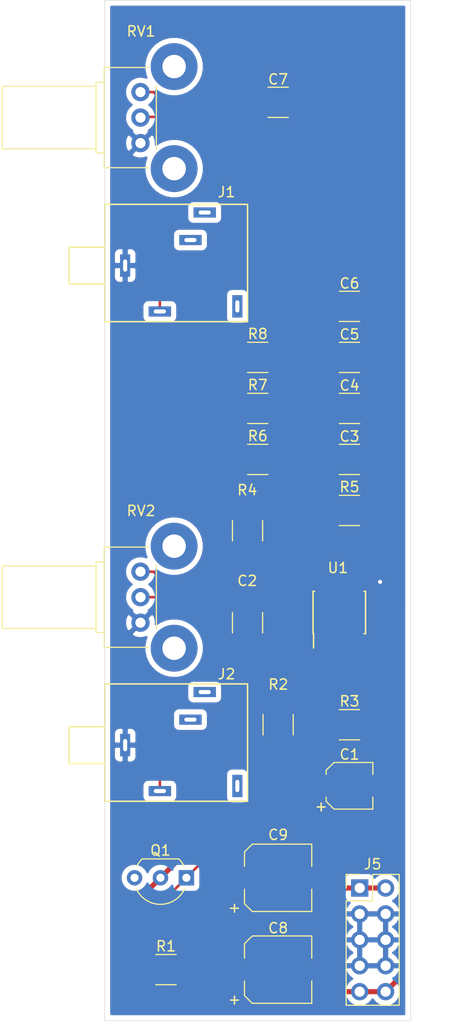
<source format=kicad_pcb>
(kicad_pcb (version 20171130) (host pcbnew "(5.1.5)-3")

  (general
    (thickness 1.6)
    (drawings 4)
    (tracks 133)
    (zones 0)
    (modules 24)
    (nets 20)
  )

  (page A4)
  (layers
    (0 F.Cu signal)
    (31 B.Cu signal)
    (32 B.Adhes user)
    (33 F.Adhes user)
    (34 B.Paste user)
    (35 F.Paste user)
    (36 B.SilkS user)
    (37 F.SilkS user)
    (38 B.Mask user)
    (39 F.Mask user)
    (40 Dwgs.User user)
    (41 Cmts.User user)
    (42 Eco1.User user)
    (43 Eco2.User user)
    (44 Edge.Cuts user)
    (45 Margin user)
    (46 B.CrtYd user)
    (47 F.CrtYd user)
    (48 B.Fab user)
    (49 F.Fab user)
  )

  (setup
    (last_trace_width 0.25)
    (trace_clearance 0.2)
    (zone_clearance 0.508)
    (zone_45_only no)
    (trace_min 0.2)
    (via_size 0.8)
    (via_drill 0.4)
    (via_min_size 0.4)
    (via_min_drill 0.3)
    (uvia_size 0.3)
    (uvia_drill 0.1)
    (uvias_allowed no)
    (uvia_min_size 0.2)
    (uvia_min_drill 0.1)
    (edge_width 0.05)
    (segment_width 0.2)
    (pcb_text_width 0.3)
    (pcb_text_size 1.5 1.5)
    (mod_edge_width 0.12)
    (mod_text_size 1 1)
    (mod_text_width 0.15)
    (pad_size 1.524 1.524)
    (pad_drill 0.762)
    (pad_to_mask_clearance 0.051)
    (solder_mask_min_width 0.25)
    (aux_axis_origin 0 0)
    (visible_elements 7FFFFFFF)
    (pcbplotparams
      (layerselection 0x010e0_ffffffff)
      (usegerberextensions false)
      (usegerberattributes false)
      (usegerberadvancedattributes false)
      (creategerberjobfile false)
      (excludeedgelayer true)
      (linewidth 0.100000)
      (plotframeref false)
      (viasonmask false)
      (mode 1)
      (useauxorigin false)
      (hpglpennumber 1)
      (hpglpenspeed 20)
      (hpglpendiameter 15.000000)
      (psnegative false)
      (psa4output false)
      (plotreference true)
      (plotvalue true)
      (plotinvisibletext false)
      (padsonsilk false)
      (subtractmaskfromsilk false)
      (outputformat 1)
      (mirror false)
      (drillshape 0)
      (scaleselection 1)
      (outputdirectory "Gerbers/"))
  )

  (net 0 "")
  (net 1 "Net-(C2-Pad2)")
  (net 2 "Net-(C7-Pad1)")
  (net 3 GND)
  (net 4 "Net-(J1-Pad2)")
  (net 5 "Net-(J1-Pad3)")
  (net 6 "Net-(J2-Pad3)")
  (net 7 "Net-(J2-Pad2)")
  (net 8 -12v)
  (net 9 +12v)
  (net 10 "Net-(C1-Pad1)")
  (net 11 "Net-(C2-Pad1)")
  (net 12 "Net-(C3-Pad2)")
  (net 13 "Net-(C3-Pad1)")
  (net 14 "Net-(C4-Pad1)")
  (net 15 "Net-(C5-Pad1)")
  (net 16 "Net-(C6-Pad1)")
  (net 17 "Net-(Q1-Pad1)")
  (net 18 "Net-(Q1-Pad3)")
  (net 19 "Net-(R2-Pad2)")

  (net_class Default "This is the default net class."
    (clearance 0.2)
    (trace_width 0.25)
    (via_dia 0.8)
    (via_drill 0.4)
    (uvia_dia 0.3)
    (uvia_drill 0.1)
    (add_net GND)
    (add_net "Net-(C1-Pad1)")
    (add_net "Net-(C2-Pad1)")
    (add_net "Net-(C2-Pad2)")
    (add_net "Net-(C3-Pad1)")
    (add_net "Net-(C3-Pad2)")
    (add_net "Net-(C4-Pad1)")
    (add_net "Net-(C5-Pad1)")
    (add_net "Net-(C6-Pad1)")
    (add_net "Net-(C7-Pad1)")
    (add_net "Net-(J1-Pad2)")
    (add_net "Net-(J1-Pad3)")
    (add_net "Net-(J2-Pad2)")
    (add_net "Net-(J2-Pad3)")
    (add_net "Net-(Q1-Pad1)")
    (add_net "Net-(Q1-Pad3)")
    (add_net "Net-(R2-Pad2)")
  )

  (net_class PWR ""
    (clearance 0.2)
    (trace_width 0.5)
    (via_dia 0.8)
    (via_drill 0.4)
    (uvia_dia 0.3)
    (uvia_drill 0.1)
    (add_net +12v)
    (add_net -12v)
  )

  (module Custom_Library:Mono_Jack_3.5mm_Switch_Switchcraft_35RAPC2AH3 (layer F.Cu) (tedit 5E2E41E0) (tstamp 5F35EB2B)
    (at 0 26)
    (descr "Switchcarft Mono 3.5mm Audio Jack with Switched")
    (path /5F41CDD4)
    (fp_text reference J1 (at 11.938 -7.204) (layer F.SilkS)
      (effects (font (size 1 1) (thickness 0.15)))
    )
    (fp_text value AudioJack1_Switch (at 7.6835 -7.493) (layer F.Fab)
      (effects (font (size 1 1) (thickness 0.15)))
    )
    (fp_line (start 0 1.8) (end -3.5 1.8) (layer F.SilkS) (width 0.15))
    (fp_line (start -3.5 -1.8) (end -3.5 1.8) (layer F.SilkS) (width 0.15))
    (fp_line (start 0 -1.8) (end -3.5 -1.8) (layer F.SilkS) (width 0.15))
    (fp_line (start 0 5.5) (end 0 -6) (layer F.SilkS) (width 0.15))
    (fp_line (start 14 5.5) (end 0 5.5) (layer F.SilkS) (width 0.15))
    (fp_line (start 14 -6) (end 14 5.5) (layer F.SilkS) (width 0.15))
    (fp_line (start 0 -6) (end 14 -6) (layer F.SilkS) (width 0.15))
    (pad ~ thru_hole rect (at 9.8 -5.2) (size 2.2 1) (drill oval 1.2 0.4) (layers *.Cu *.Mask))
    (pad ~ thru_hole rect (at 8.4 -2.5) (size 2.2 1) (drill oval 1.2 0.4) (layers *.Cu *.Mask))
    (pad 2 thru_hole rect (at 13 4) (size 1 2.2) (drill oval 0.4 1.2) (layers *.Cu *.Mask)
      (net 4 "Net-(J1-Pad2)"))
    (pad 3 thru_hole rect (at 5.4 4.5) (size 2.2 1) (drill oval 1.2 0.4) (layers *.Cu *.Mask)
      (net 5 "Net-(J1-Pad3)"))
    (pad 1 thru_hole rect (at 2 0) (size 1 2.2) (drill oval 0.4 1.2) (layers *.Cu *.Mask)
      (net 3 GND))
  )

  (module Custom_Library:Mono_Jack_3.5mm_Switch_Switchcraft_35RAPC2AH3 (layer F.Cu) (tedit 5E2E41E0) (tstamp 5F35EB3B)
    (at 0 73)
    (descr "Switchcarft Mono 3.5mm Audio Jack with Switched")
    (path /5F46DD2C)
    (fp_text reference J2 (at 11.938 -6.96) (layer F.SilkS)
      (effects (font (size 1 1) (thickness 0.15)))
    )
    (fp_text value AudioJack1_Switch (at 7.6835 -7.493) (layer F.Fab)
      (effects (font (size 1 1) (thickness 0.15)))
    )
    (fp_line (start 0 -6) (end 14 -6) (layer F.SilkS) (width 0.15))
    (fp_line (start 14 -6) (end 14 5.5) (layer F.SilkS) (width 0.15))
    (fp_line (start 14 5.5) (end 0 5.5) (layer F.SilkS) (width 0.15))
    (fp_line (start 0 5.5) (end 0 -6) (layer F.SilkS) (width 0.15))
    (fp_line (start 0 -1.8) (end -3.5 -1.8) (layer F.SilkS) (width 0.15))
    (fp_line (start -3.5 -1.8) (end -3.5 1.8) (layer F.SilkS) (width 0.15))
    (fp_line (start 0 1.8) (end -3.5 1.8) (layer F.SilkS) (width 0.15))
    (pad 1 thru_hole rect (at 2 0) (size 1 2.2) (drill oval 0.4 1.2) (layers *.Cu *.Mask)
      (net 3 GND))
    (pad 3 thru_hole rect (at 5.4 4.5) (size 2.2 1) (drill oval 1.2 0.4) (layers *.Cu *.Mask)
      (net 6 "Net-(J2-Pad3)"))
    (pad 2 thru_hole rect (at 13 4) (size 1 2.2) (drill oval 0.4 1.2) (layers *.Cu *.Mask)
      (net 7 "Net-(J2-Pad2)"))
    (pad ~ thru_hole rect (at 8.4 -2.5) (size 2.2 1) (drill oval 1.2 0.4) (layers *.Cu *.Mask))
    (pad ~ thru_hole rect (at 9.8 -5.2) (size 2.2 1) (drill oval 1.2 0.4) (layers *.Cu *.Mask))
  )

  (module Potentiometers:Potentiometer_Bourns_PTV09A-2_Vertical (layer F.Cu) (tedit 58826B08) (tstamp 5F35ED28)
    (at 3.5 9 180)
    (descr "Potentiometer, vertically mounted, Omeg PC16PU, Omeg PC16PU, Omeg PC16PU, Vishay/Spectrol 248GJ/249GJ Single, Vishay/Spectrol 248GJ/249GJ Single, Vishay/Spectrol 248GJ/249GJ Single, Vishay/Spectrol 248GH/249GH Single, Vishay/Spectrol 148/149 Single, Vishay/Spectrol 148/149 Single, Vishay/Spectrol 148/149 Single, Vishay/Spectrol 148A/149A Single with mounting plates, Vishay/Spectrol 148/149 Double, Vishay/Spectrol 148A/149A Double with mounting plates, Piher PC-16 Single, Piher PC-16 Single, Piher PC-16 Single, Piher PC-16SV Single, Piher PC-16 Double, Piher PC-16 Triple, Piher T16H Single, Piher T16L Single, Piher T16H Double, Alps RK163 Single, Alps RK163 Double, Alps RK097 Single, Alps RK097 Double, Bourns PTV09A-2 Single with mounting sleve Single, http://www.bourns.com/docs/Product-Datasheets/ptv09.pdf")
    (tags "Potentiometer vertical  Omeg PC16PU  Omeg PC16PU  Omeg PC16PU  Vishay/Spectrol 248GJ/249GJ Single  Vishay/Spectrol 248GJ/249GJ Single  Vishay/Spectrol 248GJ/249GJ Single  Vishay/Spectrol 248GH/249GH Single  Vishay/Spectrol 148/149 Single  Vishay/Spectrol 148/149 Single  Vishay/Spectrol 148/149 Single  Vishay/Spectrol 148A/149A Single with mounting plates  Vishay/Spectrol 148/149 Double  Vishay/Spectrol 148A/149A Double with mounting plates  Piher PC-16 Single  Piher PC-16 Single  Piher PC-16 Single  Piher PC-16SV Single  Piher PC-16 Double  Piher PC-16 Triple  Piher T16H Single  Piher T16L Single  Piher T16H Double  Alps RK163 Single  Alps RK163 Double  Alps RK097 Single  Alps RK097 Double  Bourns PTV09A-2 Single with mounting sleve Single")
    (path /5F37DCB9)
    (fp_text reference RV1 (at -0.056 5.952) (layer F.SilkS)
      (effects (font (size 1 1) (thickness 0.15)))
    )
    (fp_text value 20k (at 0 6.05) (layer F.Fab)
      (effects (font (size 1 1) (thickness 0.15)))
    )
    (fp_line (start -1.5 -7.35) (end -1.5 2.35) (layer F.Fab) (width 0.1))
    (fp_line (start -1.5 2.35) (end 3.5 2.35) (layer F.Fab) (width 0.1))
    (fp_line (start 3.5 2.35) (end 3.5 -7.35) (layer F.Fab) (width 0.1))
    (fp_line (start 3.5 -7.35) (end -1.5 -7.35) (layer F.Fab) (width 0.1))
    (fp_line (start 3.5 -5.9) (end 3.5 0.9) (layer F.Fab) (width 0.1))
    (fp_line (start 3.5 0.9) (end 4.3 0.9) (layer F.Fab) (width 0.1))
    (fp_line (start 4.3 0.9) (end 4.3 -5.9) (layer F.Fab) (width 0.1))
    (fp_line (start 4.3 -5.9) (end 3.5 -5.9) (layer F.Fab) (width 0.1))
    (fp_line (start 4.3 -5.5) (end 4.3 0.5) (layer F.Fab) (width 0.1))
    (fp_line (start 4.3 0.5) (end 13.5 0.5) (layer F.Fab) (width 0.1))
    (fp_line (start 13.5 0.5) (end 13.5 -5.5) (layer F.Fab) (width 0.1))
    (fp_line (start 13.5 -5.5) (end 4.3 -5.5) (layer F.Fab) (width 0.1))
    (fp_line (start -0.805 -7.41) (end 3.56 -7.41) (layer F.SilkS) (width 0.12))
    (fp_line (start -0.805 2.41) (end 3.56 2.41) (layer F.SilkS) (width 0.12))
    (fp_line (start -1.56 -5.625) (end -1.56 0.625) (layer F.SilkS) (width 0.12))
    (fp_line (start 3.56 -7.41) (end 3.56 2.41) (layer F.SilkS) (width 0.12))
    (fp_line (start 3.56 -5.96) (end 4.36 -5.96) (layer F.SilkS) (width 0.12))
    (fp_line (start 3.56 0.96) (end 4.36 0.96) (layer F.SilkS) (width 0.12))
    (fp_line (start 3.56 -5.96) (end 3.56 0.96) (layer F.SilkS) (width 0.12))
    (fp_line (start 4.36 -5.96) (end 4.36 0.96) (layer F.SilkS) (width 0.12))
    (fp_line (start 4.36 -5.56) (end 13.56 -5.56) (layer F.SilkS) (width 0.12))
    (fp_line (start 4.36 0.56) (end 13.56 0.56) (layer F.SilkS) (width 0.12))
    (fp_line (start 4.36 -5.56) (end 4.36 0.56) (layer F.SilkS) (width 0.12))
    (fp_line (start 13.56 -5.56) (end 13.56 0.56) (layer F.SilkS) (width 0.12))
    (fp_line (start -5.85 -10.05) (end -5.85 5.1) (layer F.CrtYd) (width 0.05))
    (fp_line (start -5.85 5.1) (end 13.75 5.1) (layer F.CrtYd) (width 0.05))
    (fp_line (start 13.75 5.1) (end 13.75 -10.05) (layer F.CrtYd) (width 0.05))
    (fp_line (start 13.75 -10.05) (end -5.85 -10.05) (layer F.CrtYd) (width 0.05))
    (pad 3 thru_hole circle (at 0 -5 180) (size 1.8 1.8) (drill 1) (layers *.Cu *.Mask)
      (net 3 GND))
    (pad 2 thru_hole circle (at 0 -2.5 180) (size 1.8 1.8) (drill 1) (layers *.Cu *.Mask)
      (net 5 "Net-(J1-Pad3)"))
    (pad 1 thru_hole circle (at 0 0 180) (size 1.8 1.8) (drill 1) (layers *.Cu *.Mask)
      (net 2 "Net-(C7-Pad1)"))
    (pad 0 thru_hole circle (at -3.3 -7.5 180) (size 4.6 4.6) (drill 2.3) (layers *.Cu *.Mask))
    (pad 0 thru_hole circle (at -3.3 2.5 180) (size 4.6 4.6) (drill 2.3) (layers *.Cu *.Mask))
    (model Potentiometers.3dshapes/Potentiometer_Bourns_PTV09A-2_Vertical.wrl
      (at (xyz 0 0 0))
      (scale (xyz 0.393701 0.393701 0.393701))
      (rotate (xyz 0 0 0))
    )
  )

  (module Potentiometers:Potentiometer_Bourns_PTV09A-2_Vertical (layer F.Cu) (tedit 58826B08) (tstamp 5F35ED4D)
    (at 3.5 56 180)
    (descr "Potentiometer, vertically mounted, Omeg PC16PU, Omeg PC16PU, Omeg PC16PU, Vishay/Spectrol 248GJ/249GJ Single, Vishay/Spectrol 248GJ/249GJ Single, Vishay/Spectrol 248GJ/249GJ Single, Vishay/Spectrol 248GH/249GH Single, Vishay/Spectrol 148/149 Single, Vishay/Spectrol 148/149 Single, Vishay/Spectrol 148/149 Single, Vishay/Spectrol 148A/149A Single with mounting plates, Vishay/Spectrol 148/149 Double, Vishay/Spectrol 148A/149A Double with mounting plates, Piher PC-16 Single, Piher PC-16 Single, Piher PC-16 Single, Piher PC-16SV Single, Piher PC-16 Double, Piher PC-16 Triple, Piher T16H Single, Piher T16L Single, Piher T16H Double, Alps RK163 Single, Alps RK163 Double, Alps RK097 Single, Alps RK097 Double, Bourns PTV09A-2 Single with mounting sleve Single, http://www.bourns.com/docs/Product-Datasheets/ptv09.pdf")
    (tags "Potentiometer vertical  Omeg PC16PU  Omeg PC16PU  Omeg PC16PU  Vishay/Spectrol 248GJ/249GJ Single  Vishay/Spectrol 248GJ/249GJ Single  Vishay/Spectrol 248GJ/249GJ Single  Vishay/Spectrol 248GH/249GH Single  Vishay/Spectrol 148/149 Single  Vishay/Spectrol 148/149 Single  Vishay/Spectrol 148/149 Single  Vishay/Spectrol 148A/149A Single with mounting plates  Vishay/Spectrol 148/149 Double  Vishay/Spectrol 148A/149A Double with mounting plates  Piher PC-16 Single  Piher PC-16 Single  Piher PC-16 Single  Piher PC-16SV Single  Piher PC-16 Double  Piher PC-16 Triple  Piher T16H Single  Piher T16L Single  Piher T16H Double  Alps RK163 Single  Alps RK163 Double  Alps RK097 Single  Alps RK097 Double  Bourns PTV09A-2 Single with mounting sleve Single")
    (path /5F46DD1E)
    (fp_text reference RV2 (at -0.056 5.962) (layer F.SilkS)
      (effects (font (size 1 1) (thickness 0.15)))
    )
    (fp_text value 20k (at 0 6.05) (layer F.Fab)
      (effects (font (size 1 1) (thickness 0.15)))
    )
    (fp_line (start 13.75 -10.05) (end -5.85 -10.05) (layer F.CrtYd) (width 0.05))
    (fp_line (start 13.75 5.1) (end 13.75 -10.05) (layer F.CrtYd) (width 0.05))
    (fp_line (start -5.85 5.1) (end 13.75 5.1) (layer F.CrtYd) (width 0.05))
    (fp_line (start -5.85 -10.05) (end -5.85 5.1) (layer F.CrtYd) (width 0.05))
    (fp_line (start 13.56 -5.56) (end 13.56 0.56) (layer F.SilkS) (width 0.12))
    (fp_line (start 4.36 -5.56) (end 4.36 0.56) (layer F.SilkS) (width 0.12))
    (fp_line (start 4.36 0.56) (end 13.56 0.56) (layer F.SilkS) (width 0.12))
    (fp_line (start 4.36 -5.56) (end 13.56 -5.56) (layer F.SilkS) (width 0.12))
    (fp_line (start 4.36 -5.96) (end 4.36 0.96) (layer F.SilkS) (width 0.12))
    (fp_line (start 3.56 -5.96) (end 3.56 0.96) (layer F.SilkS) (width 0.12))
    (fp_line (start 3.56 0.96) (end 4.36 0.96) (layer F.SilkS) (width 0.12))
    (fp_line (start 3.56 -5.96) (end 4.36 -5.96) (layer F.SilkS) (width 0.12))
    (fp_line (start 3.56 -7.41) (end 3.56 2.41) (layer F.SilkS) (width 0.12))
    (fp_line (start -1.56 -5.625) (end -1.56 0.625) (layer F.SilkS) (width 0.12))
    (fp_line (start -0.805 2.41) (end 3.56 2.41) (layer F.SilkS) (width 0.12))
    (fp_line (start -0.805 -7.41) (end 3.56 -7.41) (layer F.SilkS) (width 0.12))
    (fp_line (start 13.5 -5.5) (end 4.3 -5.5) (layer F.Fab) (width 0.1))
    (fp_line (start 13.5 0.5) (end 13.5 -5.5) (layer F.Fab) (width 0.1))
    (fp_line (start 4.3 0.5) (end 13.5 0.5) (layer F.Fab) (width 0.1))
    (fp_line (start 4.3 -5.5) (end 4.3 0.5) (layer F.Fab) (width 0.1))
    (fp_line (start 4.3 -5.9) (end 3.5 -5.9) (layer F.Fab) (width 0.1))
    (fp_line (start 4.3 0.9) (end 4.3 -5.9) (layer F.Fab) (width 0.1))
    (fp_line (start 3.5 0.9) (end 4.3 0.9) (layer F.Fab) (width 0.1))
    (fp_line (start 3.5 -5.9) (end 3.5 0.9) (layer F.Fab) (width 0.1))
    (fp_line (start 3.5 -7.35) (end -1.5 -7.35) (layer F.Fab) (width 0.1))
    (fp_line (start 3.5 2.35) (end 3.5 -7.35) (layer F.Fab) (width 0.1))
    (fp_line (start -1.5 2.35) (end 3.5 2.35) (layer F.Fab) (width 0.1))
    (fp_line (start -1.5 -7.35) (end -1.5 2.35) (layer F.Fab) (width 0.1))
    (pad 0 thru_hole circle (at -3.3 2.5 180) (size 4.6 4.6) (drill 2.3) (layers *.Cu *.Mask))
    (pad 0 thru_hole circle (at -3.3 -7.5 180) (size 4.6 4.6) (drill 2.3) (layers *.Cu *.Mask))
    (pad 1 thru_hole circle (at 0 0 180) (size 1.8 1.8) (drill 1) (layers *.Cu *.Mask)
      (net 1 "Net-(C2-Pad2)"))
    (pad 2 thru_hole circle (at 0 -2.5 180) (size 1.8 1.8) (drill 1) (layers *.Cu *.Mask)
      (net 6 "Net-(J2-Pad3)"))
    (pad 3 thru_hole circle (at 0 -5 180) (size 1.8 1.8) (drill 1) (layers *.Cu *.Mask)
      (net 3 GND))
    (model Potentiometers.3dshapes/Potentiometer_Bourns_PTV09A-2_Vertical.wrl
      (at (xyz 0 0 0))
      (scale (xyz 0.393701 0.393701 0.393701))
      (rotate (xyz 0 0 0))
    )
  )

  (module Pin_Headers:Pin_Header_Straight_2x05_Pitch2.54mm (layer F.Cu) (tedit 59650532) (tstamp 5F360762)
    (at 25 87)
    (descr "Through hole straight pin header, 2x05, 2.54mm pitch, double rows")
    (tags "Through hole pin header THT 2x05 2.54mm double row")
    (path /5F3C96D7)
    (fp_text reference J5 (at 1.27 -2.33) (layer F.SilkS)
      (effects (font (size 1 1) (thickness 0.15)))
    )
    (fp_text value Conn_02x05_Odd_Even (at 1.27 12.49) (layer F.Fab)
      (effects (font (size 1 1) (thickness 0.15)))
    )
    (fp_text user %R (at 1.27 5.08 90) (layer F.Fab)
      (effects (font (size 1 1) (thickness 0.15)))
    )
    (fp_line (start 4.35 -1.8) (end -1.8 -1.8) (layer F.CrtYd) (width 0.05))
    (fp_line (start 4.35 11.95) (end 4.35 -1.8) (layer F.CrtYd) (width 0.05))
    (fp_line (start -1.8 11.95) (end 4.35 11.95) (layer F.CrtYd) (width 0.05))
    (fp_line (start -1.8 -1.8) (end -1.8 11.95) (layer F.CrtYd) (width 0.05))
    (fp_line (start -1.33 -1.33) (end 0 -1.33) (layer F.SilkS) (width 0.12))
    (fp_line (start -1.33 0) (end -1.33 -1.33) (layer F.SilkS) (width 0.12))
    (fp_line (start 1.27 -1.33) (end 3.87 -1.33) (layer F.SilkS) (width 0.12))
    (fp_line (start 1.27 1.27) (end 1.27 -1.33) (layer F.SilkS) (width 0.12))
    (fp_line (start -1.33 1.27) (end 1.27 1.27) (layer F.SilkS) (width 0.12))
    (fp_line (start 3.87 -1.33) (end 3.87 11.49) (layer F.SilkS) (width 0.12))
    (fp_line (start -1.33 1.27) (end -1.33 11.49) (layer F.SilkS) (width 0.12))
    (fp_line (start -1.33 11.49) (end 3.87 11.49) (layer F.SilkS) (width 0.12))
    (fp_line (start -1.27 0) (end 0 -1.27) (layer F.Fab) (width 0.1))
    (fp_line (start -1.27 11.43) (end -1.27 0) (layer F.Fab) (width 0.1))
    (fp_line (start 3.81 11.43) (end -1.27 11.43) (layer F.Fab) (width 0.1))
    (fp_line (start 3.81 -1.27) (end 3.81 11.43) (layer F.Fab) (width 0.1))
    (fp_line (start 0 -1.27) (end 3.81 -1.27) (layer F.Fab) (width 0.1))
    (pad 10 thru_hole oval (at 2.54 10.16) (size 1.7 1.7) (drill 1) (layers *.Cu *.Mask)
      (net 9 +12v))
    (pad 9 thru_hole oval (at 0 10.16) (size 1.7 1.7) (drill 1) (layers *.Cu *.Mask)
      (net 9 +12v))
    (pad 8 thru_hole oval (at 2.54 7.62) (size 1.7 1.7) (drill 1) (layers *.Cu *.Mask)
      (net 3 GND))
    (pad 7 thru_hole oval (at 0 7.62) (size 1.7 1.7) (drill 1) (layers *.Cu *.Mask)
      (net 3 GND))
    (pad 6 thru_hole oval (at 2.54 5.08) (size 1.7 1.7) (drill 1) (layers *.Cu *.Mask)
      (net 3 GND))
    (pad 5 thru_hole oval (at 0 5.08) (size 1.7 1.7) (drill 1) (layers *.Cu *.Mask)
      (net 3 GND))
    (pad 4 thru_hole oval (at 2.54 2.54) (size 1.7 1.7) (drill 1) (layers *.Cu *.Mask)
      (net 3 GND))
    (pad 3 thru_hole oval (at 0 2.54) (size 1.7 1.7) (drill 1) (layers *.Cu *.Mask)
      (net 3 GND))
    (pad 2 thru_hole oval (at 2.54 0) (size 1.7 1.7) (drill 1) (layers *.Cu *.Mask)
      (net 8 -12v))
    (pad 1 thru_hole rect (at 0 0) (size 1.7 1.7) (drill 1) (layers *.Cu *.Mask)
      (net 8 -12v))
    (model ${KISYS3DMOD}/Pin_Headers.3dshapes/Pin_Header_Straight_2x05_Pitch2.54mm.wrl
      (at (xyz 0 0 0))
      (scale (xyz 1 1 1))
      (rotate (xyz 0 0 0))
    )
  )

  (module Capacitors_SMD:CP_Elec_4x4.5 (layer F.Cu) (tedit 58AA85E3) (tstamp 5F36B152)
    (at 24 77)
    (descr "SMT capacitor, aluminium electrolytic, 4x4.5")
    (path /5F3638DB)
    (attr smd)
    (fp_text reference C1 (at 0 -3.086 180) (layer F.SilkS)
      (effects (font (size 1 1) (thickness 0.15)))
    )
    (fp_text value 10u (at 0 -3.45 180) (layer F.Fab)
      (effects (font (size 1 1) (thickness 0.15)))
    )
    (fp_line (start 3.35 2.37) (end -3.35 2.37) (layer F.CrtYd) (width 0.05))
    (fp_line (start 3.35 2.37) (end 3.35 -2.4) (layer F.CrtYd) (width 0.05))
    (fp_line (start -3.35 -2.4) (end -3.35 2.37) (layer F.CrtYd) (width 0.05))
    (fp_line (start -3.35 -2.4) (end 3.35 -2.4) (layer F.CrtYd) (width 0.05))
    (fp_line (start -1.52 2.27) (end -2.29 1.51) (layer F.SilkS) (width 0.12))
    (fp_line (start -1.52 2.27) (end 2.29 2.27) (layer F.SilkS) (width 0.12))
    (fp_line (start -1.52 -2.3) (end -2.29 -1.54) (layer F.SilkS) (width 0.12))
    (fp_line (start -1.52 -2.3) (end 2.29 -2.3) (layer F.SilkS) (width 0.12))
    (fp_line (start -2.29 -1.54) (end -2.29 -1.13) (layer F.SilkS) (width 0.12))
    (fp_line (start -2.29 1.51) (end -2.29 1.1) (layer F.SilkS) (width 0.12))
    (fp_line (start 2.29 2.27) (end 2.29 1.1) (layer F.SilkS) (width 0.12))
    (fp_line (start 2.29 -2.3) (end 2.29 -1.13) (layer F.SilkS) (width 0.12))
    (fp_line (start 2.13 -2.15) (end -1.46 -2.15) (layer F.Fab) (width 0.1))
    (fp_line (start -1.46 -2.15) (end -2.13 -1.47) (layer F.Fab) (width 0.1))
    (fp_line (start -2.13 -1.47) (end -2.13 1.45) (layer F.Fab) (width 0.1))
    (fp_line (start -2.13 1.45) (end -1.46 2.12) (layer F.Fab) (width 0.1))
    (fp_line (start -1.46 2.12) (end 2.13 2.12) (layer F.Fab) (width 0.1))
    (fp_line (start 2.13 2.12) (end 2.13 -2.15) (layer F.Fab) (width 0.1))
    (fp_text user %R (at 0 3.58 180) (layer F.Fab)
      (effects (font (size 1 1) (thickness 0.15)))
    )
    (fp_text user + (at -2.78 1.99 180) (layer F.SilkS)
      (effects (font (size 1 1) (thickness 0.15)))
    )
    (fp_text user + (at -1.24 -0.08) (layer F.Fab)
      (effects (font (size 1 1) (thickness 0.15)))
    )
    (fp_circle (center 0 0) (end 0.1 2.1) (layer F.Fab) (width 0.1))
    (pad 2 smd rect (at 1.8 0 180) (size 2.6 1.6) (layers F.Cu F.Paste F.Mask)
      (net 8 -12v))
    (pad 1 smd rect (at -1.8 0 180) (size 2.6 1.6) (layers F.Cu F.Paste F.Mask)
      (net 10 "Net-(C1-Pad1)"))
    (model Capacitors_SMD.3dshapes/CP_Elec_4x4.5.wrl
      (at (xyz 0 0 0))
      (scale (xyz 1 1 1))
      (rotate (xyz 0 0 180))
    )
  )

  (module Capacitors_SMD:C_1210_HandSoldering (layer F.Cu) (tedit 58AA84FB) (tstamp 5F36B163)
    (at 14 61 270)
    (descr "Capacitor SMD 1210, hand soldering")
    (tags "capacitor 1210")
    (path /5F36542C)
    (attr smd)
    (fp_text reference C2 (at -4.104 0.03 180) (layer F.SilkS)
      (effects (font (size 1 1) (thickness 0.15)))
    )
    (fp_text value 10u (at 0 2.5 90) (layer F.Fab)
      (effects (font (size 1 1) (thickness 0.15)))
    )
    (fp_text user %R (at 0 -2.25 90) (layer F.Fab)
      (effects (font (size 1 1) (thickness 0.15)))
    )
    (fp_line (start -1.6 1.25) (end -1.6 -1.25) (layer F.Fab) (width 0.1))
    (fp_line (start 1.6 1.25) (end -1.6 1.25) (layer F.Fab) (width 0.1))
    (fp_line (start 1.6 -1.25) (end 1.6 1.25) (layer F.Fab) (width 0.1))
    (fp_line (start -1.6 -1.25) (end 1.6 -1.25) (layer F.Fab) (width 0.1))
    (fp_line (start 1 -1.48) (end -1 -1.48) (layer F.SilkS) (width 0.12))
    (fp_line (start -1 1.48) (end 1 1.48) (layer F.SilkS) (width 0.12))
    (fp_line (start -3.25 -1.5) (end 3.25 -1.5) (layer F.CrtYd) (width 0.05))
    (fp_line (start -3.25 -1.5) (end -3.25 1.5) (layer F.CrtYd) (width 0.05))
    (fp_line (start 3.25 1.5) (end 3.25 -1.5) (layer F.CrtYd) (width 0.05))
    (fp_line (start 3.25 1.5) (end -3.25 1.5) (layer F.CrtYd) (width 0.05))
    (pad 1 smd rect (at -2 0 270) (size 2 2.5) (layers F.Cu F.Paste F.Mask)
      (net 11 "Net-(C2-Pad1)"))
    (pad 2 smd rect (at 2 0 270) (size 2 2.5) (layers F.Cu F.Paste F.Mask)
      (net 1 "Net-(C2-Pad2)"))
    (model Capacitors_SMD.3dshapes/C_1210.wrl
      (at (xyz 0 0 0))
      (scale (xyz 1 1 1))
      (rotate (xyz 0 0 0))
    )
  )

  (module Capacitors_SMD:C_1210_HandSoldering (layer F.Cu) (tedit 58AA84FB) (tstamp 5F36B174)
    (at 24 45)
    (descr "Capacitor SMD 1210, hand soldering")
    (tags "capacitor 1210")
    (path /5F36D7A4)
    (attr smd)
    (fp_text reference C3 (at 0 -2.25) (layer F.SilkS)
      (effects (font (size 1 1) (thickness 0.15)))
    )
    (fp_text value 820p (at 0 2.5) (layer F.Fab)
      (effects (font (size 1 1) (thickness 0.15)))
    )
    (fp_line (start 3.25 1.5) (end -3.25 1.5) (layer F.CrtYd) (width 0.05))
    (fp_line (start 3.25 1.5) (end 3.25 -1.5) (layer F.CrtYd) (width 0.05))
    (fp_line (start -3.25 -1.5) (end -3.25 1.5) (layer F.CrtYd) (width 0.05))
    (fp_line (start -3.25 -1.5) (end 3.25 -1.5) (layer F.CrtYd) (width 0.05))
    (fp_line (start -1 1.48) (end 1 1.48) (layer F.SilkS) (width 0.12))
    (fp_line (start 1 -1.48) (end -1 -1.48) (layer F.SilkS) (width 0.12))
    (fp_line (start -1.6 -1.25) (end 1.6 -1.25) (layer F.Fab) (width 0.1))
    (fp_line (start 1.6 -1.25) (end 1.6 1.25) (layer F.Fab) (width 0.1))
    (fp_line (start 1.6 1.25) (end -1.6 1.25) (layer F.Fab) (width 0.1))
    (fp_line (start -1.6 1.25) (end -1.6 -1.25) (layer F.Fab) (width 0.1))
    (fp_text user %R (at 0 -2.25) (layer F.Fab)
      (effects (font (size 1 1) (thickness 0.15)))
    )
    (pad 2 smd rect (at 2 0) (size 2 2.5) (layers F.Cu F.Paste F.Mask)
      (net 12 "Net-(C3-Pad2)"))
    (pad 1 smd rect (at -2 0) (size 2 2.5) (layers F.Cu F.Paste F.Mask)
      (net 13 "Net-(C3-Pad1)"))
    (model Capacitors_SMD.3dshapes/C_1210.wrl
      (at (xyz 0 0 0))
      (scale (xyz 1 1 1))
      (rotate (xyz 0 0 0))
    )
  )

  (module Capacitors_SMD:C_1210_HandSoldering (layer F.Cu) (tedit 58AA84FB) (tstamp 5F36B185)
    (at 24 40)
    (descr "Capacitor SMD 1210, hand soldering")
    (tags "capacitor 1210")
    (path /5F372382)
    (attr smd)
    (fp_text reference C4 (at 0 -2.25) (layer F.SilkS)
      (effects (font (size 1 1) (thickness 0.15)))
    )
    (fp_text value 2n2 (at 0 2.5) (layer F.Fab)
      (effects (font (size 1 1) (thickness 0.15)))
    )
    (fp_text user %R (at 0 -2.25) (layer F.Fab)
      (effects (font (size 1 1) (thickness 0.15)))
    )
    (fp_line (start -1.6 1.25) (end -1.6 -1.25) (layer F.Fab) (width 0.1))
    (fp_line (start 1.6 1.25) (end -1.6 1.25) (layer F.Fab) (width 0.1))
    (fp_line (start 1.6 -1.25) (end 1.6 1.25) (layer F.Fab) (width 0.1))
    (fp_line (start -1.6 -1.25) (end 1.6 -1.25) (layer F.Fab) (width 0.1))
    (fp_line (start 1 -1.48) (end -1 -1.48) (layer F.SilkS) (width 0.12))
    (fp_line (start -1 1.48) (end 1 1.48) (layer F.SilkS) (width 0.12))
    (fp_line (start -3.25 -1.5) (end 3.25 -1.5) (layer F.CrtYd) (width 0.05))
    (fp_line (start -3.25 -1.5) (end -3.25 1.5) (layer F.CrtYd) (width 0.05))
    (fp_line (start 3.25 1.5) (end 3.25 -1.5) (layer F.CrtYd) (width 0.05))
    (fp_line (start 3.25 1.5) (end -3.25 1.5) (layer F.CrtYd) (width 0.05))
    (pad 1 smd rect (at -2 0) (size 2 2.5) (layers F.Cu F.Paste F.Mask)
      (net 14 "Net-(C4-Pad1)"))
    (pad 2 smd rect (at 2 0) (size 2 2.5) (layers F.Cu F.Paste F.Mask)
      (net 12 "Net-(C3-Pad2)"))
    (model Capacitors_SMD.3dshapes/C_1210.wrl
      (at (xyz 0 0 0))
      (scale (xyz 1 1 1))
      (rotate (xyz 0 0 0))
    )
  )

  (module Capacitors_SMD:C_1210_HandSoldering (layer F.Cu) (tedit 58AA84FB) (tstamp 5F36B196)
    (at 24 35)
    (descr "Capacitor SMD 1210, hand soldering")
    (tags "capacitor 1210")
    (path /5F378FCE)
    (attr smd)
    (fp_text reference C5 (at 0 -2.25) (layer F.SilkS)
      (effects (font (size 1 1) (thickness 0.15)))
    )
    (fp_text value 4n7 (at 0 2.5) (layer F.Fab)
      (effects (font (size 1 1) (thickness 0.15)))
    )
    (fp_line (start 3.25 1.5) (end -3.25 1.5) (layer F.CrtYd) (width 0.05))
    (fp_line (start 3.25 1.5) (end 3.25 -1.5) (layer F.CrtYd) (width 0.05))
    (fp_line (start -3.25 -1.5) (end -3.25 1.5) (layer F.CrtYd) (width 0.05))
    (fp_line (start -3.25 -1.5) (end 3.25 -1.5) (layer F.CrtYd) (width 0.05))
    (fp_line (start -1 1.48) (end 1 1.48) (layer F.SilkS) (width 0.12))
    (fp_line (start 1 -1.48) (end -1 -1.48) (layer F.SilkS) (width 0.12))
    (fp_line (start -1.6 -1.25) (end 1.6 -1.25) (layer F.Fab) (width 0.1))
    (fp_line (start 1.6 -1.25) (end 1.6 1.25) (layer F.Fab) (width 0.1))
    (fp_line (start 1.6 1.25) (end -1.6 1.25) (layer F.Fab) (width 0.1))
    (fp_line (start -1.6 1.25) (end -1.6 -1.25) (layer F.Fab) (width 0.1))
    (fp_text user %R (at 0 -2.25) (layer F.Fab)
      (effects (font (size 1 1) (thickness 0.15)))
    )
    (pad 2 smd rect (at 2 0) (size 2 2.5) (layers F.Cu F.Paste F.Mask)
      (net 12 "Net-(C3-Pad2)"))
    (pad 1 smd rect (at -2 0) (size 2 2.5) (layers F.Cu F.Paste F.Mask)
      (net 15 "Net-(C5-Pad1)"))
    (model Capacitors_SMD.3dshapes/C_1210.wrl
      (at (xyz 0 0 0))
      (scale (xyz 1 1 1))
      (rotate (xyz 0 0 0))
    )
  )

  (module Capacitors_SMD:C_1210_HandSoldering (layer F.Cu) (tedit 58AA84FB) (tstamp 5F36B1A7)
    (at 24 30)
    (descr "Capacitor SMD 1210, hand soldering")
    (tags "capacitor 1210")
    (path /5F3794A7)
    (attr smd)
    (fp_text reference C6 (at 0 -2.25) (layer F.SilkS)
      (effects (font (size 1 1) (thickness 0.15)))
    )
    (fp_text value 1n (at 0 2.5) (layer F.Fab)
      (effects (font (size 1 1) (thickness 0.15)))
    )
    (fp_text user %R (at 0 -2.25) (layer F.Fab)
      (effects (font (size 1 1) (thickness 0.15)))
    )
    (fp_line (start -1.6 1.25) (end -1.6 -1.25) (layer F.Fab) (width 0.1))
    (fp_line (start 1.6 1.25) (end -1.6 1.25) (layer F.Fab) (width 0.1))
    (fp_line (start 1.6 -1.25) (end 1.6 1.25) (layer F.Fab) (width 0.1))
    (fp_line (start -1.6 -1.25) (end 1.6 -1.25) (layer F.Fab) (width 0.1))
    (fp_line (start 1 -1.48) (end -1 -1.48) (layer F.SilkS) (width 0.12))
    (fp_line (start -1 1.48) (end 1 1.48) (layer F.SilkS) (width 0.12))
    (fp_line (start -3.25 -1.5) (end 3.25 -1.5) (layer F.CrtYd) (width 0.05))
    (fp_line (start -3.25 -1.5) (end -3.25 1.5) (layer F.CrtYd) (width 0.05))
    (fp_line (start 3.25 1.5) (end 3.25 -1.5) (layer F.CrtYd) (width 0.05))
    (fp_line (start 3.25 1.5) (end -3.25 1.5) (layer F.CrtYd) (width 0.05))
    (pad 1 smd rect (at -2 0) (size 2 2.5) (layers F.Cu F.Paste F.Mask)
      (net 16 "Net-(C6-Pad1)"))
    (pad 2 smd rect (at 2 0) (size 2 2.5) (layers F.Cu F.Paste F.Mask)
      (net 12 "Net-(C3-Pad2)"))
    (model Capacitors_SMD.3dshapes/C_1210.wrl
      (at (xyz 0 0 0))
      (scale (xyz 1 1 1))
      (rotate (xyz 0 0 0))
    )
  )

  (module Capacitors_SMD:C_1210_HandSoldering (layer F.Cu) (tedit 58AA84FB) (tstamp 5F36B1B8)
    (at 17 10)
    (descr "Capacitor SMD 1210, hand soldering")
    (tags "capacitor 1210")
    (path /5F37D652)
    (attr smd)
    (fp_text reference C7 (at 0 -2.25) (layer F.SilkS)
      (effects (font (size 1 1) (thickness 0.15)))
    )
    (fp_text value 10u (at 0 2.5) (layer F.Fab)
      (effects (font (size 1 1) (thickness 0.15)))
    )
    (fp_line (start 3.25 1.5) (end -3.25 1.5) (layer F.CrtYd) (width 0.05))
    (fp_line (start 3.25 1.5) (end 3.25 -1.5) (layer F.CrtYd) (width 0.05))
    (fp_line (start -3.25 -1.5) (end -3.25 1.5) (layer F.CrtYd) (width 0.05))
    (fp_line (start -3.25 -1.5) (end 3.25 -1.5) (layer F.CrtYd) (width 0.05))
    (fp_line (start -1 1.48) (end 1 1.48) (layer F.SilkS) (width 0.12))
    (fp_line (start 1 -1.48) (end -1 -1.48) (layer F.SilkS) (width 0.12))
    (fp_line (start -1.6 -1.25) (end 1.6 -1.25) (layer F.Fab) (width 0.1))
    (fp_line (start 1.6 -1.25) (end 1.6 1.25) (layer F.Fab) (width 0.1))
    (fp_line (start 1.6 1.25) (end -1.6 1.25) (layer F.Fab) (width 0.1))
    (fp_line (start -1.6 1.25) (end -1.6 -1.25) (layer F.Fab) (width 0.1))
    (fp_text user %R (at 0 -2.25) (layer F.Fab)
      (effects (font (size 1 1) (thickness 0.15)))
    )
    (pad 2 smd rect (at 2 0) (size 2 2.5) (layers F.Cu F.Paste F.Mask)
      (net 16 "Net-(C6-Pad1)"))
    (pad 1 smd rect (at -2 0) (size 2 2.5) (layers F.Cu F.Paste F.Mask)
      (net 2 "Net-(C7-Pad1)"))
    (model Capacitors_SMD.3dshapes/C_1210.wrl
      (at (xyz 0 0 0))
      (scale (xyz 1 1 1))
      (rotate (xyz 0 0 0))
    )
  )

  (module Capacitors_SMD:CP_Elec_6.3x7.7 (layer F.Cu) (tedit 58AA8B76) (tstamp 5F36B1D4)
    (at 17 95)
    (descr "SMT capacitor, aluminium electrolytic, 6.3x7.7")
    (path /5F3CBF90)
    (attr smd)
    (fp_text reference C8 (at 0 -4.068) (layer F.SilkS)
      (effects (font (size 1 1) (thickness 0.15)))
    )
    (fp_text value 100u (at 0 -4.43) (layer F.Fab)
      (effects (font (size 1 1) (thickness 0.15)))
    )
    (fp_line (start 4.7 3.4) (end -4.7 3.4) (layer F.CrtYd) (width 0.05))
    (fp_line (start 4.7 3.4) (end 4.7 -3.4) (layer F.CrtYd) (width 0.05))
    (fp_line (start -4.7 -3.4) (end -4.7 3.4) (layer F.CrtYd) (width 0.05))
    (fp_line (start -4.7 -3.4) (end 4.7 -3.4) (layer F.CrtYd) (width 0.05))
    (fp_line (start -2.54 -3.3) (end 3.3 -3.3) (layer F.SilkS) (width 0.12))
    (fp_line (start -3.3 -2.54) (end -2.54 -3.3) (layer F.SilkS) (width 0.12))
    (fp_line (start -2.54 3.3) (end -3.3 2.54) (layer F.SilkS) (width 0.12))
    (fp_line (start 3.3 3.3) (end -2.54 3.3) (layer F.SilkS) (width 0.12))
    (fp_line (start -3.3 -2.54) (end -3.3 -1.12) (layer F.SilkS) (width 0.12))
    (fp_line (start 3.3 -3.3) (end 3.3 -1.12) (layer F.SilkS) (width 0.12))
    (fp_line (start 3.3 3.3) (end 3.3 1.12) (layer F.SilkS) (width 0.12))
    (fp_line (start -3.3 2.54) (end -3.3 1.12) (layer F.SilkS) (width 0.12))
    (fp_line (start 3.15 -3.15) (end -2.48 -3.15) (layer F.Fab) (width 0.1))
    (fp_line (start -2.48 -3.15) (end -3.15 -2.48) (layer F.Fab) (width 0.1))
    (fp_line (start -3.15 -2.48) (end -3.15 2.48) (layer F.Fab) (width 0.1))
    (fp_line (start -3.15 2.48) (end -2.48 3.15) (layer F.Fab) (width 0.1))
    (fp_line (start -2.48 3.15) (end 3.15 3.15) (layer F.Fab) (width 0.1))
    (fp_line (start 3.15 3.15) (end 3.15 -3.15) (layer F.Fab) (width 0.1))
    (fp_text user %R (at 0 4.43) (layer F.Fab)
      (effects (font (size 1 1) (thickness 0.15)))
    )
    (fp_text user + (at -4.28 2.91) (layer F.SilkS)
      (effects (font (size 1 1) (thickness 0.15)))
    )
    (fp_text user + (at -1.73 -0.08) (layer F.Fab)
      (effects (font (size 1 1) (thickness 0.15)))
    )
    (fp_circle (center 0 0) (end 0.5 3) (layer F.Fab) (width 0.1))
    (pad 2 smd rect (at 2.7 0 180) (size 3.5 1.6) (layers F.Cu F.Paste F.Mask)
      (net 3 GND))
    (pad 1 smd rect (at -2.7 0 180) (size 3.5 1.6) (layers F.Cu F.Paste F.Mask)
      (net 9 +12v))
    (model Capacitors_SMD.3dshapes/CP_Elec_6.3x7.7.wrl
      (at (xyz 0 0 0))
      (scale (xyz 1 1 1))
      (rotate (xyz 0 0 180))
    )
  )

  (module Capacitors_SMD:CP_Elec_6.3x7.7 (layer F.Cu) (tedit 58AA8B76) (tstamp 5F36B1F0)
    (at 17 86)
    (descr "SMT capacitor, aluminium electrolytic, 6.3x7.7")
    (path /5F3CCC5F)
    (attr smd)
    (fp_text reference C9 (at 0 -4.212) (layer F.SilkS)
      (effects (font (size 1 1) (thickness 0.15)))
    )
    (fp_text value 100u (at 0 -4.43) (layer F.Fab)
      (effects (font (size 1 1) (thickness 0.15)))
    )
    (fp_circle (center 0 0) (end 0.5 3) (layer F.Fab) (width 0.1))
    (fp_text user + (at -1.73 -0.08) (layer F.Fab)
      (effects (font (size 1 1) (thickness 0.15)))
    )
    (fp_text user + (at -4.28 2.91) (layer F.SilkS)
      (effects (font (size 1 1) (thickness 0.15)))
    )
    (fp_text user %R (at 0 4.43) (layer F.Fab)
      (effects (font (size 1 1) (thickness 0.15)))
    )
    (fp_line (start 3.15 3.15) (end 3.15 -3.15) (layer F.Fab) (width 0.1))
    (fp_line (start -2.48 3.15) (end 3.15 3.15) (layer F.Fab) (width 0.1))
    (fp_line (start -3.15 2.48) (end -2.48 3.15) (layer F.Fab) (width 0.1))
    (fp_line (start -3.15 -2.48) (end -3.15 2.48) (layer F.Fab) (width 0.1))
    (fp_line (start -2.48 -3.15) (end -3.15 -2.48) (layer F.Fab) (width 0.1))
    (fp_line (start 3.15 -3.15) (end -2.48 -3.15) (layer F.Fab) (width 0.1))
    (fp_line (start -3.3 2.54) (end -3.3 1.12) (layer F.SilkS) (width 0.12))
    (fp_line (start 3.3 3.3) (end 3.3 1.12) (layer F.SilkS) (width 0.12))
    (fp_line (start 3.3 -3.3) (end 3.3 -1.12) (layer F.SilkS) (width 0.12))
    (fp_line (start -3.3 -2.54) (end -3.3 -1.12) (layer F.SilkS) (width 0.12))
    (fp_line (start 3.3 3.3) (end -2.54 3.3) (layer F.SilkS) (width 0.12))
    (fp_line (start -2.54 3.3) (end -3.3 2.54) (layer F.SilkS) (width 0.12))
    (fp_line (start -3.3 -2.54) (end -2.54 -3.3) (layer F.SilkS) (width 0.12))
    (fp_line (start -2.54 -3.3) (end 3.3 -3.3) (layer F.SilkS) (width 0.12))
    (fp_line (start -4.7 -3.4) (end 4.7 -3.4) (layer F.CrtYd) (width 0.05))
    (fp_line (start -4.7 -3.4) (end -4.7 3.4) (layer F.CrtYd) (width 0.05))
    (fp_line (start 4.7 3.4) (end 4.7 -3.4) (layer F.CrtYd) (width 0.05))
    (fp_line (start 4.7 3.4) (end -4.7 3.4) (layer F.CrtYd) (width 0.05))
    (pad 1 smd rect (at -2.7 0 180) (size 3.5 1.6) (layers F.Cu F.Paste F.Mask)
      (net 3 GND))
    (pad 2 smd rect (at 2.7 0 180) (size 3.5 1.6) (layers F.Cu F.Paste F.Mask)
      (net 8 -12v))
    (model Capacitors_SMD.3dshapes/CP_Elec_6.3x7.7.wrl
      (at (xyz 0 0 0))
      (scale (xyz 1 1 1))
      (rotate (xyz 0 0 180))
    )
  )

  (module TO_SOT_Packages_THT:TO-92_Inline_Wide (layer F.Cu) (tedit 58CE52AF) (tstamp 5F36B204)
    (at 8 86 180)
    (descr "TO-92 leads in-line, wide, drill 0.8mm (see NXP sot054_po.pdf)")
    (tags "to-92 sc-43 sc-43a sot54 PA33 transistor")
    (path /5F35B94F)
    (fp_text reference Q1 (at 2.54 2.688 180) (layer F.SilkS)
      (effects (font (size 1 1) (thickness 0.15)))
    )
    (fp_text value 2N3904 (at 2.54 2.79) (layer F.Fab)
      (effects (font (size 1 1) (thickness 0.15)))
    )
    (fp_arc (start 2.54 0) (end 4.34 1.85) (angle -20) (layer F.SilkS) (width 0.12))
    (fp_arc (start 2.54 0) (end 2.54 -2.48) (angle -135) (layer F.Fab) (width 0.1))
    (fp_arc (start 2.54 0) (end 2.54 -2.48) (angle 135) (layer F.Fab) (width 0.1))
    (fp_arc (start 2.54 0) (end 2.54 -2.6) (angle 65) (layer F.SilkS) (width 0.12))
    (fp_arc (start 2.54 0) (end 2.54 -2.6) (angle -65) (layer F.SilkS) (width 0.12))
    (fp_arc (start 2.54 0) (end 0.74 1.85) (angle 20) (layer F.SilkS) (width 0.12))
    (fp_line (start 6.09 2.01) (end -1.01 2.01) (layer F.CrtYd) (width 0.05))
    (fp_line (start 6.09 2.01) (end 6.09 -2.73) (layer F.CrtYd) (width 0.05))
    (fp_line (start -1.01 -2.73) (end -1.01 2.01) (layer F.CrtYd) (width 0.05))
    (fp_line (start -1.01 -2.73) (end 6.09 -2.73) (layer F.CrtYd) (width 0.05))
    (fp_line (start 0.8 1.75) (end 4.3 1.75) (layer F.Fab) (width 0.1))
    (fp_line (start 0.74 1.85) (end 4.34 1.85) (layer F.SilkS) (width 0.12))
    (fp_text user %R (at 2.54 -3.56 180) (layer F.Fab)
      (effects (font (size 1 1) (thickness 0.15)))
    )
    (pad 1 thru_hole rect (at 0 0 270) (size 1.52 1.52) (drill 0.8) (layers *.Cu *.Mask)
      (net 17 "Net-(Q1-Pad1)"))
    (pad 3 thru_hole circle (at 5.08 0 270) (size 1.52 1.52) (drill 0.8) (layers *.Cu *.Mask)
      (net 18 "Net-(Q1-Pad3)"))
    (pad 2 thru_hole circle (at 2.54 0 270) (size 1.52 1.52) (drill 0.8) (layers *.Cu *.Mask)
      (net 8 -12v))
    (model ${KISYS3DMOD}/TO_SOT_Packages_THT.3dshapes/TO-92_Inline_Wide.wrl
      (offset (xyz 2.539999961853027 0 0))
      (scale (xyz 1 1 1))
      (rotate (xyz 0 0 -90))
    )
  )

  (module Resistors_SMD:R_1210_HandSoldering (layer F.Cu) (tedit 58E0A804) (tstamp 5F36B215)
    (at 6 95 180)
    (descr "Resistor SMD 1210, hand soldering")
    (tags "resistor 1210")
    (path /5F35C475)
    (attr smd)
    (fp_text reference R1 (at 0 2.29) (layer F.SilkS)
      (effects (font (size 1 1) (thickness 0.15)))
    )
    (fp_text value 100k (at 0 2.4) (layer F.Fab)
      (effects (font (size 1 1) (thickness 0.15)))
    )
    (fp_line (start 3.25 1.5) (end -3.25 1.5) (layer F.CrtYd) (width 0.05))
    (fp_line (start 3.25 1.5) (end 3.25 -1.5) (layer F.CrtYd) (width 0.05))
    (fp_line (start -3.25 -1.5) (end -3.25 1.5) (layer F.CrtYd) (width 0.05))
    (fp_line (start -3.25 -1.5) (end 3.25 -1.5) (layer F.CrtYd) (width 0.05))
    (fp_line (start -1 -1.48) (end 1 -1.48) (layer F.SilkS) (width 0.12))
    (fp_line (start 1 1.48) (end -1 1.48) (layer F.SilkS) (width 0.12))
    (fp_line (start -1.6 -1.25) (end 1.6 -1.25) (layer F.Fab) (width 0.1))
    (fp_line (start 1.6 -1.25) (end 1.6 1.25) (layer F.Fab) (width 0.1))
    (fp_line (start 1.6 1.25) (end -1.6 1.25) (layer F.Fab) (width 0.1))
    (fp_line (start -1.6 1.25) (end -1.6 -1.25) (layer F.Fab) (width 0.1))
    (fp_text user %R (at 0 0) (layer F.Fab)
      (effects (font (size 0.7 0.7) (thickness 0.105)))
    )
    (pad 2 smd rect (at 2 0 180) (size 2 2.5) (layers F.Cu F.Paste F.Mask)
      (net 17 "Net-(Q1-Pad1)"))
    (pad 1 smd rect (at -2 0 180) (size 2 2.5) (layers F.Cu F.Paste F.Mask)
      (net 9 +12v))
    (model ${KISYS3DMOD}/Resistors_SMD.3dshapes/R_1210.wrl
      (at (xyz 0 0 0))
      (scale (xyz 1 1 1))
      (rotate (xyz 0 0 0))
    )
  )

  (module Resistors_SMD:R_1210_HandSoldering (layer F.Cu) (tedit 58E0A804) (tstamp 5F36B226)
    (at 17 71 270)
    (descr "Resistor SMD 1210, hand soldering")
    (tags "resistor 1210")
    (path /5F362B45)
    (attr smd)
    (fp_text reference R2 (at -3.944 -0.018 180) (layer F.SilkS)
      (effects (font (size 1 1) (thickness 0.15)))
    )
    (fp_text value 100k (at 0 2.4 90) (layer F.Fab)
      (effects (font (size 1 1) (thickness 0.15)))
    )
    (fp_text user %R (at 0 0 90) (layer F.Fab)
      (effects (font (size 0.7 0.7) (thickness 0.105)))
    )
    (fp_line (start -1.6 1.25) (end -1.6 -1.25) (layer F.Fab) (width 0.1))
    (fp_line (start 1.6 1.25) (end -1.6 1.25) (layer F.Fab) (width 0.1))
    (fp_line (start 1.6 -1.25) (end 1.6 1.25) (layer F.Fab) (width 0.1))
    (fp_line (start -1.6 -1.25) (end 1.6 -1.25) (layer F.Fab) (width 0.1))
    (fp_line (start 1 1.48) (end -1 1.48) (layer F.SilkS) (width 0.12))
    (fp_line (start -1 -1.48) (end 1 -1.48) (layer F.SilkS) (width 0.12))
    (fp_line (start -3.25 -1.5) (end 3.25 -1.5) (layer F.CrtYd) (width 0.05))
    (fp_line (start -3.25 -1.5) (end -3.25 1.5) (layer F.CrtYd) (width 0.05))
    (fp_line (start 3.25 1.5) (end 3.25 -1.5) (layer F.CrtYd) (width 0.05))
    (fp_line (start 3.25 1.5) (end -3.25 1.5) (layer F.CrtYd) (width 0.05))
    (pad 1 smd rect (at -2 0 270) (size 2 2.5) (layers F.Cu F.Paste F.Mask)
      (net 1 "Net-(C2-Pad2)"))
    (pad 2 smd rect (at 2 0 270) (size 2 2.5) (layers F.Cu F.Paste F.Mask)
      (net 19 "Net-(R2-Pad2)"))
    (model ${KISYS3DMOD}/Resistors_SMD.3dshapes/R_1210.wrl
      (at (xyz 0 0 0))
      (scale (xyz 1 1 1))
      (rotate (xyz 0 0 0))
    )
  )

  (module Resistors_SMD:R_1210_HandSoldering (layer F.Cu) (tedit 58E0A804) (tstamp 5F36B237)
    (at 24 71)
    (descr "Resistor SMD 1210, hand soldering")
    (tags "resistor 1210")
    (path /5F362FC3)
    (attr smd)
    (fp_text reference R3 (at 0 -2.3) (layer F.SilkS)
      (effects (font (size 1 1) (thickness 0.15)))
    )
    (fp_text value 10k (at 0 2.4) (layer F.Fab)
      (effects (font (size 1 1) (thickness 0.15)))
    )
    (fp_line (start 3.25 1.5) (end -3.25 1.5) (layer F.CrtYd) (width 0.05))
    (fp_line (start 3.25 1.5) (end 3.25 -1.5) (layer F.CrtYd) (width 0.05))
    (fp_line (start -3.25 -1.5) (end -3.25 1.5) (layer F.CrtYd) (width 0.05))
    (fp_line (start -3.25 -1.5) (end 3.25 -1.5) (layer F.CrtYd) (width 0.05))
    (fp_line (start -1 -1.48) (end 1 -1.48) (layer F.SilkS) (width 0.12))
    (fp_line (start 1 1.48) (end -1 1.48) (layer F.SilkS) (width 0.12))
    (fp_line (start -1.6 -1.25) (end 1.6 -1.25) (layer F.Fab) (width 0.1))
    (fp_line (start 1.6 -1.25) (end 1.6 1.25) (layer F.Fab) (width 0.1))
    (fp_line (start 1.6 1.25) (end -1.6 1.25) (layer F.Fab) (width 0.1))
    (fp_line (start -1.6 1.25) (end -1.6 -1.25) (layer F.Fab) (width 0.1))
    (fp_text user %R (at 0 0) (layer F.Fab)
      (effects (font (size 0.7 0.7) (thickness 0.105)))
    )
    (pad 2 smd rect (at 2 0) (size 2 2.5) (layers F.Cu F.Paste F.Mask)
      (net 19 "Net-(R2-Pad2)"))
    (pad 1 smd rect (at -2 0) (size 2 2.5) (layers F.Cu F.Paste F.Mask)
      (net 10 "Net-(C1-Pad1)"))
    (model ${KISYS3DMOD}/Resistors_SMD.3dshapes/R_1210.wrl
      (at (xyz 0 0 0))
      (scale (xyz 1 1 1))
      (rotate (xyz 0 0 0))
    )
  )

  (module Resistors_SMD:R_1210_HandSoldering (layer F.Cu) (tedit 58E0A804) (tstamp 5F36B248)
    (at 14 52 270)
    (descr "Resistor SMD 1210, hand soldering")
    (tags "resistor 1210")
    (path /5F364E94)
    (attr smd)
    (fp_text reference R4 (at -3.994 0.03 180) (layer F.SilkS)
      (effects (font (size 1 1) (thickness 0.15)))
    )
    (fp_text value 10k (at 0 2.4 90) (layer F.Fab)
      (effects (font (size 1 1) (thickness 0.15)))
    )
    (fp_text user %R (at 0 0 90) (layer F.Fab)
      (effects (font (size 0.7 0.7) (thickness 0.105)))
    )
    (fp_line (start -1.6 1.25) (end -1.6 -1.25) (layer F.Fab) (width 0.1))
    (fp_line (start 1.6 1.25) (end -1.6 1.25) (layer F.Fab) (width 0.1))
    (fp_line (start 1.6 -1.25) (end 1.6 1.25) (layer F.Fab) (width 0.1))
    (fp_line (start -1.6 -1.25) (end 1.6 -1.25) (layer F.Fab) (width 0.1))
    (fp_line (start 1 1.48) (end -1 1.48) (layer F.SilkS) (width 0.12))
    (fp_line (start -1 -1.48) (end 1 -1.48) (layer F.SilkS) (width 0.12))
    (fp_line (start -3.25 -1.5) (end 3.25 -1.5) (layer F.CrtYd) (width 0.05))
    (fp_line (start -3.25 -1.5) (end -3.25 1.5) (layer F.CrtYd) (width 0.05))
    (fp_line (start 3.25 1.5) (end 3.25 -1.5) (layer F.CrtYd) (width 0.05))
    (fp_line (start 3.25 1.5) (end -3.25 1.5) (layer F.CrtYd) (width 0.05))
    (pad 1 smd rect (at -2 0 270) (size 2 2.5) (layers F.Cu F.Paste F.Mask)
      (net 12 "Net-(C3-Pad2)"))
    (pad 2 smd rect (at 2 0 270) (size 2 2.5) (layers F.Cu F.Paste F.Mask)
      (net 11 "Net-(C2-Pad1)"))
    (model ${KISYS3DMOD}/Resistors_SMD.3dshapes/R_1210.wrl
      (at (xyz 0 0 0))
      (scale (xyz 1 1 1))
      (rotate (xyz 0 0 0))
    )
  )

  (module Resistors_SMD:R_1210_HandSoldering (layer F.Cu) (tedit 58E0A804) (tstamp 5F36B259)
    (at 24 50)
    (descr "Resistor SMD 1210, hand soldering")
    (tags "resistor 1210")
    (path /5F3719E2)
    (attr smd)
    (fp_text reference R5 (at 0 -2.3) (layer F.SilkS)
      (effects (font (size 1 1) (thickness 0.15)))
    )
    (fp_text value "1m 1%" (at 0 2.4) (layer F.Fab)
      (effects (font (size 1 1) (thickness 0.15)))
    )
    (fp_text user %R (at 0 0) (layer F.Fab)
      (effects (font (size 0.7 0.7) (thickness 0.105)))
    )
    (fp_line (start -1.6 1.25) (end -1.6 -1.25) (layer F.Fab) (width 0.1))
    (fp_line (start 1.6 1.25) (end -1.6 1.25) (layer F.Fab) (width 0.1))
    (fp_line (start 1.6 -1.25) (end 1.6 1.25) (layer F.Fab) (width 0.1))
    (fp_line (start -1.6 -1.25) (end 1.6 -1.25) (layer F.Fab) (width 0.1))
    (fp_line (start 1 1.48) (end -1 1.48) (layer F.SilkS) (width 0.12))
    (fp_line (start -1 -1.48) (end 1 -1.48) (layer F.SilkS) (width 0.12))
    (fp_line (start -3.25 -1.5) (end 3.25 -1.5) (layer F.CrtYd) (width 0.05))
    (fp_line (start -3.25 -1.5) (end -3.25 1.5) (layer F.CrtYd) (width 0.05))
    (fp_line (start 3.25 1.5) (end 3.25 -1.5) (layer F.CrtYd) (width 0.05))
    (fp_line (start 3.25 1.5) (end -3.25 1.5) (layer F.CrtYd) (width 0.05))
    (pad 1 smd rect (at -2 0) (size 2 2.5) (layers F.Cu F.Paste F.Mask)
      (net 16 "Net-(C6-Pad1)"))
    (pad 2 smd rect (at 2 0) (size 2 2.5) (layers F.Cu F.Paste F.Mask)
      (net 12 "Net-(C3-Pad2)"))
    (model ${KISYS3DMOD}/Resistors_SMD.3dshapes/R_1210.wrl
      (at (xyz 0 0 0))
      (scale (xyz 1 1 1))
      (rotate (xyz 0 0 0))
    )
  )

  (module Resistors_SMD:R_1210_HandSoldering (layer F.Cu) (tedit 58E0A804) (tstamp 5F36B26A)
    (at 15 45)
    (descr "Resistor SMD 1210, hand soldering")
    (tags "resistor 1210")
    (path /5F36D79A)
    (attr smd)
    (fp_text reference R6 (at 0 -2.3) (layer F.SilkS)
      (effects (font (size 1 1) (thickness 0.15)))
    )
    (fp_text value "18k 1%" (at 0 2.4) (layer F.Fab)
      (effects (font (size 1 1) (thickness 0.15)))
    )
    (fp_line (start 3.25 1.5) (end -3.25 1.5) (layer F.CrtYd) (width 0.05))
    (fp_line (start 3.25 1.5) (end 3.25 -1.5) (layer F.CrtYd) (width 0.05))
    (fp_line (start -3.25 -1.5) (end -3.25 1.5) (layer F.CrtYd) (width 0.05))
    (fp_line (start -3.25 -1.5) (end 3.25 -1.5) (layer F.CrtYd) (width 0.05))
    (fp_line (start -1 -1.48) (end 1 -1.48) (layer F.SilkS) (width 0.12))
    (fp_line (start 1 1.48) (end -1 1.48) (layer F.SilkS) (width 0.12))
    (fp_line (start -1.6 -1.25) (end 1.6 -1.25) (layer F.Fab) (width 0.1))
    (fp_line (start 1.6 -1.25) (end 1.6 1.25) (layer F.Fab) (width 0.1))
    (fp_line (start 1.6 1.25) (end -1.6 1.25) (layer F.Fab) (width 0.1))
    (fp_line (start -1.6 1.25) (end -1.6 -1.25) (layer F.Fab) (width 0.1))
    (fp_text user %R (at 0 0) (layer F.Fab)
      (effects (font (size 0.7 0.7) (thickness 0.105)))
    )
    (pad 2 smd rect (at 2 0) (size 2 2.5) (layers F.Cu F.Paste F.Mask)
      (net 13 "Net-(C3-Pad1)"))
    (pad 1 smd rect (at -2 0) (size 2 2.5) (layers F.Cu F.Paste F.Mask)
      (net 16 "Net-(C6-Pad1)"))
    (model ${KISYS3DMOD}/Resistors_SMD.3dshapes/R_1210.wrl
      (at (xyz 0 0 0))
      (scale (xyz 1 1 1))
      (rotate (xyz 0 0 0))
    )
  )

  (module Resistors_SMD:R_1210_HandSoldering (layer F.Cu) (tedit 58E0A804) (tstamp 5F36B27B)
    (at 15 40)
    (descr "Resistor SMD 1210, hand soldering")
    (tags "resistor 1210")
    (path /5F372378)
    (attr smd)
    (fp_text reference R7 (at 0 -2.3) (layer F.SilkS)
      (effects (font (size 1 1) (thickness 0.15)))
    )
    (fp_text value "100k 1%" (at 0 2.4) (layer F.Fab)
      (effects (font (size 1 1) (thickness 0.15)))
    )
    (fp_line (start 3.25 1.5) (end -3.25 1.5) (layer F.CrtYd) (width 0.05))
    (fp_line (start 3.25 1.5) (end 3.25 -1.5) (layer F.CrtYd) (width 0.05))
    (fp_line (start -3.25 -1.5) (end -3.25 1.5) (layer F.CrtYd) (width 0.05))
    (fp_line (start -3.25 -1.5) (end 3.25 -1.5) (layer F.CrtYd) (width 0.05))
    (fp_line (start -1 -1.48) (end 1 -1.48) (layer F.SilkS) (width 0.12))
    (fp_line (start 1 1.48) (end -1 1.48) (layer F.SilkS) (width 0.12))
    (fp_line (start -1.6 -1.25) (end 1.6 -1.25) (layer F.Fab) (width 0.1))
    (fp_line (start 1.6 -1.25) (end 1.6 1.25) (layer F.Fab) (width 0.1))
    (fp_line (start 1.6 1.25) (end -1.6 1.25) (layer F.Fab) (width 0.1))
    (fp_line (start -1.6 1.25) (end -1.6 -1.25) (layer F.Fab) (width 0.1))
    (fp_text user %R (at 0 0) (layer F.Fab)
      (effects (font (size 0.7 0.7) (thickness 0.105)))
    )
    (pad 2 smd rect (at 2 0) (size 2 2.5) (layers F.Cu F.Paste F.Mask)
      (net 14 "Net-(C4-Pad1)"))
    (pad 1 smd rect (at -2 0) (size 2 2.5) (layers F.Cu F.Paste F.Mask)
      (net 16 "Net-(C6-Pad1)"))
    (model ${KISYS3DMOD}/Resistors_SMD.3dshapes/R_1210.wrl
      (at (xyz 0 0 0))
      (scale (xyz 1 1 1))
      (rotate (xyz 0 0 0))
    )
  )

  (module Resistors_SMD:R_1210_HandSoldering (layer F.Cu) (tedit 58E0A804) (tstamp 5F36B28C)
    (at 15 35)
    (descr "Resistor SMD 1210, hand soldering")
    (tags "resistor 1210")
    (path /5F373269)
    (attr smd)
    (fp_text reference R8 (at 0 -2.3) (layer F.SilkS)
      (effects (font (size 1 1) (thickness 0.15)))
    )
    (fp_text value "330k 1%" (at 0 2.4) (layer F.Fab)
      (effects (font (size 1 1) (thickness 0.15)))
    )
    (fp_text user %R (at 0 0) (layer F.Fab)
      (effects (font (size 0.7 0.7) (thickness 0.105)))
    )
    (fp_line (start -1.6 1.25) (end -1.6 -1.25) (layer F.Fab) (width 0.1))
    (fp_line (start 1.6 1.25) (end -1.6 1.25) (layer F.Fab) (width 0.1))
    (fp_line (start 1.6 -1.25) (end 1.6 1.25) (layer F.Fab) (width 0.1))
    (fp_line (start -1.6 -1.25) (end 1.6 -1.25) (layer F.Fab) (width 0.1))
    (fp_line (start 1 1.48) (end -1 1.48) (layer F.SilkS) (width 0.12))
    (fp_line (start -1 -1.48) (end 1 -1.48) (layer F.SilkS) (width 0.12))
    (fp_line (start -3.25 -1.5) (end 3.25 -1.5) (layer F.CrtYd) (width 0.05))
    (fp_line (start -3.25 -1.5) (end -3.25 1.5) (layer F.CrtYd) (width 0.05))
    (fp_line (start 3.25 1.5) (end 3.25 -1.5) (layer F.CrtYd) (width 0.05))
    (fp_line (start 3.25 1.5) (end -3.25 1.5) (layer F.CrtYd) (width 0.05))
    (pad 1 smd rect (at -2 0) (size 2 2.5) (layers F.Cu F.Paste F.Mask)
      (net 16 "Net-(C6-Pad1)"))
    (pad 2 smd rect (at 2 0) (size 2 2.5) (layers F.Cu F.Paste F.Mask)
      (net 15 "Net-(C5-Pad1)"))
    (model ${KISYS3DMOD}/Resistors_SMD.3dshapes/R_1210.wrl
      (at (xyz 0 0 0))
      (scale (xyz 1 1 1))
      (rotate (xyz 0 0 0))
    )
  )

  (module Housings_SOIC:SOIC-8_3.9x4.9mm_Pitch1.27mm (layer F.Cu) (tedit 58CD0CDA) (tstamp 5F36B2A9)
    (at 23 60 90)
    (descr "8-Lead Plastic Small Outline (SN) - Narrow, 3.90 mm Body [SOIC] (see Microchip Packaging Specification 00000049BS.pdf)")
    (tags "SOIC 1.27")
    (path /5F387B4E)
    (attr smd)
    (fp_text reference U1 (at 4.374 -0.14 180) (layer F.SilkS)
      (effects (font (size 1 1) (thickness 0.15)))
    )
    (fp_text value TL072 (at 0 3.5 90) (layer F.Fab)
      (effects (font (size 1 1) (thickness 0.15)))
    )
    (fp_line (start -2.075 -2.525) (end -3.475 -2.525) (layer F.SilkS) (width 0.15))
    (fp_line (start -2.075 2.575) (end 2.075 2.575) (layer F.SilkS) (width 0.15))
    (fp_line (start -2.075 -2.575) (end 2.075 -2.575) (layer F.SilkS) (width 0.15))
    (fp_line (start -2.075 2.575) (end -2.075 2.43) (layer F.SilkS) (width 0.15))
    (fp_line (start 2.075 2.575) (end 2.075 2.43) (layer F.SilkS) (width 0.15))
    (fp_line (start 2.075 -2.575) (end 2.075 -2.43) (layer F.SilkS) (width 0.15))
    (fp_line (start -2.075 -2.575) (end -2.075 -2.525) (layer F.SilkS) (width 0.15))
    (fp_line (start -3.73 2.7) (end 3.73 2.7) (layer F.CrtYd) (width 0.05))
    (fp_line (start -3.73 -2.7) (end 3.73 -2.7) (layer F.CrtYd) (width 0.05))
    (fp_line (start 3.73 -2.7) (end 3.73 2.7) (layer F.CrtYd) (width 0.05))
    (fp_line (start -3.73 -2.7) (end -3.73 2.7) (layer F.CrtYd) (width 0.05))
    (fp_line (start -1.95 -1.45) (end -0.95 -2.45) (layer F.Fab) (width 0.1))
    (fp_line (start -1.95 2.45) (end -1.95 -1.45) (layer F.Fab) (width 0.1))
    (fp_line (start 1.95 2.45) (end -1.95 2.45) (layer F.Fab) (width 0.1))
    (fp_line (start 1.95 -2.45) (end 1.95 2.45) (layer F.Fab) (width 0.1))
    (fp_line (start -0.95 -2.45) (end 1.95 -2.45) (layer F.Fab) (width 0.1))
    (fp_text user %R (at 0 0 90) (layer F.Fab)
      (effects (font (size 1 1) (thickness 0.15)))
    )
    (pad 8 smd rect (at 2.7 -1.905 90) (size 1.55 0.6) (layers F.Cu F.Paste F.Mask)
      (net 9 +12v))
    (pad 7 smd rect (at 2.7 -0.635 90) (size 1.55 0.6) (layers F.Cu F.Paste F.Mask)
      (net 16 "Net-(C6-Pad1)"))
    (pad 6 smd rect (at 2.7 0.635 90) (size 1.55 0.6) (layers F.Cu F.Paste F.Mask)
      (net 12 "Net-(C3-Pad2)"))
    (pad 5 smd rect (at 2.7 1.905 90) (size 1.55 0.6) (layers F.Cu F.Paste F.Mask)
      (net 3 GND))
    (pad 4 smd rect (at -2.7 1.905 90) (size 1.55 0.6) (layers F.Cu F.Paste F.Mask)
      (net 8 -12v))
    (pad 3 smd rect (at -2.7 0.635 90) (size 1.55 0.6) (layers F.Cu F.Paste F.Mask)
      (net 17 "Net-(Q1-Pad1)"))
    (pad 2 smd rect (at -2.7 -0.635 90) (size 1.55 0.6) (layers F.Cu F.Paste F.Mask)
      (net 19 "Net-(R2-Pad2)"))
    (pad 1 smd rect (at -2.7 -1.905 90) (size 1.55 0.6) (layers F.Cu F.Paste F.Mask)
      (net 1 "Net-(C2-Pad2)"))
    (model ${KISYS3DMOD}/Housings_SOIC.3dshapes/SOIC-8_3.9x4.9mm_Pitch1.27mm.wrl
      (at (xyz 0 0 0))
      (scale (xyz 1 1 1))
      (rotate (xyz 0 0 0))
    )
  )

  (gr_line (start 0 0) (end 30 0) (layer Edge.Cuts) (width 0.05))
  (gr_line (start 30 0) (end 30 100) (layer Edge.Cuts) (width 0.05))
  (gr_line (start 0 100) (end 30 100) (layer Edge.Cuts) (width 0.05))
  (gr_line (start 0 0) (end 0 100) (layer Edge.Cuts) (width 0.05))

  (segment (start 14.3 62.7) (end 14 63) (width 0.25) (layer F.Cu) (net 1))
  (segment (start 21.095 62.7) (end 14.3 62.7) (width 0.25) (layer F.Cu) (net 1))
  (segment (start 11.772792 63) (end 12.5 63) (width 0.25) (layer F.Cu) (net 1))
  (segment (start 12.5 63) (end 14 63) (width 0.25) (layer F.Cu) (net 1))
  (segment (start 4.772792 56) (end 11.772792 63) (width 0.25) (layer F.Cu) (net 1))
  (segment (start 3.5 56) (end 4.772792 56) (width 0.25) (layer F.Cu) (net 1))
  (segment (start 17 66.276) (end 17 69) (width 0.25) (layer F.Cu) (net 1))
  (segment (start 14.732 65.786) (end 16.51 65.786) (width 0.25) (layer F.Cu) (net 1))
  (segment (start 16.51 65.786) (end 17 66.276) (width 0.25) (layer F.Cu) (net 1))
  (segment (start 14 63) (end 14 65.054) (width 0.25) (layer F.Cu) (net 1))
  (segment (start 14 65.054) (end 14.732 65.786) (width 0.25) (layer F.Cu) (net 1))
  (segment (start 13.75 10) (end 15 10) (width 0.25) (layer F.Cu) (net 2))
  (segment (start 5.772792 10) (end 13.75 10) (width 0.25) (layer F.Cu) (net 2))
  (segment (start 4.772792 9) (end 5.772792 10) (width 0.25) (layer F.Cu) (net 2))
  (segment (start 3.5 9) (end 4.772792 9) (width 0.25) (layer F.Cu) (net 2))
  (via (at 27 57) (size 0.8) (drill 0.4) (layers F.Cu B.Cu) (net 3))
  (segment (start 5.4 29.75) (end 5.4 30.5) (width 0.25) (layer F.Cu) (net 5))
  (segment (start 5.4 22.286) (end 5.4 29.75) (width 0.25) (layer F.Cu) (net 5))
  (segment (start 3.57 11.43) (end 6.096 11.43) (width 0.25) (layer F.Cu) (net 5))
  (segment (start 9.906 15.24) (end 9.906 17.78) (width 0.25) (layer F.Cu) (net 5))
  (segment (start 9.906 17.78) (end 5.4 22.286) (width 0.25) (layer F.Cu) (net 5))
  (segment (start 3.5 11.5) (end 3.57 11.43) (width 0.25) (layer F.Cu) (net 5))
  (segment (start 6.096 11.43) (end 9.906 15.24) (width 0.25) (layer F.Cu) (net 5))
  (segment (start 5.4 76.75) (end 5.4 77.5) (width 0.25) (layer F.Cu) (net 6))
  (segment (start 3.5 58.5) (end 6.176 58.5) (width 0.25) (layer F.Cu) (net 6))
  (segment (start 9.906 62.23) (end 9.906 64.77) (width 0.25) (layer F.Cu) (net 6))
  (segment (start 6.176 58.5) (end 9.906 62.23) (width 0.25) (layer F.Cu) (net 6))
  (segment (start 9.906 64.77) (end 5.4 69.276) (width 0.25) (layer F.Cu) (net 6))
  (segment (start 5.4 69.276) (end 5.4 76.75) (width 0.25) (layer F.Cu) (net 6))
  (segment (start 22.95 87) (end 25 87) (width 0.5) (layer F.Cu) (net 8))
  (segment (start 19.7 86) (end 21.95 86) (width 0.5) (layer F.Cu) (net 8))
  (segment (start 21.95 86) (end 22.95 87) (width 0.5) (layer F.Cu) (net 8))
  (segment (start 25 87) (end 27.54 87) (width 0.5) (layer F.Cu) (net 8))
  (segment (start 24.905 64.021) (end 24.905 62.7) (width 0.5) (layer F.Cu) (net 8))
  (segment (start 27.686 66.802) (end 24.905 64.021) (width 0.5) (layer F.Cu) (net 8))
  (segment (start 27.686 73.814) (end 27.686 66.802) (width 0.5) (layer F.Cu) (net 8))
  (segment (start 25.8 77) (end 25.8 75.7) (width 0.5) (layer F.Cu) (net 8))
  (segment (start 25.8 75.7) (end 27.686 73.814) (width 0.5) (layer F.Cu) (net 8))
  (segment (start 19.7 84.978) (end 19.7 86) (width 0.5) (layer F.Cu) (net 8))
  (segment (start 2.794 97.282) (end 5.334 97.282) (width 0.5) (layer F.Cu) (net 8))
  (segment (start 1.778 89.682) (end 1.778 96.266) (width 0.5) (layer F.Cu) (net 8))
  (segment (start 1.778 96.266) (end 2.794 97.282) (width 0.5) (layer F.Cu) (net 8))
  (segment (start 5.334 97.282) (end 6.096 96.52) (width 0.5) (layer F.Cu) (net 8))
  (segment (start 5.46 86) (end 1.778 89.682) (width 0.5) (layer F.Cu) (net 8))
  (segment (start 6.096 96.52) (end 6.096 92.71) (width 0.5) (layer F.Cu) (net 8))
  (segment (start 13.010374 83.058) (end 17.78 83.058) (width 0.5) (layer F.Cu) (net 8))
  (segment (start 12.192 83.82) (end 12.248374 83.82) (width 0.5) (layer F.Cu) (net 8))
  (segment (start 17.78 83.058) (end 19.7 84.978) (width 0.5) (layer F.Cu) (net 8))
  (segment (start 12.248374 83.82) (end 13.010374 83.058) (width 0.5) (layer F.Cu) (net 8))
  (segment (start 6.096 92.71) (end 10.922 87.884) (width 0.5) (layer F.Cu) (net 8))
  (segment (start 10.922 87.884) (end 10.922 85.09) (width 0.5) (layer F.Cu) (net 8))
  (segment (start 10.922 85.09) (end 12.192 83.82) (width 0.5) (layer F.Cu) (net 8))
  (segment (start 25.8 78.848) (end 25.8 77) (width 0.5) (layer F.Cu) (net 8))
  (segment (start 23.114 81.534) (end 25.8 78.848) (width 0.5) (layer F.Cu) (net 8))
  (segment (start 5.46 86) (end 9.926 81.534) (width 0.5) (layer F.Cu) (net 8))
  (segment (start 9.926 81.534) (end 23.114 81.534) (width 0.5) (layer F.Cu) (net 8))
  (segment (start 8 95) (end 14.3 95) (width 0.5) (layer F.Cu) (net 9))
  (segment (start 27.54 97.16) (end 25 97.16) (width 0.5) (layer F.Cu) (net 9))
  (segment (start 14.3 96.3) (end 14.3 95) (width 0.5) (layer F.Cu) (net 9))
  (segment (start 15.16 97.16) (end 14.3 96.3) (width 0.5) (layer F.Cu) (net 9))
  (segment (start 25 97.16) (end 15.16 97.16) (width 0.5) (layer F.Cu) (net 9))
  (segment (start 28.389999 96.310001) (end 27.54 97.16) (width 0.5) (layer F.Cu) (net 9))
  (segment (start 29.21 95.49) (end 28.389999 96.310001) (width 0.5) (layer F.Cu) (net 9))
  (segment (start 21.095 58.575) (end 22.21 59.69) (width 0.5) (layer F.Cu) (net 9))
  (segment (start 22.21 59.69) (end 28.448 59.69) (width 0.5) (layer F.Cu) (net 9))
  (segment (start 21.095 57.3) (end 21.095 58.575) (width 0.5) (layer F.Cu) (net 9))
  (segment (start 28.448 59.69) (end 29.21 60.452) (width 0.5) (layer F.Cu) (net 9))
  (segment (start 29.21 60.452) (end 29.21 95.49) (width 0.5) (layer F.Cu) (net 9))
  (segment (start 22 76.8) (end 22.2 77) (width 0.25) (layer F.Cu) (net 10))
  (segment (start 22 71) (end 22 76.8) (width 0.25) (layer F.Cu) (net 10))
  (segment (start 14 54) (end 14 59) (width 0.25) (layer F.Cu) (net 11))
  (segment (start 26 31.5) (end 26 45) (width 0.25) (layer F.Cu) (net 12))
  (segment (start 26 30) (end 26 31.5) (width 0.25) (layer F.Cu) (net 12))
  (segment (start 26 46.5) (end 26 50) (width 0.25) (layer F.Cu) (net 12))
  (segment (start 26 45) (end 26 46.5) (width 0.25) (layer F.Cu) (net 12))
  (segment (start 26 51.978) (end 26 50) (width 0.25) (layer F.Cu) (net 12))
  (segment (start 25.654 52.324) (end 26 51.978) (width 0.25) (layer F.Cu) (net 12))
  (segment (start 24.13 52.324) (end 25.654 52.324) (width 0.25) (layer F.Cu) (net 12))
  (segment (start 23.635 57.3) (end 23.635 52.819) (width 0.25) (layer F.Cu) (net 12))
  (segment (start 23.635 52.819) (end 24.13 52.324) (width 0.25) (layer F.Cu) (net 12))
  (segment (start 17.742 50) (end 14 50) (width 0.25) (layer F.Cu) (net 12))
  (segment (start 23.635 58.325) (end 23.286 58.674) (width 0.25) (layer F.Cu) (net 12))
  (segment (start 21.739999 53.997999) (end 17.742 50) (width 0.25) (layer F.Cu) (net 12))
  (segment (start 21.739999 58.250999) (end 21.739999 53.997999) (width 0.25) (layer F.Cu) (net 12))
  (segment (start 23.635 57.3) (end 23.635 58.325) (width 0.25) (layer F.Cu) (net 12))
  (segment (start 23.286 58.674) (end 22.163 58.674) (width 0.25) (layer F.Cu) (net 12))
  (segment (start 22.163 58.674) (end 21.739999 58.250999) (width 0.25) (layer F.Cu) (net 12))
  (segment (start 18.25 45) (end 22 45) (width 0.25) (layer F.Cu) (net 13))
  (segment (start 17 45) (end 18.25 45) (width 0.25) (layer F.Cu) (net 13))
  (segment (start 18.25 40) (end 22 40) (width 0.25) (layer F.Cu) (net 14))
  (segment (start 17 40) (end 18.25 40) (width 0.25) (layer F.Cu) (net 14))
  (segment (start 18.25 35) (end 22 35) (width 0.25) (layer F.Cu) (net 15))
  (segment (start 17 35) (end 18.25 35) (width 0.25) (layer F.Cu) (net 15))
  (segment (start 22 28.5) (end 22 30) (width 0.25) (layer F.Cu) (net 16))
  (segment (start 19 10) (end 20.922 10) (width 0.25) (layer F.Cu) (net 16))
  (segment (start 22 11.078) (end 22 28.5) (width 0.25) (layer F.Cu) (net 16))
  (segment (start 20.922 10) (end 22 11.078) (width 0.25) (layer F.Cu) (net 16))
  (segment (start 13 35) (end 13 45) (width 0.25) (layer F.Cu) (net 16))
  (segment (start 22 31.848) (end 22 30) (width 0.25) (layer F.Cu) (net 16))
  (segment (start 21.336 32.512) (end 22 31.848) (width 0.25) (layer F.Cu) (net 16))
  (segment (start 13.462 32.512) (end 21.336 32.512) (width 0.25) (layer F.Cu) (net 16))
  (segment (start 13 35) (end 13 32.974) (width 0.25) (layer F.Cu) (net 16))
  (segment (start 13 32.974) (end 13.462 32.512) (width 0.25) (layer F.Cu) (net 16))
  (segment (start 22 48.416) (end 22 50) (width 0.25) (layer F.Cu) (net 16))
  (segment (start 13.998 47.498) (end 21.082 47.498) (width 0.25) (layer F.Cu) (net 16))
  (segment (start 21.082 47.498) (end 22 48.416) (width 0.25) (layer F.Cu) (net 16))
  (segment (start 13 45) (end 13 46.5) (width 0.25) (layer F.Cu) (net 16))
  (segment (start 13 46.5) (end 13.998 47.498) (width 0.25) (layer F.Cu) (net 16))
  (segment (start 22 50) (end 22 52.48) (width 0.25) (layer F.Cu) (net 16))
  (segment (start 22.365 52.845) (end 22.365 57.3) (width 0.25) (layer F.Cu) (net 16))
  (segment (start 22 52.48) (end 22.365 52.845) (width 0.25) (layer F.Cu) (net 16))
  (segment (start 4 90) (end 8 86) (width 0.25) (layer F.Cu) (net 17))
  (segment (start 4 95) (end 4 90) (width 0.25) (layer F.Cu) (net 17))
  (segment (start 24.35 60.96) (end 23.635 61.675) (width 0.25) (layer F.Cu) (net 17))
  (segment (start 27.94 60.96) (end 24.35 60.96) (width 0.25) (layer F.Cu) (net 17))
  (segment (start 8 85.98) (end 11.684 82.296) (width 0.25) (layer F.Cu) (net 17))
  (segment (start 8 86) (end 8 85.98) (width 0.25) (layer F.Cu) (net 17))
  (segment (start 28.448 61.468) (end 27.94 60.96) (width 0.25) (layer F.Cu) (net 17))
  (segment (start 11.684 82.296) (end 26.416 82.296) (width 0.25) (layer F.Cu) (net 17))
  (segment (start 23.635 61.675) (end 23.635 62.7) (width 0.25) (layer F.Cu) (net 17))
  (segment (start 26.416 82.296) (end 28.448 80.264) (width 0.25) (layer F.Cu) (net 17))
  (segment (start 28.448 80.264) (end 28.448 61.468) (width 0.25) (layer F.Cu) (net 17))
  (segment (start 22.365 62.7) (end 22.365 65.545) (width 0.25) (layer F.Cu) (net 19))
  (segment (start 22.365 65.545) (end 23.114 66.294) (width 0.25) (layer F.Cu) (net 19))
  (segment (start 23.114 66.294) (end 25.4 66.294) (width 0.25) (layer F.Cu) (net 19))
  (segment (start 25.4 66.294) (end 26 66.894) (width 0.25) (layer F.Cu) (net 19))
  (segment (start 26 68.672) (end 26 71) (width 0.25) (layer F.Cu) (net 19))
  (segment (start 26 66.894) (end 26 68.672) (width 0.25) (layer F.Cu) (net 19))
  (segment (start 20.066 68.58) (end 26 68.58) (width 0.25) (layer F.Cu) (net 19))
  (segment (start 19.558 69.088) (end 20.066 68.58) (width 0.25) (layer F.Cu) (net 19))
  (segment (start 19.558 71.942) (end 19.558 69.088) (width 0.25) (layer F.Cu) (net 19))
  (segment (start 17 73) (end 18.5 73) (width 0.25) (layer F.Cu) (net 19))
  (segment (start 18.5 73) (end 19.558 71.942) (width 0.25) (layer F.Cu) (net 19))

  (zone (net 3) (net_name GND) (layer F.Cu) (tstamp 5F36C4E3) (hatch edge 0.508)
    (connect_pads (clearance 0.508))
    (min_thickness 0.254)
    (fill yes (arc_segments 32) (thermal_gap 0.508) (thermal_bridge_width 0.508))
    (polygon
      (pts
        (xy 29.972 100.076) (xy 0 100.076) (xy 0 0) (xy 29.972 0)
      )
    )
    (filled_polygon
      (pts
        (xy 29.340001 59.330422) (xy 29.104534 59.094956) (xy 29.076817 59.061183) (xy 28.942059 58.950589) (xy 28.788313 58.868411)
        (xy 28.62149 58.817805) (xy 28.491477 58.805) (xy 28.491469 58.805) (xy 28.448 58.800719) (xy 28.404531 58.805)
        (xy 24.224243 58.805) (xy 24.269974 58.749276) (xy 24.325406 58.645572) (xy 24.36082 58.664502) (xy 24.480518 58.700812)
        (xy 24.605 58.713072) (xy 24.61925 58.71) (xy 24.778 58.55125) (xy 24.778 57.427) (xy 25.032 57.427)
        (xy 25.032 58.55125) (xy 25.19075 58.71) (xy 25.205 58.713072) (xy 25.329482 58.700812) (xy 25.44918 58.664502)
        (xy 25.559494 58.605537) (xy 25.656185 58.526185) (xy 25.735537 58.429494) (xy 25.794502 58.31918) (xy 25.830812 58.199482)
        (xy 25.843072 58.075) (xy 25.84 57.58575) (xy 25.68125 57.427) (xy 25.032 57.427) (xy 24.778 57.427)
        (xy 24.758 57.427) (xy 24.758 57.173) (xy 24.778 57.173) (xy 24.778 56.04875) (xy 25.032 56.04875)
        (xy 25.032 57.173) (xy 25.68125 57.173) (xy 25.84 57.01425) (xy 25.843072 56.525) (xy 25.830812 56.400518)
        (xy 25.794502 56.28082) (xy 25.735537 56.170506) (xy 25.656185 56.073815) (xy 25.559494 55.994463) (xy 25.44918 55.935498)
        (xy 25.329482 55.899188) (xy 25.205 55.886928) (xy 25.19075 55.89) (xy 25.032 56.04875) (xy 24.778 56.04875)
        (xy 24.61925 55.89) (xy 24.605 55.886928) (xy 24.480518 55.899188) (xy 24.395 55.92513) (xy 24.395 53.133801)
        (xy 24.444801 53.084) (xy 25.616678 53.084) (xy 25.654 53.087676) (xy 25.691322 53.084) (xy 25.691333 53.084)
        (xy 25.802986 53.073003) (xy 25.946247 53.029546) (xy 26.078276 52.958974) (xy 26.194001 52.864001) (xy 26.217804 52.834997)
        (xy 26.510998 52.541803) (xy 26.540001 52.518001) (xy 26.634974 52.402276) (xy 26.705546 52.270247) (xy 26.749003 52.126986)
        (xy 26.76 52.015333) (xy 26.76 52.015323) (xy 26.763676 51.978) (xy 26.76 51.940677) (xy 26.76 51.888072)
        (xy 27 51.888072) (xy 27.124482 51.875812) (xy 27.24418 51.839502) (xy 27.354494 51.780537) (xy 27.451185 51.701185)
        (xy 27.530537 51.604494) (xy 27.589502 51.49418) (xy 27.625812 51.374482) (xy 27.638072 51.25) (xy 27.638072 48.75)
        (xy 27.625812 48.625518) (xy 27.589502 48.50582) (xy 27.530537 48.395506) (xy 27.451185 48.298815) (xy 27.354494 48.219463)
        (xy 27.24418 48.160498) (xy 27.124482 48.124188) (xy 27 48.111928) (xy 26.76 48.111928) (xy 26.76 46.888072)
        (xy 27 46.888072) (xy 27.124482 46.875812) (xy 27.24418 46.839502) (xy 27.354494 46.780537) (xy 27.451185 46.701185)
        (xy 27.530537 46.604494) (xy 27.589502 46.49418) (xy 27.625812 46.374482) (xy 27.638072 46.25) (xy 27.638072 43.75)
        (xy 27.625812 43.625518) (xy 27.589502 43.50582) (xy 27.530537 43.395506) (xy 27.451185 43.298815) (xy 27.354494 43.219463)
        (xy 27.24418 43.160498) (xy 27.124482 43.124188) (xy 27 43.111928) (xy 26.76 43.111928) (xy 26.76 41.888072)
        (xy 27 41.888072) (xy 27.124482 41.875812) (xy 27.24418 41.839502) (xy 27.354494 41.780537) (xy 27.451185 41.701185)
        (xy 27.530537 41.604494) (xy 27.589502 41.49418) (xy 27.625812 41.374482) (xy 27.638072 41.25) (xy 27.638072 38.75)
        (xy 27.625812 38.625518) (xy 27.589502 38.50582) (xy 27.530537 38.395506) (xy 27.451185 38.298815) (xy 27.354494 38.219463)
        (xy 27.24418 38.160498) (xy 27.124482 38.124188) (xy 27 38.111928) (xy 26.76 38.111928) (xy 26.76 36.888072)
        (xy 27 36.888072) (xy 27.124482 36.875812) (xy 27.24418 36.839502) (xy 27.354494 36.780537) (xy 27.451185 36.701185)
        (xy 27.530537 36.604494) (xy 27.589502 36.49418) (xy 27.625812 36.374482) (xy 27.638072 36.25) (xy 27.638072 33.75)
        (xy 27.625812 33.625518) (xy 27.589502 33.50582) (xy 27.530537 33.395506) (xy 27.451185 33.298815) (xy 27.354494 33.219463)
        (xy 27.24418 33.160498) (xy 27.124482 33.124188) (xy 27 33.111928) (xy 26.76 33.111928) (xy 26.76 31.888072)
        (xy 27 31.888072) (xy 27.124482 31.875812) (xy 27.24418 31.839502) (xy 27.354494 31.780537) (xy 27.451185 31.701185)
        (xy 27.530537 31.604494) (xy 27.589502 31.49418) (xy 27.625812 31.374482) (xy 27.638072 31.25) (xy 27.638072 28.75)
        (xy 27.625812 28.625518) (xy 27.589502 28.50582) (xy 27.530537 28.395506) (xy 27.451185 28.298815) (xy 27.354494 28.219463)
        (xy 27.24418 28.160498) (xy 27.124482 28.124188) (xy 27 28.111928) (xy 25 28.111928) (xy 24.875518 28.124188)
        (xy 24.75582 28.160498) (xy 24.645506 28.219463) (xy 24.548815 28.298815) (xy 24.469463 28.395506) (xy 24.410498 28.50582)
        (xy 24.374188 28.625518) (xy 24.361928 28.75) (xy 24.361928 31.25) (xy 24.374188 31.374482) (xy 24.410498 31.49418)
        (xy 24.469463 31.604494) (xy 24.548815 31.701185) (xy 24.645506 31.780537) (xy 24.75582 31.839502) (xy 24.875518 31.875812)
        (xy 25 31.888072) (xy 25.24 31.888072) (xy 25.24 33.111928) (xy 25 33.111928) (xy 24.875518 33.124188)
        (xy 24.75582 33.160498) (xy 24.645506 33.219463) (xy 24.548815 33.298815) (xy 24.469463 33.395506) (xy 24.410498 33.50582)
        (xy 24.374188 33.625518) (xy 24.361928 33.75) (xy 24.361928 36.25) (xy 24.374188 36.374482) (xy 24.410498 36.49418)
        (xy 24.469463 36.604494) (xy 24.548815 36.701185) (xy 24.645506 36.780537) (xy 24.75582 36.839502) (xy 24.875518 36.875812)
        (xy 25 36.888072) (xy 25.24 36.888072) (xy 25.24 38.111928) (xy 25 38.111928) (xy 24.875518 38.124188)
        (xy 24.75582 38.160498) (xy 24.645506 38.219463) (xy 24.548815 38.298815) (xy 24.469463 38.395506) (xy 24.410498 38.50582)
        (xy 24.374188 38.625518) (xy 24.361928 38.75) (xy 24.361928 41.25) (xy 24.374188 41.374482) (xy 24.410498 41.49418)
        (xy 24.469463 41.604494) (xy 24.548815 41.701185) (xy 24.645506 41.780537) (xy 24.75582 41.839502) (xy 24.875518 41.875812)
        (xy 25 41.888072) (xy 25.240001 41.888072) (xy 25.240001 43.111928) (xy 25 43.111928) (xy 24.875518 43.124188)
        (xy 24.75582 43.160498) (xy 24.645506 43.219463) (xy 24.548815 43.298815) (xy 24.469463 43.395506) (xy 24.410498 43.50582)
        (xy 24.374188 43.625518) (xy 24.361928 43.75) (xy 24.361928 46.25) (xy 24.374188 46.374482) (xy 24.410498 46.49418)
        (xy 24.469463 46.604494) (xy 24.548815 46.701185) (xy 24.645506 46.780537) (xy 24.75582 46.839502) (xy 24.875518 46.875812)
        (xy 25 46.888072) (xy 25.24 46.888072) (xy 25.24 48.111928) (xy 25 48.111928) (xy 24.875518 48.124188)
        (xy 24.75582 48.160498) (xy 24.645506 48.219463) (xy 24.548815 48.298815) (xy 24.469463 48.395506) (xy 24.410498 48.50582)
        (xy 24.374188 48.625518) (xy 24.361928 48.75) (xy 24.361928 51.25) (xy 24.374188 51.374482) (xy 24.410498 51.49418)
        (xy 24.447818 51.564) (xy 24.167325 51.564) (xy 24.13 51.560324) (xy 24.092675 51.564) (xy 24.092667 51.564)
        (xy 23.981014 51.574997) (xy 23.837753 51.618454) (xy 23.705724 51.689026) (xy 23.589999 51.783999) (xy 23.566196 51.813003)
        (xy 23.123998 52.255201) (xy 23.095 52.278999) (xy 23.071202 52.307997) (xy 23.071201 52.307998) (xy 23.000026 52.394724)
        (xy 22.99159 52.410507) (xy 22.905001 52.304999) (xy 22.875998 52.281197) (xy 22.76 52.165199) (xy 22.76 51.888072)
        (xy 23 51.888072) (xy 23.124482 51.875812) (xy 23.24418 51.839502) (xy 23.354494 51.780537) (xy 23.451185 51.701185)
        (xy 23.530537 51.604494) (xy 23.589502 51.49418) (xy 23.625812 51.374482) (xy 23.638072 51.25) (xy 23.638072 48.75)
        (xy 23.625812 48.625518) (xy 23.589502 48.50582) (xy 23.530537 48.395506) (xy 23.451185 48.298815) (xy 23.354494 48.219463)
        (xy 23.24418 48.160498) (xy 23.124482 48.124188) (xy 23 48.111928) (xy 22.699225 48.111928) (xy 22.634974 47.991723)
        (xy 22.563799 47.904997) (xy 22.540001 47.875999) (xy 22.511004 47.852202) (xy 21.645803 46.987002) (xy 21.622001 46.957999)
        (xy 21.536795 46.888072) (xy 23 46.888072) (xy 23.124482 46.875812) (xy 23.24418 46.839502) (xy 23.354494 46.780537)
        (xy 23.451185 46.701185) (xy 23.530537 46.604494) (xy 23.589502 46.49418) (xy 23.625812 46.374482) (xy 23.638072 46.25)
        (xy 23.638072 43.75) (xy 23.625812 43.625518) (xy 23.589502 43.50582) (xy 23.530537 43.395506) (xy 23.451185 43.298815)
        (xy 23.354494 43.219463) (xy 23.24418 43.160498) (xy 23.124482 43.124188) (xy 23 43.111928) (xy 21 43.111928)
        (xy 20.875518 43.124188) (xy 20.75582 43.160498) (xy 20.645506 43.219463) (xy 20.548815 43.298815) (xy 20.469463 43.395506)
        (xy 20.410498 43.50582) (xy 20.374188 43.625518) (xy 20.361928 43.75) (xy 20.361928 44.24) (xy 18.638072 44.24)
        (xy 18.638072 43.75) (xy 18.625812 43.625518) (xy 18.589502 43.50582) (xy 18.530537 43.395506) (xy 18.451185 43.298815)
        (xy 18.354494 43.219463) (xy 18.24418 43.160498) (xy 18.124482 43.124188) (xy 18 43.111928) (xy 16 43.111928)
        (xy 15.875518 43.124188) (xy 15.75582 43.160498) (xy 15.645506 43.219463) (xy 15.548815 43.298815) (xy 15.469463 43.395506)
        (xy 15.410498 43.50582) (xy 15.374188 43.625518) (xy 15.361928 43.75) (xy 15.361928 46.25) (xy 15.374188 46.374482)
        (xy 15.410498 46.49418) (xy 15.469463 46.604494) (xy 15.548815 46.701185) (xy 15.593674 46.738) (xy 14.406326 46.738)
        (xy 14.451185 46.701185) (xy 14.530537 46.604494) (xy 14.589502 46.49418) (xy 14.625812 46.374482) (xy 14.638072 46.25)
        (xy 14.638072 43.75) (xy 14.625812 43.625518) (xy 14.589502 43.50582) (xy 14.530537 43.395506) (xy 14.451185 43.298815)
        (xy 14.354494 43.219463) (xy 14.24418 43.160498) (xy 14.124482 43.124188) (xy 14 43.111928) (xy 13.76 43.111928)
        (xy 13.76 41.888072) (xy 14 41.888072) (xy 14.124482 41.875812) (xy 14.24418 41.839502) (xy 14.354494 41.780537)
        (xy 14.451185 41.701185) (xy 14.530537 41.604494) (xy 14.589502 41.49418) (xy 14.625812 41.374482) (xy 14.638072 41.25)
        (xy 14.638072 38.75) (xy 15.361928 38.75) (xy 15.361928 41.25) (xy 15.374188 41.374482) (xy 15.410498 41.49418)
        (xy 15.469463 41.604494) (xy 15.548815 41.701185) (xy 15.645506 41.780537) (xy 15.75582 41.839502) (xy 15.875518 41.875812)
        (xy 16 41.888072) (xy 18 41.888072) (xy 18.124482 41.875812) (xy 18.24418 41.839502) (xy 18.354494 41.780537)
        (xy 18.451185 41.701185) (xy 18.530537 41.604494) (xy 18.589502 41.49418) (xy 18.625812 41.374482) (xy 18.638072 41.25)
        (xy 18.638072 40.76) (xy 20.361928 40.76) (xy 20.361928 41.25) (xy 20.374188 41.374482) (xy 20.410498 41.49418)
        (xy 20.469463 41.604494) (xy 20.548815 41.701185) (xy 20.645506 41.780537) (xy 20.75582 41.839502) (xy 20.875518 41.875812)
        (xy 21 41.888072) (xy 23 41.888072) (xy 23.124482 41.875812) (xy 23.24418 41.839502) (xy 23.354494 41.780537)
        (xy 23.451185 41.701185) (xy 23.530537 41.604494) (xy 23.589502 41.49418) (xy 23.625812 41.374482) (xy 23.638072 41.25)
        (xy 23.638072 38.75) (xy 23.625812 38.625518) (xy 23.589502 38.50582) (xy 23.530537 38.395506) (xy 23.451185 38.298815)
        (xy 23.354494 38.219463) (xy 23.24418 38.160498) (xy 23.124482 38.124188) (xy 23 38.111928) (xy 21 38.111928)
        (xy 20.875518 38.124188) (xy 20.75582 38.160498) (xy 20.645506 38.219463) (xy 20.548815 38.298815) (xy 20.469463 38.395506)
        (xy 20.410498 38.50582) (xy 20.374188 38.625518) (xy 20.361928 38.75) (xy 20.361928 39.24) (xy 18.638072 39.24)
        (xy 18.638072 38.75) (xy 18.625812 38.625518) (xy 18.589502 38.50582) (xy 18.530537 38.395506) (xy 18.451185 38.298815)
        (xy 18.354494 38.219463) (xy 18.24418 38.160498) (xy 18.124482 38.124188) (xy 18 38.111928) (xy 16 38.111928)
        (xy 15.875518 38.124188) (xy 15.75582 38.160498) (xy 15.645506 38.219463) (xy 15.548815 38.298815) (xy 15.469463 38.395506)
        (xy 15.410498 38.50582) (xy 15.374188 38.625518) (xy 15.361928 38.75) (xy 14.638072 38.75) (xy 14.625812 38.625518)
        (xy 14.589502 38.50582) (xy 14.530537 38.395506) (xy 14.451185 38.298815) (xy 14.354494 38.219463) (xy 14.24418 38.160498)
        (xy 14.124482 38.124188) (xy 14 38.111928) (xy 13.76 38.111928) (xy 13.76 36.888072) (xy 14 36.888072)
        (xy 14.124482 36.875812) (xy 14.24418 36.839502) (xy 14.354494 36.780537) (xy 14.451185 36.701185) (xy 14.530537 36.604494)
        (xy 14.589502 36.49418) (xy 14.625812 36.374482) (xy 14.638072 36.25) (xy 14.638072 33.75) (xy 14.625812 33.625518)
        (xy 14.589502 33.50582) (xy 14.530537 33.395506) (xy 14.451185 33.298815) (xy 14.418511 33.272) (xy 15.581489 33.272)
        (xy 15.548815 33.298815) (xy 15.469463 33.395506) (xy 15.410498 33.50582) (xy 15.374188 33.625518) (xy 15.361928 33.75)
        (xy 15.361928 36.25) (xy 15.374188 36.374482) (xy 15.410498 36.49418) (xy 15.469463 36.604494) (xy 15.548815 36.701185)
        (xy 15.645506 36.780537) (xy 15.75582 36.839502) (xy 15.875518 36.875812) (xy 16 36.888072) (xy 18 36.888072)
        (xy 18.124482 36.875812) (xy 18.24418 36.839502) (xy 18.354494 36.780537) (xy 18.451185 36.701185) (xy 18.530537 36.604494)
        (xy 18.589502 36.49418) (xy 18.625812 36.374482) (xy 18.638072 36.25) (xy 18.638072 35.76) (xy 20.361928 35.76)
        (xy 20.361928 36.25) (xy 20.374188 36.374482) (xy 20.410498 36.49418) (xy 20.469463 36.604494) (xy 20.548815 36.701185)
        (xy 20.645506 36.780537) (xy 20.75582 36.839502) (xy 20.875518 36.875812) (xy 21 36.888072) (xy 23 36.888072)
        (xy 23.124482 36.875812) (xy 23.24418 36.839502) (xy 23.354494 36.780537) (xy 23.451185 36.701185) (xy 23.530537 36.604494)
        (xy 23.589502 36.49418) (xy 23.625812 36.374482) (xy 23.638072 36.25) (xy 23.638072 33.75) (xy 23.625812 33.625518)
        (xy 23.589502 33.50582) (xy 23.530537 33.395506) (xy 23.451185 33.298815) (xy 23.354494 33.219463) (xy 23.24418 33.160498)
        (xy 23.124482 33.124188) (xy 23 33.111928) (xy 21.80298 33.111928) (xy 21.876001 33.052001) (xy 21.899803 33.022998)
        (xy 22.511004 32.411798) (xy 22.540001 32.388001) (xy 22.634974 32.272276) (xy 22.705546 32.140247) (xy 22.749003 31.996986)
        (xy 22.75973 31.888072) (xy 23 31.888072) (xy 23.124482 31.875812) (xy 23.24418 31.839502) (xy 23.354494 31.780537)
        (xy 23.451185 31.701185) (xy 23.530537 31.604494) (xy 23.589502 31.49418) (xy 23.625812 31.374482) (xy 23.638072 31.25)
        (xy 23.638072 28.75) (xy 23.625812 28.625518) (xy 23.589502 28.50582) (xy 23.530537 28.395506) (xy 23.451185 28.298815)
        (xy 23.354494 28.219463) (xy 23.24418 28.160498) (xy 23.124482 28.124188) (xy 23 28.111928) (xy 22.76 28.111928)
        (xy 22.76 11.115322) (xy 22.763676 11.077999) (xy 22.76 11.040676) (xy 22.76 11.040667) (xy 22.749003 10.929014)
        (xy 22.705546 10.785753) (xy 22.634974 10.653724) (xy 22.540001 10.537999) (xy 22.511004 10.514202) (xy 21.485804 9.489002)
        (xy 21.462001 9.459999) (xy 21.346276 9.365026) (xy 21.214247 9.294454) (xy 21.070986 9.250997) (xy 20.959333 9.24)
        (xy 20.959322 9.24) (xy 20.922 9.236324) (xy 20.884678 9.24) (xy 20.638072 9.24) (xy 20.638072 8.75)
        (xy 20.625812 8.625518) (xy 20.589502 8.50582) (xy 20.530537 8.395506) (xy 20.451185 8.298815) (xy 20.354494 8.219463)
        (xy 20.24418 8.160498) (xy 20.124482 8.124188) (xy 20 8.111928) (xy 18 8.111928) (xy 17.875518 8.124188)
        (xy 17.75582 8.160498) (xy 17.645506 8.219463) (xy 17.548815 8.298815) (xy 17.469463 8.395506) (xy 17.410498 8.50582)
        (xy 17.374188 8.625518) (xy 17.361928 8.75) (xy 17.361928 11.25) (xy 17.374188 11.374482) (xy 17.410498 11.49418)
        (xy 17.469463 11.604494) (xy 17.548815 11.701185) (xy 17.645506 11.780537) (xy 17.75582 11.839502) (xy 17.875518 11.875812)
        (xy 18 11.888072) (xy 20 11.888072) (xy 20.124482 11.875812) (xy 20.24418 11.839502) (xy 20.354494 11.780537)
        (xy 20.451185 11.701185) (xy 20.530537 11.604494) (xy 20.589502 11.49418) (xy 20.625812 11.374482) (xy 20.638072 11.25)
        (xy 20.638072 10.790873) (xy 21.24 11.392802) (xy 21.240001 28.111928) (xy 21 28.111928) (xy 20.875518 28.124188)
        (xy 20.75582 28.160498) (xy 20.645506 28.219463) (xy 20.548815 28.298815) (xy 20.469463 28.395506) (xy 20.410498 28.50582)
        (xy 20.374188 28.625518) (xy 20.361928 28.75) (xy 20.361928 31.25) (xy 20.374188 31.374482) (xy 20.410498 31.49418)
        (xy 20.469463 31.604494) (xy 20.548815 31.701185) (xy 20.610733 31.752) (xy 13.499325 31.752) (xy 13.462 31.748324)
        (xy 13.424675 31.752) (xy 13.424667 31.752) (xy 13.313014 31.762997) (xy 13.169753 31.806454) (xy 13.037724 31.877026)
        (xy 12.921999 31.971999) (xy 12.898196 32.001003) (xy 12.488998 32.410201) (xy 12.46 32.433999) (xy 12.436202 32.462997)
        (xy 12.436201 32.462998) (xy 12.365026 32.549724) (xy 12.294454 32.681754) (xy 12.26418 32.781558) (xy 12.257298 32.804247)
        (xy 12.250998 32.825015) (xy 12.236324 32.974) (xy 12.240001 33.011332) (xy 12.240001 33.111928) (xy 12 33.111928)
        (xy 11.875518 33.124188) (xy 11.75582 33.160498) (xy 11.645506 33.219463) (xy 11.548815 33.298815) (xy 11.469463 33.395506)
        (xy 11.410498 33.50582) (xy 11.374188 33.625518) (xy 11.361928 33.75) (xy 11.361928 36.25) (xy 11.374188 36.374482)
        (xy 11.410498 36.49418) (xy 11.469463 36.604494) (xy 11.548815 36.701185) (xy 11.645506 36.780537) (xy 11.75582 36.839502)
        (xy 11.875518 36.875812) (xy 12 36.888072) (xy 12.24 36.888072) (xy 12.24 38.111928) (xy 12 38.111928)
        (xy 11.875518 38.124188) (xy 11.75582 38.160498) (xy 11.645506 38.219463) (xy 11.548815 38.298815) (xy 11.469463 38.395506)
        (xy 11.410498 38.50582) (xy 11.374188 38.625518) (xy 11.361928 38.75) (xy 11.361928 41.25) (xy 11.374188 41.374482)
        (xy 11.410498 41.49418) (xy 11.469463 41.604494) (xy 11.548815 41.701185) (xy 11.645506 41.780537) (xy 11.75582 41.839502)
        (xy 11.875518 41.875812) (xy 12 41.888072) (xy 12.240001 41.888072) (xy 12.240001 43.111928) (xy 12 43.111928)
        (xy 11.875518 43.124188) (xy 11.75582 43.160498) (xy 11.645506 43.219463) (xy 11.548815 43.298815) (xy 11.469463 43.395506)
        (xy 11.410498 43.50582) (xy 11.374188 43.625518) (xy 11.361928 43.75) (xy 11.361928 46.25) (xy 11.374188 46.374482)
        (xy 11.410498 46.49418) (xy 11.469463 46.604494) (xy 11.548815 46.701185) (xy 11.645506 46.780537) (xy 11.75582 46.839502)
        (xy 11.875518 46.875812) (xy 12 46.888072) (xy 12.345674 46.888072) (xy 12.365026 46.924276) (xy 12.436201 47.011002)
        (xy 12.46 47.040001) (xy 12.488998 47.063799) (xy 13.4342 48.009002) (xy 13.457999 48.038001) (xy 13.486997 48.061799)
        (xy 13.573723 48.132974) (xy 13.705753 48.203546) (xy 13.849014 48.247003) (xy 13.960667 48.258) (xy 13.960676 48.258)
        (xy 13.997999 48.261676) (xy 14.035322 48.258) (xy 20.598548 48.258) (xy 20.548815 48.298815) (xy 20.469463 48.395506)
        (xy 20.410498 48.50582) (xy 20.374188 48.625518) (xy 20.361928 48.75) (xy 20.361928 51.25) (xy 20.374188 51.374482)
        (xy 20.410498 51.49418) (xy 20.469463 51.604494) (xy 20.548815 51.701185) (xy 20.645506 51.780537) (xy 20.75582 51.839502)
        (xy 20.875518 51.875812) (xy 21 51.888072) (xy 21.240001 51.888072) (xy 21.240001 52.423198) (xy 18.305804 49.489003)
        (xy 18.282001 49.459999) (xy 18.166276 49.365026) (xy 18.034247 49.294454) (xy 17.890986 49.250997) (xy 17.779333 49.24)
        (xy 17.779322 49.24) (xy 17.742 49.236324) (xy 17.704678 49.24) (xy 15.888072 49.24) (xy 15.888072 49)
        (xy 15.875812 48.875518) (xy 15.839502 48.75582) (xy 15.780537 48.645506) (xy 15.701185 48.548815) (xy 15.604494 48.469463)
        (xy 15.49418 48.410498) (xy 15.374482 48.374188) (xy 15.25 48.361928) (xy 12.75 48.361928) (xy 12.625518 48.374188)
        (xy 12.50582 48.410498) (xy 12.395506 48.469463) (xy 12.298815 48.548815) (xy 12.219463 48.645506) (xy 12.160498 48.75582)
        (xy 12.124188 48.875518) (xy 12.111928 49) (xy 12.111928 51) (xy 12.124188 51.124482) (xy 12.160498 51.24418)
        (xy 12.219463 51.354494) (xy 12.298815 51.451185) (xy 12.395506 51.530537) (xy 12.50582 51.589502) (xy 12.625518 51.625812)
        (xy 12.75 51.638072) (xy 15.25 51.638072) (xy 15.374482 51.625812) (xy 15.49418 51.589502) (xy 15.604494 51.530537)
        (xy 15.701185 51.451185) (xy 15.780537 51.354494) (xy 15.839502 51.24418) (xy 15.875812 51.124482) (xy 15.888072 51)
        (xy 15.888072 50.76) (xy 17.427199 50.76) (xy 20.98 54.312803) (xy 20.98 55.886928) (xy 20.795 55.886928)
        (xy 20.670518 55.899188) (xy 20.55082 55.935498) (xy 20.440506 55.994463) (xy 20.343815 56.073815) (xy 20.264463 56.170506)
        (xy 20.205498 56.28082) (xy 20.169188 56.400518) (xy 20.156928 56.525) (xy 20.156928 58.075) (xy 20.169188 58.199482)
        (xy 20.205498 58.31918) (xy 20.210001 58.327604) (xy 20.210001 58.531522) (xy 20.205719 58.575) (xy 20.222805 58.74849)
        (xy 20.273412 58.915313) (xy 20.35559 59.069059) (xy 20.438468 59.170046) (xy 20.438471 59.170049) (xy 20.466184 59.203817)
        (xy 20.499951 59.231529) (xy 21.55347 60.285049) (xy 21.581183 60.318817) (xy 21.614951 60.34653) (xy 21.614953 60.346532)
        (xy 21.617718 60.348801) (xy 21.715941 60.429411) (xy 21.869687 60.511589) (xy 22.03651 60.562195) (xy 22.166523 60.575)
        (xy 22.166533 60.575) (xy 22.209999 60.579281) (xy 22.253465 60.575) (xy 23.660198 60.575) (xy 23.124002 61.111197)
        (xy 23.094999 61.134999) (xy 23.048703 61.191411) (xy 23.000026 61.250724) (xy 22.963525 61.319013) (xy 22.944595 61.354428)
        (xy 22.90918 61.335498) (xy 22.789482 61.299188) (xy 22.665 61.286928) (xy 22.065 61.286928) (xy 21.940518 61.299188)
        (xy 21.82082 61.335498) (xy 21.73 61.384043) (xy 21.63918 61.335498) (xy 21.519482 61.299188) (xy 21.395 61.286928)
        (xy 20.795 61.286928) (xy 20.670518 61.299188) (xy 20.55082 61.335498) (xy 20.440506 61.394463) (xy 20.343815 61.473815)
        (xy 20.264463 61.570506) (xy 20.205498 61.68082) (xy 20.169188 61.800518) (xy 20.156928 61.925) (xy 20.156928 61.94)
        (xy 15.882163 61.94) (xy 15.875812 61.875518) (xy 15.839502 61.75582) (xy 15.780537 61.645506) (xy 15.701185 61.548815)
        (xy 15.604494 61.469463) (xy 15.49418 61.410498) (xy 15.374482 61.374188) (xy 15.25 61.361928) (xy 12.75 61.361928)
        (xy 12.625518 61.374188) (xy 12.50582 61.410498) (xy 12.395506 61.469463) (xy 12.298815 61.548815) (xy 12.219463 61.645506)
        (xy 12.160498 61.75582) (xy 12.124188 61.875518) (xy 12.111928 62) (xy 12.111928 62.24) (xy 12.087594 62.24)
        (xy 6.225897 56.378303) (xy 6.510928 56.435) (xy 7.089072 56.435) (xy 7.656108 56.322209) (xy 8.190244 56.100963)
        (xy 8.670953 55.779763) (xy 9.079763 55.370953) (xy 9.400963 54.890244) (xy 9.622209 54.356108) (xy 9.735 53.789072)
        (xy 9.735 53.210928) (xy 9.693044 53) (xy 12.111928 53) (xy 12.111928 55) (xy 12.124188 55.124482)
        (xy 12.160498 55.24418) (xy 12.219463 55.354494) (xy 12.298815 55.451185) (xy 12.395506 55.530537) (xy 12.50582 55.589502)
        (xy 12.625518 55.625812) (xy 12.75 55.638072) (xy 13.24 55.638072) (xy 13.240001 57.361928) (xy 12.75 57.361928)
        (xy 12.625518 57.374188) (xy 12.50582 57.410498) (xy 12.395506 57.469463) (xy 12.298815 57.548815) (xy 12.219463 57.645506)
        (xy 12.160498 57.75582) (xy 12.124188 57.875518) (xy 12.111928 58) (xy 12.111928 60) (xy 12.124188 60.124482)
        (xy 12.160498 60.24418) (xy 12.219463 60.354494) (xy 12.298815 60.451185) (xy 12.395506 60.530537) (xy 12.50582 60.589502)
        (xy 12.625518 60.625812) (xy 12.75 60.638072) (xy 15.25 60.638072) (xy 15.374482 60.625812) (xy 15.49418 60.589502)
        (xy 15.604494 60.530537) (xy 15.701185 60.451185) (xy 15.780537 60.354494) (xy 15.839502 60.24418) (xy 15.875812 60.124482)
        (xy 15.888072 60) (xy 15.888072 58) (xy 15.875812 57.875518) (xy 15.839502 57.75582) (xy 15.780537 57.645506)
        (xy 15.701185 57.548815) (xy 15.604494 57.469463) (xy 15.49418 57.410498) (xy 15.374482 57.374188) (xy 15.25 57.361928)
        (xy 14.76 57.361928) (xy 14.76 55.638072) (xy 15.25 55.638072) (xy 15.374482 55.625812) (xy 15.49418 55.589502)
        (xy 15.604494 55.530537) (xy 15.701185 55.451185) (xy 15.780537 55.354494) (xy 15.839502 55.24418) (xy 15.875812 55.124482)
        (xy 15.888072 55) (xy 15.888072 53) (xy 15.875812 52.875518) (xy 15.839502 52.75582) (xy 15.780537 52.645506)
        (xy 15.701185 52.548815) (xy 15.604494 52.469463) (xy 15.49418 52.410498) (xy 15.374482 52.374188) (xy 15.25 52.361928)
        (xy 12.75 52.361928) (xy 12.625518 52.374188) (xy 12.50582 52.410498) (xy 12.395506 52.469463) (xy 12.298815 52.548815)
        (xy 12.219463 52.645506) (xy 12.160498 52.75582) (xy 12.124188 52.875518) (xy 12.111928 53) (xy 9.693044 53)
        (xy 9.622209 52.643892) (xy 9.400963 52.109756) (xy 9.079763 51.629047) (xy 8.670953 51.220237) (xy 8.190244 50.899037)
        (xy 7.656108 50.677791) (xy 7.089072 50.565) (xy 6.510928 50.565) (xy 5.943892 50.677791) (xy 5.409756 50.899037)
        (xy 4.929047 51.220237) (xy 4.520237 51.629047) (xy 4.199037 52.109756) (xy 3.977791 52.643892) (xy 3.865 53.210928)
        (xy 3.865 53.789072) (xy 3.977791 54.356108) (xy 4.067955 54.573783) (xy 3.947743 54.523989) (xy 3.651184 54.465)
        (xy 3.348816 54.465) (xy 3.052257 54.523989) (xy 2.772905 54.639701) (xy 2.521495 54.807688) (xy 2.307688 55.021495)
        (xy 2.139701 55.272905) (xy 2.023989 55.552257) (xy 1.965 55.848816) (xy 1.965 56.151184) (xy 2.023989 56.447743)
        (xy 2.139701 56.727095) (xy 2.307688 56.978505) (xy 2.521495 57.192312) (xy 2.607831 57.25) (xy 2.521495 57.307688)
        (xy 2.307688 57.521495) (xy 2.139701 57.772905) (xy 2.023989 58.052257) (xy 1.965 58.348816) (xy 1.965 58.651184)
        (xy 2.023989 58.947743) (xy 2.139701 59.227095) (xy 2.307688 59.478505) (xy 2.521495 59.692312) (xy 2.66431 59.787738)
        (xy 2.615525 59.93592) (xy 3.5 60.820395) (xy 4.384475 59.93592) (xy 4.33569 59.787738) (xy 4.478505 59.692312)
        (xy 4.692312 59.478505) (xy 4.838313 59.26) (xy 5.861199 59.26) (xy 7.185349 60.584151) (xy 7.089072 60.565)
        (xy 6.510928 60.565) (xy 5.943892 60.677791) (xy 5.409756 60.899037) (xy 5.028871 61.153537) (xy 5.040991 60.933447)
        (xy 4.998397 60.634093) (xy 4.898222 60.348801) (xy 4.818261 60.199208) (xy 4.56408 60.115525) (xy 3.679605 61)
        (xy 3.693748 61.014143) (xy 3.514143 61.193748) (xy 3.5 61.179605) (xy 2.615525 62.06408) (xy 2.699208 62.318261)
        (xy 2.971775 62.449158) (xy 3.264642 62.524365) (xy 3.566553 62.540991) (xy 3.865907 62.498397) (xy 4.067356 62.427662)
        (xy 3.977791 62.643892) (xy 3.865 63.210928) (xy 3.865 63.789072) (xy 3.977791 64.356108) (xy 4.199037 64.890244)
        (xy 4.520237 65.370953) (xy 4.929047 65.779763) (xy 5.409756 66.100963) (xy 5.943892 66.322209) (xy 6.510928 66.435)
        (xy 7.089072 66.435) (xy 7.185349 66.415849) (xy 4.889003 68.712196) (xy 4.859999 68.735999) (xy 4.810961 68.795753)
        (xy 4.765026 68.851724) (xy 4.744833 68.889502) (xy 4.694454 68.983754) (xy 4.650997 69.127015) (xy 4.64 69.238668)
        (xy 4.64 69.238678) (xy 4.636324 69.276) (xy 4.64 69.313322) (xy 4.640001 76.361928) (xy 4.3 76.361928)
        (xy 4.175518 76.374188) (xy 4.05582 76.410498) (xy 3.945506 76.469463) (xy 3.848815 76.548815) (xy 3.769463 76.645506)
        (xy 3.710498 76.75582) (xy 3.674188 76.875518) (xy 3.661928 77) (xy 3.661928 78) (xy 3.674188 78.124482)
        (xy 3.710498 78.24418) (xy 3.769463 78.354494) (xy 3.848815 78.451185) (xy 3.945506 78.530537) (xy 4.05582 78.589502)
        (xy 4.175518 78.625812) (xy 4.3 78.638072) (xy 6.5 78.638072) (xy 6.624482 78.625812) (xy 6.74418 78.589502)
        (xy 6.854494 78.530537) (xy 6.951185 78.451185) (xy 7.030537 78.354494) (xy 7.089502 78.24418) (xy 7.125812 78.124482)
        (xy 7.138072 78) (xy 7.138072 77) (xy 7.125812 76.875518) (xy 7.089502 76.75582) (xy 7.030537 76.645506)
        (xy 6.951185 76.548815) (xy 6.854494 76.469463) (xy 6.74418 76.410498) (xy 6.624482 76.374188) (xy 6.5 76.361928)
        (xy 6.16 76.361928) (xy 6.16 75.9) (xy 11.861928 75.9) (xy 11.861928 78.1) (xy 11.874188 78.224482)
        (xy 11.910498 78.34418) (xy 11.969463 78.454494) (xy 12.048815 78.551185) (xy 12.145506 78.630537) (xy 12.25582 78.689502)
        (xy 12.375518 78.725812) (xy 12.5 78.738072) (xy 13.5 78.738072) (xy 13.624482 78.725812) (xy 13.74418 78.689502)
        (xy 13.854494 78.630537) (xy 13.951185 78.551185) (xy 14.030537 78.454494) (xy 14.089502 78.34418) (xy 14.125812 78.224482)
        (xy 14.138072 78.1) (xy 14.138072 75.9) (xy 14.125812 75.775518) (xy 14.089502 75.65582) (xy 14.030537 75.545506)
        (xy 13.951185 75.448815) (xy 13.854494 75.369463) (xy 13.74418 75.310498) (xy 13.624482 75.274188) (xy 13.5 75.261928)
        (xy 12.5 75.261928) (xy 12.375518 75.274188) (xy 12.25582 75.310498) (xy 12.145506 75.369463) (xy 12.048815 75.448815)
        (xy 11.969463 75.545506) (xy 11.910498 75.65582) (xy 11.874188 75.775518) (xy 11.861928 75.9) (xy 6.16 75.9)
        (xy 6.16 70) (xy 6.661928 70) (xy 6.661928 71) (xy 6.674188 71.124482) (xy 6.710498 71.24418)
        (xy 6.769463 71.354494) (xy 6.848815 71.451185) (xy 6.945506 71.530537) (xy 7.05582 71.589502) (xy 7.175518 71.625812)
        (xy 7.3 71.638072) (xy 9.5 71.638072) (xy 9.624482 71.625812) (xy 9.74418 71.589502) (xy 9.854494 71.530537)
        (xy 9.951185 71.451185) (xy 10.030537 71.354494) (xy 10.089502 71.24418) (xy 10.125812 71.124482) (xy 10.138072 71)
        (xy 10.138072 70) (xy 10.125812 69.875518) (xy 10.089502 69.75582) (xy 10.030537 69.645506) (xy 9.951185 69.548815)
        (xy 9.854494 69.469463) (xy 9.74418 69.410498) (xy 9.624482 69.374188) (xy 9.5 69.361928) (xy 7.3 69.361928)
        (xy 7.175518 69.374188) (xy 7.05582 69.410498) (xy 6.945506 69.469463) (xy 6.848815 69.548815) (xy 6.769463 69.645506)
        (xy 6.710498 69.75582) (xy 6.674188 69.875518) (xy 6.661928 70) (xy 6.16 70) (xy 6.16 69.590801)
        (xy 8.061928 67.688873) (xy 8.061928 68.3) (xy 8.074188 68.424482) (xy 8.110498 68.54418) (xy 8.169463 68.654494)
        (xy 8.248815 68.751185) (xy 8.345506 68.830537) (xy 8.45582 68.889502) (xy 8.575518 68.925812) (xy 8.7 68.938072)
        (xy 10.9 68.938072) (xy 11.024482 68.925812) (xy 11.14418 68.889502) (xy 11.254494 68.830537) (xy 11.351185 68.751185)
        (xy 11.430537 68.654494) (xy 11.489502 68.54418) (xy 11.525812 68.424482) (xy 11.538072 68.3) (xy 11.538072 67.3)
        (xy 11.525812 67.175518) (xy 11.489502 67.05582) (xy 11.430537 66.945506) (xy 11.351185 66.848815) (xy 11.254494 66.769463)
        (xy 11.14418 66.710498) (xy 11.024482 66.674188) (xy 10.9 66.661928) (xy 9.088874 66.661928) (xy 10.417003 65.333799)
        (xy 10.446001 65.310001) (xy 10.540974 65.194276) (xy 10.611546 65.062247) (xy 10.655003 64.918986) (xy 10.666 64.807333)
        (xy 10.666 64.807324) (xy 10.669676 64.770001) (xy 10.666 64.732678) (xy 10.666 62.96801) (xy 11.208993 63.511003)
        (xy 11.232791 63.540001) (xy 11.261789 63.563799) (xy 11.348515 63.634974) (xy 11.480545 63.705546) (xy 11.623806 63.749003)
        (xy 11.735459 63.76) (xy 11.735469 63.76) (xy 11.772792 63.763676) (xy 11.810115 63.76) (xy 12.111928 63.76)
        (xy 12.111928 64) (xy 12.124188 64.124482) (xy 12.160498 64.24418) (xy 12.219463 64.354494) (xy 12.298815 64.451185)
        (xy 12.395506 64.530537) (xy 12.50582 64.589502) (xy 12.625518 64.625812) (xy 12.75 64.638072) (xy 13.240001 64.638072)
        (xy 13.240001 65.016668) (xy 13.236324 65.054) (xy 13.250998 65.202985) (xy 13.294454 65.346246) (xy 13.365026 65.478276)
        (xy 13.410493 65.533677) (xy 13.46 65.594001) (xy 13.488998 65.617799) (xy 14.168201 66.297002) (xy 14.191999 66.326001)
        (xy 14.307724 66.420974) (xy 14.439753 66.491546) (xy 14.583014 66.535003) (xy 14.694667 66.546) (xy 14.694676 66.546)
        (xy 14.731999 66.549676) (xy 14.769322 66.546) (xy 16.195199 66.546) (xy 16.24 66.590801) (xy 16.24 67.361928)
        (xy 15.75 67.361928) (xy 15.625518 67.374188) (xy 15.50582 67.410498) (xy 15.395506 67.469463) (xy 15.298815 67.548815)
        (xy 15.219463 67.645506) (xy 15.160498 67.75582) (xy 15.124188 67.875518) (xy 15.111928 68) (xy 15.111928 70)
        (xy 15.124188 70.124482) (xy 15.160498 70.24418) (xy 15.219463 70.354494) (xy 15.298815 70.451185) (xy 15.395506 70.530537)
        (xy 15.50582 70.589502) (xy 15.625518 70.625812) (xy 15.75 70.638072) (xy 18.25 70.638072) (xy 18.374482 70.625812)
        (xy 18.49418 70.589502) (xy 18.604494 70.530537) (xy 18.701185 70.451185) (xy 18.780537 70.354494) (xy 18.798001 70.321822)
        (xy 18.798 71.627198) (xy 18.780156 71.645042) (xy 18.701185 71.548815) (xy 18.604494 71.469463) (xy 18.49418 71.410498)
        (xy 18.374482 71.374188) (xy 18.25 71.361928) (xy 15.75 71.361928) (xy 15.625518 71.374188) (xy 15.50582 71.410498)
        (xy 15.395506 71.469463) (xy 15.298815 71.548815) (xy 15.219463 71.645506) (xy 15.160498 71.75582) (xy 15.124188 71.875518)
        (xy 15.111928 72) (xy 15.111928 74) (xy 15.124188 74.124482) (xy 15.160498 74.24418) (xy 15.219463 74.354494)
        (xy 15.298815 74.451185) (xy 15.395506 74.530537) (xy 15.50582 74.589502) (xy 15.625518 74.625812) (xy 15.75 74.638072)
        (xy 18.25 74.638072) (xy 18.374482 74.625812) (xy 18.49418 74.589502) (xy 18.604494 74.530537) (xy 18.701185 74.451185)
        (xy 18.780537 74.354494) (xy 18.839502 74.24418) (xy 18.875812 74.124482) (xy 18.888072 74) (xy 18.888072 73.654326)
        (xy 18.924276 73.634974) (xy 19.040001 73.540001) (xy 19.063804 73.510998) (xy 20.069004 72.505798) (xy 20.098001 72.482001)
        (xy 20.18624 72.374482) (xy 20.192974 72.366277) (xy 20.263546 72.234247) (xy 20.263546 72.234246) (xy 20.307003 72.090986)
        (xy 20.318 71.979333) (xy 20.318 71.979323) (xy 20.321676 71.942) (xy 20.318 71.904677) (xy 20.318 69.402801)
        (xy 20.380802 69.34) (xy 20.515015 69.34) (xy 20.469463 69.395506) (xy 20.410498 69.50582) (xy 20.374188 69.625518)
        (xy 20.361928 69.75) (xy 20.361928 72.25) (xy 20.374188 72.374482) (xy 20.410498 72.49418) (xy 20.469463 72.604494)
        (xy 20.548815 72.701185) (xy 20.645506 72.780537) (xy 20.75582 72.839502) (xy 20.875518 72.875812) (xy 21 72.888072)
        (xy 21.24 72.888072) (xy 21.240001 75.561928) (xy 20.9 75.561928) (xy 20.775518 75.574188) (xy 20.65582 75.610498)
        (xy 20.545506 75.669463) (xy 20.448815 75.748815) (xy 20.369463 75.845506) (xy 20.310498 75.95582) (xy 20.274188 76.075518)
        (xy 20.261928 76.2) (xy 20.261928 77.8) (xy 20.274188 77.924482) (xy 20.310498 78.04418) (xy 20.369463 78.154494)
        (xy 20.448815 78.251185) (xy 20.545506 78.330537) (xy 20.65582 78.389502) (xy 20.775518 78.425812) (xy 20.9 78.438072)
        (xy 23.5 78.438072) (xy 23.624482 78.425812) (xy 23.74418 78.389502) (xy 23.854494 78.330537) (xy 23.951185 78.251185)
        (xy 24 78.191704) (xy 24.048815 78.251185) (xy 24.145506 78.330537) (xy 24.25582 78.389502) (xy 24.375518 78.425812)
        (xy 24.5 78.438072) (xy 24.915 78.438072) (xy 24.915 78.481421) (xy 22.747422 80.649) (xy 9.969469 80.649)
        (xy 9.926 80.644719) (xy 9.882531 80.649) (xy 9.882523 80.649) (xy 9.75251 80.661805) (xy 9.585687 80.712411)
        (xy 9.468584 80.775003) (xy 9.431941 80.794589) (xy 9.330953 80.877468) (xy 9.330951 80.87747) (xy 9.297183 80.905183)
        (xy 9.26947 80.938951) (xy 5.602422 84.606) (xy 5.597396 84.605) (xy 5.322604 84.605) (xy 5.053093 84.658609)
        (xy 4.79922 84.763767) (xy 4.570739 84.916433) (xy 4.376433 85.110739) (xy 4.223767 85.33922) (xy 4.19 85.42074)
        (xy 4.156233 85.33922) (xy 4.003567 85.110739) (xy 3.809261 84.916433) (xy 3.58078 84.763767) (xy 3.326907 84.658609)
        (xy 3.057396 84.605) (xy 2.782604 84.605) (xy 2.513093 84.658609) (xy 2.25922 84.763767) (xy 2.030739 84.916433)
        (xy 1.836433 85.110739) (xy 1.683767 85.33922) (xy 1.578609 85.593093) (xy 1.525 85.862604) (xy 1.525 86.137396)
        (xy 1.578609 86.406907) (xy 1.683767 86.66078) (xy 1.836433 86.889261) (xy 2.030739 87.083567) (xy 2.25922 87.236233)
        (xy 2.513093 87.341391) (xy 2.782604 87.395) (xy 2.813422 87.395) (xy 1.182956 89.025466) (xy 1.149183 89.053183)
        (xy 1.038589 89.187942) (xy 0.956411 89.341688) (xy 0.905805 89.508511) (xy 0.893 89.638524) (xy 0.893 89.638531)
        (xy 0.888719 89.682) (xy 0.893 89.725469) (xy 0.893001 96.222521) (xy 0.888719 96.266) (xy 0.905805 96.43949)
        (xy 0.956412 96.606313) (xy 1.03859 96.760059) (xy 1.121468 96.861046) (xy 1.121471 96.861049) (xy 1.149184 96.894817)
        (xy 1.182951 96.922529) (xy 2.13747 97.877049) (xy 2.165183 97.910817) (xy 2.198951 97.93853) (xy 2.198953 97.938532)
        (xy 2.251417 97.981588) (xy 2.299941 98.021411) (xy 2.453687 98.103589) (xy 2.569903 98.138843) (xy 2.620509 98.154195)
        (xy 2.635306 98.155652) (xy 2.750523 98.167) (xy 2.750531 98.167) (xy 2.794 98.171281) (xy 2.837469 98.167)
        (xy 5.290531 98.167) (xy 5.334 98.171281) (xy 5.377469 98.167) (xy 5.377477 98.167) (xy 5.50749 98.154195)
        (xy 5.674313 98.103589) (xy 5.828059 98.021411) (xy 5.962817 97.910817) (xy 5.990534 97.877044) (xy 6.69105 97.176529)
        (xy 6.724817 97.148817) (xy 6.757897 97.10851) (xy 6.835411 97.014059) (xy 6.874095 96.941686) (xy 6.907615 96.878973)
        (xy 7 96.888072) (xy 9 96.888072) (xy 9.124482 96.875812) (xy 9.24418 96.839502) (xy 9.354494 96.780537)
        (xy 9.451185 96.701185) (xy 9.530537 96.604494) (xy 9.589502 96.49418) (xy 9.625812 96.374482) (xy 9.638072 96.25)
        (xy 9.638072 95.885) (xy 11.920299 95.885) (xy 11.924188 95.924482) (xy 11.960498 96.04418) (xy 12.019463 96.154494)
        (xy 12.098815 96.251185) (xy 12.195506 96.330537) (xy 12.30582 96.389502) (xy 12.425518 96.425812) (xy 12.55 96.438072)
        (xy 13.424317 96.438072) (xy 13.426141 96.456589) (xy 13.427805 96.47349) (xy 13.441914 96.52) (xy 13.478411 96.640312)
        (xy 13.560589 96.794058) (xy 13.671183 96.928817) (xy 13.704956 96.956534) (xy 14.50347 97.755049) (xy 14.531183 97.788817)
        (xy 14.564951 97.81653) (xy 14.564953 97.816532) (xy 14.665941 97.899411) (xy 14.819686 97.981589) (xy 14.950957 98.02141)
        (xy 14.98651 98.032195) (xy 15.116523 98.045) (xy 15.116531 98.045) (xy 15.16 98.049281) (xy 15.203469 98.045)
        (xy 23.805344 98.045) (xy 23.846525 98.106632) (xy 24.053368 98.313475) (xy 24.296589 98.47599) (xy 24.566842 98.587932)
        (xy 24.85374 98.645) (xy 25.14626 98.645) (xy 25.433158 98.587932) (xy 25.703411 98.47599) (xy 25.946632 98.313475)
        (xy 26.153475 98.106632) (xy 26.194656 98.045) (xy 26.345344 98.045) (xy 26.386525 98.106632) (xy 26.593368 98.313475)
        (xy 26.836589 98.47599) (xy 27.106842 98.587932) (xy 27.39374 98.645) (xy 27.68626 98.645) (xy 27.973158 98.587932)
        (xy 28.243411 98.47599) (xy 28.486632 98.313475) (xy 28.693475 98.106632) (xy 28.85599 97.863411) (xy 28.967932 97.593158)
        (xy 29.025 97.30626) (xy 29.025 97.01374) (xy 29.010539 96.94104) (xy 29.046531 96.905048) (xy 29.046535 96.905043)
        (xy 29.340001 96.611577) (xy 29.340001 99.34) (xy 0.66 99.34) (xy 0.66 74.1) (xy 0.861928 74.1)
        (xy 0.874188 74.224482) (xy 0.910498 74.34418) (xy 0.969463 74.454494) (xy 1.048815 74.551185) (xy 1.145506 74.630537)
        (xy 1.25582 74.689502) (xy 1.375518 74.725812) (xy 1.5 74.738072) (xy 1.71425 74.735) (xy 1.873 74.57625)
        (xy 1.873 73.127) (xy 2.127 73.127) (xy 2.127 74.57625) (xy 2.28575 74.735) (xy 2.5 74.738072)
        (xy 2.624482 74.725812) (xy 2.74418 74.689502) (xy 2.854494 74.630537) (xy 2.951185 74.551185) (xy 3.030537 74.454494)
        (xy 3.089502 74.34418) (xy 3.125812 74.224482) (xy 3.138072 74.1) (xy 3.135 73.28575) (xy 2.97625 73.127)
        (xy 2.127 73.127) (xy 1.873 73.127) (xy 1.02375 73.127) (xy 0.865 73.28575) (xy 0.861928 74.1)
        (xy 0.66 74.1) (xy 0.66 71.9) (xy 0.861928 71.9) (xy 0.865 72.71425) (xy 1.02375 72.873)
        (xy 1.873 72.873) (xy 1.873 71.42375) (xy 2.127 71.42375) (xy 2.127 72.873) (xy 2.97625 72.873)
        (xy 3.135 72.71425) (xy 3.138072 71.9) (xy 3.125812 71.775518) (xy 3.089502 71.65582) (xy 3.030537 71.545506)
        (xy 2.951185 71.448815) (xy 2.854494 71.369463) (xy 2.74418 71.310498) (xy 2.624482 71.274188) (xy 2.5 71.261928)
        (xy 2.28575 71.265) (xy 2.127 71.42375) (xy 1.873 71.42375) (xy 1.71425 71.265) (xy 1.5 71.261928)
        (xy 1.375518 71.274188) (xy 1.25582 71.310498) (xy 1.145506 71.369463) (xy 1.048815 71.448815) (xy 0.969463 71.545506)
        (xy 0.910498 71.65582) (xy 0.874188 71.775518) (xy 0.861928 71.9) (xy 0.66 71.9) (xy 0.66 61.066553)
        (xy 1.959009 61.066553) (xy 2.001603 61.365907) (xy 2.101778 61.651199) (xy 2.181739 61.800792) (xy 2.43592 61.884475)
        (xy 3.320395 61) (xy 2.43592 60.115525) (xy 2.181739 60.199208) (xy 2.050842 60.471775) (xy 1.975635 60.764642)
        (xy 1.959009 61.066553) (xy 0.66 61.066553) (xy 0.66 27.1) (xy 0.861928 27.1) (xy 0.874188 27.224482)
        (xy 0.910498 27.34418) (xy 0.969463 27.454494) (xy 1.048815 27.551185) (xy 1.145506 27.630537) (xy 1.25582 27.689502)
        (xy 1.375518 27.725812) (xy 1.5 27.738072) (xy 1.71425 27.735) (xy 1.873 27.57625) (xy 1.873 26.127)
        (xy 2.127 26.127) (xy 2.127 27.57625) (xy 2.28575 27.735) (xy 2.5 27.738072) (xy 2.624482 27.725812)
        (xy 2.74418 27.689502) (xy 2.854494 27.630537) (xy 2.951185 27.551185) (xy 3.030537 27.454494) (xy 3.089502 27.34418)
        (xy 3.125812 27.224482) (xy 3.138072 27.1) (xy 3.135 26.28575) (xy 2.97625 26.127) (xy 2.127 26.127)
        (xy 1.873 26.127) (xy 1.02375 26.127) (xy 0.865 26.28575) (xy 0.861928 27.1) (xy 0.66 27.1)
        (xy 0.66 24.9) (xy 0.861928 24.9) (xy 0.865 25.71425) (xy 1.02375 25.873) (xy 1.873 25.873)
        (xy 1.873 24.42375) (xy 2.127 24.42375) (xy 2.127 25.873) (xy 2.97625 25.873) (xy 3.135 25.71425)
        (xy 3.138072 24.9) (xy 3.125812 24.775518) (xy 3.089502 24.65582) (xy 3.030537 24.545506) (xy 2.951185 24.448815)
        (xy 2.854494 24.369463) (xy 2.74418 24.310498) (xy 2.624482 24.274188) (xy 2.5 24.261928) (xy 2.28575 24.265)
        (xy 2.127 24.42375) (xy 1.873 24.42375) (xy 1.71425 24.265) (xy 1.5 24.261928) (xy 1.375518 24.274188)
        (xy 1.25582 24.310498) (xy 1.145506 24.369463) (xy 1.048815 24.448815) (xy 0.969463 24.545506) (xy 0.910498 24.65582)
        (xy 0.874188 24.775518) (xy 0.861928 24.9) (xy 0.66 24.9) (xy 0.66 14.066553) (xy 1.959009 14.066553)
        (xy 2.001603 14.365907) (xy 2.101778 14.651199) (xy 2.181739 14.800792) (xy 2.43592 14.884475) (xy 3.320395 14)
        (xy 2.43592 13.115525) (xy 2.181739 13.199208) (xy 2.050842 13.471775) (xy 1.975635 13.764642) (xy 1.959009 14.066553)
        (xy 0.66 14.066553) (xy 0.66 8.848816) (xy 1.965 8.848816) (xy 1.965 9.151184) (xy 2.023989 9.447743)
        (xy 2.139701 9.727095) (xy 2.307688 9.978505) (xy 2.521495 10.192312) (xy 2.607831 10.25) (xy 2.521495 10.307688)
        (xy 2.307688 10.521495) (xy 2.139701 10.772905) (xy 2.023989 11.052257) (xy 1.965 11.348816) (xy 1.965 11.651184)
        (xy 2.023989 11.947743) (xy 2.139701 12.227095) (xy 2.307688 12.478505) (xy 2.521495 12.692312) (xy 2.66431 12.787738)
        (xy 2.615525 12.93592) (xy 3.5 13.820395) (xy 4.384475 12.93592) (xy 4.33569 12.787738) (xy 4.478505 12.692312)
        (xy 4.692312 12.478505) (xy 4.860299 12.227095) (xy 4.875664 12.19) (xy 5.781199 12.19) (xy 7.172866 13.581668)
        (xy 7.089072 13.565) (xy 6.510928 13.565) (xy 5.943892 13.677791) (xy 5.409756 13.899037) (xy 5.028871 14.153537)
        (xy 5.040991 13.933447) (xy 4.998397 13.634093) (xy 4.898222 13.348801) (xy 4.818261 13.199208) (xy 4.56408 13.115525)
        (xy 3.679605 14) (xy 3.693748 14.014143) (xy 3.514143 14.193748) (xy 3.5 14.179605) (xy 2.615525 15.06408)
        (xy 2.699208 15.318261) (xy 2.971775 15.449158) (xy 3.264642 15.524365) (xy 3.566553 15.540991) (xy 3.865907 15.498397)
        (xy 4.067356 15.427662) (xy 3.977791 15.643892) (xy 3.865 16.210928) (xy 3.865 16.789072) (xy 3.977791 17.356108)
        (xy 4.199037 17.890244) (xy 4.520237 18.370953) (xy 4.929047 18.779763) (xy 5.409756 19.100963) (xy 5.943892 19.322209)
        (xy 6.510928 19.435) (xy 7.089072 19.435) (xy 7.197832 19.413366) (xy 4.889003 21.722196) (xy 4.859999 21.745999)
        (xy 4.804871 21.813174) (xy 4.765026 21.861724) (xy 4.73077 21.925812) (xy 4.694454 21.993754) (xy 4.650997 22.137015)
        (xy 4.64 22.248668) (xy 4.64 22.248678) (xy 4.636324 22.286) (xy 4.64 22.323322) (xy 4.640001 29.361928)
        (xy 4.3 29.361928) (xy 4.175518 29.374188) (xy 4.05582 29.410498) (xy 3.945506 29.469463) (xy 3.848815 29.548815)
        (xy 3.769463 29.645506) (xy 3.710498 29.75582) (xy 3.674188 29.875518) (xy 3.661928 30) (xy 3.661928 31)
        (xy 3.674188 31.124482) (xy 3.710498 31.24418) (xy 3.769463 31.354494) (xy 3.848815 31.451185) (xy 3.945506 31.530537)
        (xy 4.05582 31.589502) (xy 4.175518 31.625812) (xy 4.3 31.638072) (xy 6.5 31.638072) (xy 6.624482 31.625812)
        (xy 6.74418 31.589502) (xy 6.854494 31.530537) (xy 6.951185 31.451185) (xy 7.030537 31.354494) (xy 7.089502 31.24418)
        (xy 7.125812 31.124482) (xy 7.138072 31) (xy 7.138072 30) (xy 7.125812 29.875518) (xy 7.089502 29.75582)
        (xy 7.030537 29.645506) (xy 6.951185 29.548815) (xy 6.854494 29.469463) (xy 6.74418 29.410498) (xy 6.624482 29.374188)
        (xy 6.5 29.361928) (xy 6.16 29.361928) (xy 6.16 28.9) (xy 11.861928 28.9) (xy 11.861928 31.1)
        (xy 11.874188 31.224482) (xy 11.910498 31.34418) (xy 11.969463 31.454494) (xy 12.048815 31.551185) (xy 12.145506 31.630537)
        (xy 12.25582 31.689502) (xy 12.375518 31.725812) (xy 12.5 31.738072) (xy 13.5 31.738072) (xy 13.624482 31.725812)
        (xy 13.74418 31.689502) (xy 13.854494 31.630537) (xy 13.951185 31.551185) (xy 14.030537 31.454494) (xy 14.089502 31.34418)
        (xy 14.125812 31.224482) (xy 14.138072 31.1) (xy 14.138072 28.9) (xy 14.125812 28.775518) (xy 14.089502 28.65582)
        (xy 14.030537 28.545506) (xy 13.951185 28.448815) (xy 13.854494 28.369463) (xy 13.74418 28.310498) (xy 13.624482 28.274188)
        (xy 13.5 28.261928) (xy 12.5 28.261928) (xy 12.375518 28.274188) (xy 12.25582 28.310498) (xy 12.145506 28.369463)
        (xy 12.048815 28.448815) (xy 11.969463 28.545506) (xy 11.910498 28.65582) (xy 11.874188 28.775518) (xy 11.861928 28.9)
        (xy 6.16 28.9) (xy 6.16 23) (xy 6.661928 23) (xy 6.661928 24) (xy 6.674188 24.124482)
        (xy 6.710498 24.24418) (xy 6.769463 24.354494) (xy 6.848815 24.451185) (xy 6.945506 24.530537) (xy 7.05582 24.589502)
        (xy 7.175518 24.625812) (xy 7.3 24.638072) (xy 9.5 24.638072) (xy 9.624482 24.625812) (xy 9.74418 24.589502)
        (xy 9.854494 24.530537) (xy 9.951185 24.451185) (xy 10.030537 24.354494) (xy 10.089502 24.24418) (xy 10.125812 24.124482)
        (xy 10.138072 24) (xy 10.138072 23) (xy 10.125812 22.875518) (xy 10.089502 22.75582) (xy 10.030537 22.645506)
        (xy 9.951185 22.548815) (xy 9.854494 22.469463) (xy 9.74418 22.410498) (xy 9.624482 22.374188) (xy 9.5 22.361928)
        (xy 7.3 22.361928) (xy 7.175518 22.374188) (xy 7.05582 22.410498) (xy 6.945506 22.469463) (xy 6.848815 22.548815)
        (xy 6.769463 22.645506) (xy 6.710498 22.75582) (xy 6.674188 22.875518) (xy 6.661928 23) (xy 6.16 23)
        (xy 6.16 22.600801) (xy 8.061928 20.698873) (xy 8.061928 21.3) (xy 8.074188 21.424482) (xy 8.110498 21.54418)
        (xy 8.169463 21.654494) (xy 8.248815 21.751185) (xy 8.345506 21.830537) (xy 8.45582 21.889502) (xy 8.575518 21.925812)
        (xy 8.7 21.938072) (xy 10.9 21.938072) (xy 11.024482 21.925812) (xy 11.14418 21.889502) (xy 11.254494 21.830537)
        (xy 11.351185 21.751185) (xy 11.430537 21.654494) (xy 11.489502 21.54418) (xy 11.525812 21.424482) (xy 11.538072 21.3)
        (xy 11.538072 20.3) (xy 11.525812 20.175518) (xy 11.489502 20.05582) (xy 11.430537 19.945506) (xy 11.351185 19.848815)
        (xy 11.254494 19.769463) (xy 11.14418 19.710498) (xy 11.024482 19.674188) (xy 10.9 19.661928) (xy 9.098874 19.661928)
        (xy 10.417003 18.343799) (xy 10.446001 18.320001) (xy 10.540974 18.204276) (xy 10.611546 18.072247) (xy 10.655003 17.928986)
        (xy 10.666 17.817333) (xy 10.666 17.817324) (xy 10.669676 17.780001) (xy 10.666 17.742678) (xy 10.666 15.277325)
        (xy 10.669676 15.24) (xy 10.666 15.202675) (xy 10.666 15.202667) (xy 10.655003 15.091014) (xy 10.611546 14.947753)
        (xy 10.540974 14.815724) (xy 10.446001 14.699999) (xy 10.417004 14.676202) (xy 6.659804 10.919003) (xy 6.636001 10.889999)
        (xy 6.520276 10.795026) (xy 6.454748 10.76) (xy 13.361928 10.76) (xy 13.361928 11.25) (xy 13.374188 11.374482)
        (xy 13.410498 11.49418) (xy 13.469463 11.604494) (xy 13.548815 11.701185) (xy 13.645506 11.780537) (xy 13.75582 11.839502)
        (xy 13.875518 11.875812) (xy 14 11.888072) (xy 16 11.888072) (xy 16.124482 11.875812) (xy 16.24418 11.839502)
        (xy 16.354494 11.780537) (xy 16.451185 11.701185) (xy 16.530537 11.604494) (xy 16.589502 11.49418) (xy 16.625812 11.374482)
        (xy 16.638072 11.25) (xy 16.638072 8.75) (xy 16.625812 8.625518) (xy 16.589502 8.50582) (xy 16.530537 8.395506)
        (xy 16.451185 8.298815) (xy 16.354494 8.219463) (xy 16.24418 8.160498) (xy 16.124482 8.124188) (xy 16 8.111928)
        (xy 14 8.111928) (xy 13.875518 8.124188) (xy 13.75582 8.160498) (xy 13.645506 8.219463) (xy 13.548815 8.298815)
        (xy 13.469463 8.395506) (xy 13.410498 8.50582) (xy 13.374188 8.625518) (xy 13.361928 8.75) (xy 13.361928 9.24)
        (xy 7.854578 9.24) (xy 8.190244 9.100963) (xy 8.670953 8.779763) (xy 9.079763 8.370953) (xy 9.400963 7.890244)
        (xy 9.622209 7.356108) (xy 9.735 6.789072) (xy 9.735 6.210928) (xy 9.622209 5.643892) (xy 9.400963 5.109756)
        (xy 9.079763 4.629047) (xy 8.670953 4.220237) (xy 8.190244 3.899037) (xy 7.656108 3.677791) (xy 7.089072 3.565)
        (xy 6.510928 3.565) (xy 5.943892 3.677791) (xy 5.409756 3.899037) (xy 4.929047 4.220237) (xy 4.520237 4.629047)
        (xy 4.199037 5.109756) (xy 3.977791 5.643892) (xy 3.865 6.210928) (xy 3.865 6.789072) (xy 3.977791 7.356108)
        (xy 4.067955 7.573783) (xy 3.947743 7.523989) (xy 3.651184 7.465) (xy 3.348816 7.465) (xy 3.052257 7.523989)
        (xy 2.772905 7.639701) (xy 2.521495 7.807688) (xy 2.307688 8.021495) (xy 2.139701 8.272905) (xy 2.023989 8.552257)
        (xy 1.965 8.848816) (xy 0.66 8.848816) (xy 0.66 0.66) (xy 29.34 0.66)
      )
    )
    (filled_polygon
      (pts
        (xy 18.03235 84.561928) (xy 17.95 84.561928) (xy 17.825518 84.574188) (xy 17.70582 84.610498) (xy 17.595506 84.669463)
        (xy 17.498815 84.748815) (xy 17.419463 84.845506) (xy 17.360498 84.95582) (xy 17.324188 85.075518) (xy 17.311928 85.2)
        (xy 17.311928 86.8) (xy 17.324188 86.924482) (xy 17.360498 87.04418) (xy 17.419463 87.154494) (xy 17.498815 87.251185)
        (xy 17.595506 87.330537) (xy 17.70582 87.389502) (xy 17.825518 87.425812) (xy 17.95 87.438072) (xy 21.45 87.438072)
        (xy 21.574482 87.425812) (xy 21.69418 87.389502) (xy 21.804494 87.330537) (xy 21.901185 87.251185) (xy 21.923011 87.22459)
        (xy 22.29347 87.595049) (xy 22.321183 87.628817) (xy 22.354951 87.65653) (xy 22.354953 87.656532) (xy 22.455941 87.739411)
        (xy 22.609686 87.821589) (xy 22.703344 87.85) (xy 22.77651 87.872195) (xy 22.906523 87.885) (xy 22.906531 87.885)
        (xy 22.95 87.889281) (xy 22.993469 87.885) (xy 23.515375 87.885) (xy 23.524188 87.974482) (xy 23.560498 88.09418)
        (xy 23.619463 88.204494) (xy 23.698815 88.301185) (xy 23.795506 88.380537) (xy 23.90582 88.439502) (xy 23.986466 88.463966)
        (xy 23.902412 88.539731) (xy 23.728359 88.77308) (xy 23.603175 89.035901) (xy 23.558524 89.18311) (xy 23.679845 89.413)
        (xy 24.873 89.413) (xy 24.873 89.393) (xy 25.127 89.393) (xy 25.127 89.413) (xy 27.413 89.413)
        (xy 27.413 89.393) (xy 27.667 89.393) (xy 27.667 89.413) (xy 27.687 89.413) (xy 27.687 89.667)
        (xy 27.667 89.667) (xy 27.667 91.953) (xy 27.687 91.953) (xy 27.687 92.207) (xy 27.667 92.207)
        (xy 27.667 94.493) (xy 27.687 94.493) (xy 27.687 94.747) (xy 27.667 94.747) (xy 27.667 94.767)
        (xy 27.413 94.767) (xy 27.413 94.747) (xy 25.127 94.747) (xy 25.127 94.767) (xy 24.873 94.767)
        (xy 24.873 94.747) (xy 23.679845 94.747) (xy 23.558524 94.97689) (xy 23.603175 95.124099) (xy 23.728359 95.38692)
        (xy 23.902412 95.620269) (xy 24.118645 95.815178) (xy 24.235534 95.884805) (xy 24.053368 96.006525) (xy 23.846525 96.213368)
        (xy 23.805344 96.275) (xy 21.872166 96.275) (xy 21.901185 96.251185) (xy 21.980537 96.154494) (xy 22.039502 96.04418)
        (xy 22.075812 95.924482) (xy 22.088072 95.8) (xy 22.085 95.28575) (xy 21.92625 95.127) (xy 19.827 95.127)
        (xy 19.827 95.147) (xy 19.573 95.147) (xy 19.573 95.127) (xy 17.47375 95.127) (xy 17.315 95.28575)
        (xy 17.311928 95.8) (xy 17.324188 95.924482) (xy 17.360498 96.04418) (xy 17.419463 96.154494) (xy 17.498815 96.251185)
        (xy 17.527834 96.275) (xy 16.472166 96.275) (xy 16.501185 96.251185) (xy 16.580537 96.154494) (xy 16.639502 96.04418)
        (xy 16.675812 95.924482) (xy 16.688072 95.8) (xy 16.688072 94.2) (xy 17.311928 94.2) (xy 17.315 94.71425)
        (xy 17.47375 94.873) (xy 19.573 94.873) (xy 19.573 93.72375) (xy 19.827 93.72375) (xy 19.827 94.873)
        (xy 21.92625 94.873) (xy 22.085 94.71425) (xy 22.088072 94.2) (xy 22.075812 94.075518) (xy 22.039502 93.95582)
        (xy 21.980537 93.845506) (xy 21.901185 93.748815) (xy 21.804494 93.669463) (xy 21.69418 93.610498) (xy 21.574482 93.574188)
        (xy 21.45 93.561928) (xy 19.98575 93.565) (xy 19.827 93.72375) (xy 19.573 93.72375) (xy 19.41425 93.565)
        (xy 17.95 93.561928) (xy 17.825518 93.574188) (xy 17.70582 93.610498) (xy 17.595506 93.669463) (xy 17.498815 93.748815)
        (xy 17.419463 93.845506) (xy 17.360498 93.95582) (xy 17.324188 94.075518) (xy 17.311928 94.2) (xy 16.688072 94.2)
        (xy 16.675812 94.075518) (xy 16.639502 93.95582) (xy 16.580537 93.845506) (xy 16.501185 93.748815) (xy 16.404494 93.669463)
        (xy 16.29418 93.610498) (xy 16.174482 93.574188) (xy 16.05 93.561928) (xy 12.55 93.561928) (xy 12.425518 93.574188)
        (xy 12.30582 93.610498) (xy 12.195506 93.669463) (xy 12.098815 93.748815) (xy 12.019463 93.845506) (xy 11.960498 93.95582)
        (xy 11.924188 94.075518) (xy 11.920299 94.115) (xy 9.638072 94.115) (xy 9.638072 93.75) (xy 9.625812 93.625518)
        (xy 9.589502 93.50582) (xy 9.530537 93.395506) (xy 9.451185 93.298815) (xy 9.354494 93.219463) (xy 9.24418 93.160498)
        (xy 9.124482 93.124188) (xy 9 93.111928) (xy 7 93.111928) (xy 6.981 93.113799) (xy 6.981 93.076578)
        (xy 7.620688 92.43689) (xy 23.558524 92.43689) (xy 23.603175 92.584099) (xy 23.728359 92.84692) (xy 23.902412 93.080269)
        (xy 24.118645 93.275178) (xy 24.244255 93.35) (xy 24.118645 93.424822) (xy 23.902412 93.619731) (xy 23.728359 93.85308)
        (xy 23.603175 94.115901) (xy 23.558524 94.26311) (xy 23.679845 94.493) (xy 24.873 94.493) (xy 24.873 92.207)
        (xy 25.127 92.207) (xy 25.127 94.493) (xy 27.413 94.493) (xy 27.413 92.207) (xy 25.127 92.207)
        (xy 24.873 92.207) (xy 23.679845 92.207) (xy 23.558524 92.43689) (xy 7.620688 92.43689) (xy 10.160688 89.89689)
        (xy 23.558524 89.89689) (xy 23.603175 90.044099) (xy 23.728359 90.30692) (xy 23.902412 90.540269) (xy 24.118645 90.735178)
        (xy 24.244255 90.81) (xy 24.118645 90.884822) (xy 23.902412 91.079731) (xy 23.728359 91.31308) (xy 23.603175 91.575901)
        (xy 23.558524 91.72311) (xy 23.679845 91.953) (xy 24.873 91.953) (xy 24.873 89.667) (xy 25.127 89.667)
        (xy 25.127 91.953) (xy 27.413 91.953) (xy 27.413 89.667) (xy 25.127 89.667) (xy 24.873 89.667)
        (xy 23.679845 89.667) (xy 23.558524 89.89689) (xy 10.160688 89.89689) (xy 11.517051 88.540528) (xy 11.550817 88.512817)
        (xy 11.581187 88.475812) (xy 11.661411 88.378059) (xy 11.743589 88.224314) (xy 11.794195 88.05749) (xy 11.805113 87.946632)
        (xy 11.807 87.927477) (xy 11.807 87.927469) (xy 11.811281 87.884) (xy 11.807 87.840531) (xy 11.807 86.8)
        (xy 11.911928 86.8) (xy 11.924188 86.924482) (xy 11.960498 87.04418) (xy 12.019463 87.154494) (xy 12.098815 87.251185)
        (xy 12.195506 87.330537) (xy 12.30582 87.389502) (xy 12.425518 87.425812) (xy 12.55 87.438072) (xy 14.01425 87.435)
        (xy 14.173 87.27625) (xy 14.173 86.127) (xy 14.427 86.127) (xy 14.427 87.27625) (xy 14.58575 87.435)
        (xy 16.05 87.438072) (xy 16.174482 87.425812) (xy 16.29418 87.389502) (xy 16.404494 87.330537) (xy 16.501185 87.251185)
        (xy 16.580537 87.154494) (xy 16.639502 87.04418) (xy 16.675812 86.924482) (xy 16.688072 86.8) (xy 16.685 86.28575)
        (xy 16.52625 86.127) (xy 14.427 86.127) (xy 14.173 86.127) (xy 12.07375 86.127) (xy 11.915 86.28575)
        (xy 11.911928 86.8) (xy 11.807 86.8) (xy 11.807 85.456578) (xy 11.912829 85.35075) (xy 11.915 85.71425)
        (xy 12.07375 85.873) (xy 14.173 85.873) (xy 14.173 84.72375) (xy 14.427 84.72375) (xy 14.427 85.873)
        (xy 16.52625 85.873) (xy 16.685 85.71425) (xy 16.688072 85.2) (xy 16.675812 85.075518) (xy 16.639502 84.95582)
        (xy 16.580537 84.845506) (xy 16.501185 84.748815) (xy 16.404494 84.669463) (xy 16.29418 84.610498) (xy 16.174482 84.574188)
        (xy 16.05 84.561928) (xy 14.58575 84.565) (xy 14.427 84.72375) (xy 14.173 84.72375) (xy 14.01425 84.565)
        (xy 12.73699 84.56232) (xy 12.742433 84.559411) (xy 12.877191 84.448817) (xy 12.904908 84.415044) (xy 13.376953 83.943)
        (xy 17.413422 83.943)
      )
    )
  )
  (zone (net 3) (net_name GND) (layer B.Cu) (tstamp 5F36C4E0) (hatch edge 0.508)
    (connect_pads (clearance 0.508))
    (min_thickness 0.254)
    (fill yes (arc_segments 32) (thermal_gap 0.508) (thermal_bridge_width 0.508))
    (polygon
      (pts
        (xy 29.972 100.076) (xy 0 100.076) (xy 0 0) (xy 29.972 0)
      )
    )
    (filled_polygon
      (pts
        (xy 29.340001 99.34) (xy 0.66 99.34) (xy 0.66 97.01374) (xy 23.515 97.01374) (xy 23.515 97.30626)
        (xy 23.572068 97.593158) (xy 23.68401 97.863411) (xy 23.846525 98.106632) (xy 24.053368 98.313475) (xy 24.296589 98.47599)
        (xy 24.566842 98.587932) (xy 24.85374 98.645) (xy 25.14626 98.645) (xy 25.433158 98.587932) (xy 25.703411 98.47599)
        (xy 25.946632 98.313475) (xy 26.153475 98.106632) (xy 26.27 97.93224) (xy 26.386525 98.106632) (xy 26.593368 98.313475)
        (xy 26.836589 98.47599) (xy 27.106842 98.587932) (xy 27.39374 98.645) (xy 27.68626 98.645) (xy 27.973158 98.587932)
        (xy 28.243411 98.47599) (xy 28.486632 98.313475) (xy 28.693475 98.106632) (xy 28.85599 97.863411) (xy 28.967932 97.593158)
        (xy 29.025 97.30626) (xy 29.025 97.01374) (xy 28.967932 96.726842) (xy 28.85599 96.456589) (xy 28.693475 96.213368)
        (xy 28.486632 96.006525) (xy 28.304466 95.884805) (xy 28.421355 95.815178) (xy 28.637588 95.620269) (xy 28.811641 95.38692)
        (xy 28.936825 95.124099) (xy 28.981476 94.97689) (xy 28.860155 94.747) (xy 27.667 94.747) (xy 27.667 94.767)
        (xy 27.413 94.767) (xy 27.413 94.747) (xy 25.127 94.747) (xy 25.127 94.767) (xy 24.873 94.767)
        (xy 24.873 94.747) (xy 23.679845 94.747) (xy 23.558524 94.97689) (xy 23.603175 95.124099) (xy 23.728359 95.38692)
        (xy 23.902412 95.620269) (xy 24.118645 95.815178) (xy 24.235534 95.884805) (xy 24.053368 96.006525) (xy 23.846525 96.213368)
        (xy 23.68401 96.456589) (xy 23.572068 96.726842) (xy 23.515 97.01374) (xy 0.66 97.01374) (xy 0.66 92.43689)
        (xy 23.558524 92.43689) (xy 23.603175 92.584099) (xy 23.728359 92.84692) (xy 23.902412 93.080269) (xy 24.118645 93.275178)
        (xy 24.244255 93.35) (xy 24.118645 93.424822) (xy 23.902412 93.619731) (xy 23.728359 93.85308) (xy 23.603175 94.115901)
        (xy 23.558524 94.26311) (xy 23.679845 94.493) (xy 24.873 94.493) (xy 24.873 92.207) (xy 25.127 92.207)
        (xy 25.127 94.493) (xy 27.413 94.493) (xy 27.413 92.207) (xy 27.667 92.207) (xy 27.667 94.493)
        (xy 28.860155 94.493) (xy 28.981476 94.26311) (xy 28.936825 94.115901) (xy 28.811641 93.85308) (xy 28.637588 93.619731)
        (xy 28.421355 93.424822) (xy 28.295745 93.35) (xy 28.421355 93.275178) (xy 28.637588 93.080269) (xy 28.811641 92.84692)
        (xy 28.936825 92.584099) (xy 28.981476 92.43689) (xy 28.860155 92.207) (xy 27.667 92.207) (xy 27.413 92.207)
        (xy 25.127 92.207) (xy 24.873 92.207) (xy 23.679845 92.207) (xy 23.558524 92.43689) (xy 0.66 92.43689)
        (xy 0.66 89.89689) (xy 23.558524 89.89689) (xy 23.603175 90.044099) (xy 23.728359 90.30692) (xy 23.902412 90.540269)
        (xy 24.118645 90.735178) (xy 24.244255 90.81) (xy 24.118645 90.884822) (xy 23.902412 91.079731) (xy 23.728359 91.31308)
        (xy 23.603175 91.575901) (xy 23.558524 91.72311) (xy 23.679845 91.953) (xy 24.873 91.953) (xy 24.873 89.667)
        (xy 25.127 89.667) (xy 25.127 91.953) (xy 27.413 91.953) (xy 27.413 89.667) (xy 27.667 89.667)
        (xy 27.667 91.953) (xy 28.860155 91.953) (xy 28.981476 91.72311) (xy 28.936825 91.575901) (xy 28.811641 91.31308)
        (xy 28.637588 91.079731) (xy 28.421355 90.884822) (xy 28.295745 90.81) (xy 28.421355 90.735178) (xy 28.637588 90.540269)
        (xy 28.811641 90.30692) (xy 28.936825 90.044099) (xy 28.981476 89.89689) (xy 28.860155 89.667) (xy 27.667 89.667)
        (xy 27.413 89.667) (xy 25.127 89.667) (xy 24.873 89.667) (xy 23.679845 89.667) (xy 23.558524 89.89689)
        (xy 0.66 89.89689) (xy 0.66 85.862604) (xy 1.525 85.862604) (xy 1.525 86.137396) (xy 1.578609 86.406907)
        (xy 1.683767 86.66078) (xy 1.836433 86.889261) (xy 2.030739 87.083567) (xy 2.25922 87.236233) (xy 2.513093 87.341391)
        (xy 2.782604 87.395) (xy 3.057396 87.395) (xy 3.326907 87.341391) (xy 3.58078 87.236233) (xy 3.809261 87.083567)
        (xy 4.003567 86.889261) (xy 4.156233 86.66078) (xy 4.19 86.57926) (xy 4.223767 86.66078) (xy 4.376433 86.889261)
        (xy 4.570739 87.083567) (xy 4.79922 87.236233) (xy 5.053093 87.341391) (xy 5.322604 87.395) (xy 5.597396 87.395)
        (xy 5.866907 87.341391) (xy 6.12078 87.236233) (xy 6.349261 87.083567) (xy 6.543567 86.889261) (xy 6.605526 86.796533)
        (xy 6.614188 86.884482) (xy 6.650498 87.00418) (xy 6.709463 87.114494) (xy 6.788815 87.211185) (xy 6.885506 87.290537)
        (xy 6.99582 87.349502) (xy 7.115518 87.385812) (xy 7.24 87.398072) (xy 8.76 87.398072) (xy 8.884482 87.385812)
        (xy 9.00418 87.349502) (xy 9.114494 87.290537) (xy 9.211185 87.211185) (xy 9.290537 87.114494) (xy 9.349502 87.00418)
        (xy 9.385812 86.884482) (xy 9.398072 86.76) (xy 9.398072 86.15) (xy 23.511928 86.15) (xy 23.511928 87.85)
        (xy 23.524188 87.974482) (xy 23.560498 88.09418) (xy 23.619463 88.204494) (xy 23.698815 88.301185) (xy 23.795506 88.380537)
        (xy 23.90582 88.439502) (xy 23.986466 88.463966) (xy 23.902412 88.539731) (xy 23.728359 88.77308) (xy 23.603175 89.035901)
        (xy 23.558524 89.18311) (xy 23.679845 89.413) (xy 24.873 89.413) (xy 24.873 89.393) (xy 25.127 89.393)
        (xy 25.127 89.413) (xy 27.413 89.413) (xy 27.413 89.393) (xy 27.667 89.393) (xy 27.667 89.413)
        (xy 28.860155 89.413) (xy 28.981476 89.18311) (xy 28.936825 89.035901) (xy 28.811641 88.77308) (xy 28.637588 88.539731)
        (xy 28.421355 88.344822) (xy 28.304466 88.275195) (xy 28.486632 88.153475) (xy 28.693475 87.946632) (xy 28.85599 87.703411)
        (xy 28.967932 87.433158) (xy 29.025 87.14626) (xy 29.025 86.85374) (xy 28.967932 86.566842) (xy 28.85599 86.296589)
        (xy 28.693475 86.053368) (xy 28.486632 85.846525) (xy 28.243411 85.68401) (xy 27.973158 85.572068) (xy 27.68626 85.515)
        (xy 27.39374 85.515) (xy 27.106842 85.572068) (xy 26.836589 85.68401) (xy 26.593368 85.846525) (xy 26.461513 85.97838)
        (xy 26.439502 85.90582) (xy 26.380537 85.795506) (xy 26.301185 85.698815) (xy 26.204494 85.619463) (xy 26.09418 85.560498)
        (xy 25.974482 85.524188) (xy 25.85 85.511928) (xy 24.15 85.511928) (xy 24.025518 85.524188) (xy 23.90582 85.560498)
        (xy 23.795506 85.619463) (xy 23.698815 85.698815) (xy 23.619463 85.795506) (xy 23.560498 85.90582) (xy 23.524188 86.025518)
        (xy 23.511928 86.15) (xy 9.398072 86.15) (xy 9.398072 85.24) (xy 9.385812 85.115518) (xy 9.349502 84.99582)
        (xy 9.290537 84.885506) (xy 9.211185 84.788815) (xy 9.114494 84.709463) (xy 9.00418 84.650498) (xy 8.884482 84.614188)
        (xy 8.76 84.601928) (xy 7.24 84.601928) (xy 7.115518 84.614188) (xy 6.99582 84.650498) (xy 6.885506 84.709463)
        (xy 6.788815 84.788815) (xy 6.709463 84.885506) (xy 6.650498 84.99582) (xy 6.614188 85.115518) (xy 6.605526 85.203467)
        (xy 6.543567 85.110739) (xy 6.349261 84.916433) (xy 6.12078 84.763767) (xy 5.866907 84.658609) (xy 5.597396 84.605)
        (xy 5.322604 84.605) (xy 5.053093 84.658609) (xy 4.79922 84.763767) (xy 4.570739 84.916433) (xy 4.376433 85.110739)
        (xy 4.223767 85.33922) (xy 4.19 85.42074) (xy 4.156233 85.33922) (xy 4.003567 85.110739) (xy 3.809261 84.916433)
        (xy 3.58078 84.763767) (xy 3.326907 84.658609) (xy 3.057396 84.605) (xy 2.782604 84.605) (xy 2.513093 84.658609)
        (xy 2.25922 84.763767) (xy 2.030739 84.916433) (xy 1.836433 85.110739) (xy 1.683767 85.33922) (xy 1.578609 85.593093)
        (xy 1.525 85.862604) (xy 0.66 85.862604) (xy 0.66 77) (xy 3.661928 77) (xy 3.661928 78)
        (xy 3.674188 78.124482) (xy 3.710498 78.24418) (xy 3.769463 78.354494) (xy 3.848815 78.451185) (xy 3.945506 78.530537)
        (xy 4.05582 78.589502) (xy 4.175518 78.625812) (xy 4.3 78.638072) (xy 6.5 78.638072) (xy 6.624482 78.625812)
        (xy 6.74418 78.589502) (xy 6.854494 78.530537) (xy 6.951185 78.451185) (xy 7.030537 78.354494) (xy 7.089502 78.24418)
        (xy 7.125812 78.124482) (xy 7.138072 78) (xy 7.138072 77) (xy 7.125812 76.875518) (xy 7.089502 76.75582)
        (xy 7.030537 76.645506) (xy 6.951185 76.548815) (xy 6.854494 76.469463) (xy 6.74418 76.410498) (xy 6.624482 76.374188)
        (xy 6.5 76.361928) (xy 4.3 76.361928) (xy 4.175518 76.374188) (xy 4.05582 76.410498) (xy 3.945506 76.469463)
        (xy 3.848815 76.548815) (xy 3.769463 76.645506) (xy 3.710498 76.75582) (xy 3.674188 76.875518) (xy 3.661928 77)
        (xy 0.66 77) (xy 0.66 75.9) (xy 11.861928 75.9) (xy 11.861928 78.1) (xy 11.874188 78.224482)
        (xy 11.910498 78.34418) (xy 11.969463 78.454494) (xy 12.048815 78.551185) (xy 12.145506 78.630537) (xy 12.25582 78.689502)
        (xy 12.375518 78.725812) (xy 12.5 78.738072) (xy 13.5 78.738072) (xy 13.624482 78.725812) (xy 13.74418 78.689502)
        (xy 13.854494 78.630537) (xy 13.951185 78.551185) (xy 14.030537 78.454494) (xy 14.089502 78.34418) (xy 14.125812 78.224482)
        (xy 14.138072 78.1) (xy 14.138072 75.9) (xy 14.125812 75.775518) (xy 14.089502 75.65582) (xy 14.030537 75.545506)
        (xy 13.951185 75.448815) (xy 13.854494 75.369463) (xy 13.74418 75.310498) (xy 13.624482 75.274188) (xy 13.5 75.261928)
        (xy 12.5 75.261928) (xy 12.375518 75.274188) (xy 12.25582 75.310498) (xy 12.145506 75.369463) (xy 12.048815 75.448815)
        (xy 11.969463 75.545506) (xy 11.910498 75.65582) (xy 11.874188 75.775518) (xy 11.861928 75.9) (xy 0.66 75.9)
        (xy 0.66 74.1) (xy 0.861928 74.1) (xy 0.874188 74.224482) (xy 0.910498 74.34418) (xy 0.969463 74.454494)
        (xy 1.048815 74.551185) (xy 1.145506 74.630537) (xy 1.25582 74.689502) (xy 1.375518 74.725812) (xy 1.5 74.738072)
        (xy 1.71425 74.735) (xy 1.873 74.57625) (xy 1.873 73.127) (xy 2.127 73.127) (xy 2.127 74.57625)
        (xy 2.28575 74.735) (xy 2.5 74.738072) (xy 2.624482 74.725812) (xy 2.74418 74.689502) (xy 2.854494 74.630537)
        (xy 2.951185 74.551185) (xy 3.030537 74.454494) (xy 3.089502 74.34418) (xy 3.125812 74.224482) (xy 3.138072 74.1)
        (xy 3.135 73.28575) (xy 2.97625 73.127) (xy 2.127 73.127) (xy 1.873 73.127) (xy 1.02375 73.127)
        (xy 0.865 73.28575) (xy 0.861928 74.1) (xy 0.66 74.1) (xy 0.66 71.9) (xy 0.861928 71.9)
        (xy 0.865 72.71425) (xy 1.02375 72.873) (xy 1.873 72.873) (xy 1.873 71.42375) (xy 2.127 71.42375)
        (xy 2.127 72.873) (xy 2.97625 72.873) (xy 3.135 72.71425) (xy 3.138072 71.9) (xy 3.125812 71.775518)
        (xy 3.089502 71.65582) (xy 3.030537 71.545506) (xy 2.951185 71.448815) (xy 2.854494 71.369463) (xy 2.74418 71.310498)
        (xy 2.624482 71.274188) (xy 2.5 71.261928) (xy 2.28575 71.265) (xy 2.127 71.42375) (xy 1.873 71.42375)
        (xy 1.71425 71.265) (xy 1.5 71.261928) (xy 1.375518 71.274188) (xy 1.25582 71.310498) (xy 1.145506 71.369463)
        (xy 1.048815 71.448815) (xy 0.969463 71.545506) (xy 0.910498 71.65582) (xy 0.874188 71.775518) (xy 0.861928 71.9)
        (xy 0.66 71.9) (xy 0.66 70) (xy 6.661928 70) (xy 6.661928 71) (xy 6.674188 71.124482)
        (xy 6.710498 71.24418) (xy 6.769463 71.354494) (xy 6.848815 71.451185) (xy 6.945506 71.530537) (xy 7.05582 71.589502)
        (xy 7.175518 71.625812) (xy 7.3 71.638072) (xy 9.5 71.638072) (xy 9.624482 71.625812) (xy 9.74418 71.589502)
        (xy 9.854494 71.530537) (xy 9.951185 71.451185) (xy 10.030537 71.354494) (xy 10.089502 71.24418) (xy 10.125812 71.124482)
        (xy 10.138072 71) (xy 10.138072 70) (xy 10.125812 69.875518) (xy 10.089502 69.75582) (xy 10.030537 69.645506)
        (xy 9.951185 69.548815) (xy 9.854494 69.469463) (xy 9.74418 69.410498) (xy 9.624482 69.374188) (xy 9.5 69.361928)
        (xy 7.3 69.361928) (xy 7.175518 69.374188) (xy 7.05582 69.410498) (xy 6.945506 69.469463) (xy 6.848815 69.548815)
        (xy 6.769463 69.645506) (xy 6.710498 69.75582) (xy 6.674188 69.875518) (xy 6.661928 70) (xy 0.66 70)
        (xy 0.66 67.3) (xy 8.061928 67.3) (xy 8.061928 68.3) (xy 8.074188 68.424482) (xy 8.110498 68.54418)
        (xy 8.169463 68.654494) (xy 8.248815 68.751185) (xy 8.345506 68.830537) (xy 8.45582 68.889502) (xy 8.575518 68.925812)
        (xy 8.7 68.938072) (xy 10.9 68.938072) (xy 11.024482 68.925812) (xy 11.14418 68.889502) (xy 11.254494 68.830537)
        (xy 11.351185 68.751185) (xy 11.430537 68.654494) (xy 11.489502 68.54418) (xy 11.525812 68.424482) (xy 11.538072 68.3)
        (xy 11.538072 67.3) (xy 11.525812 67.175518) (xy 11.489502 67.05582) (xy 11.430537 66.945506) (xy 11.351185 66.848815)
        (xy 11.254494 66.769463) (xy 11.14418 66.710498) (xy 11.024482 66.674188) (xy 10.9 66.661928) (xy 8.7 66.661928)
        (xy 8.575518 66.674188) (xy 8.45582 66.710498) (xy 8.345506 66.769463) (xy 8.248815 66.848815) (xy 8.169463 66.945506)
        (xy 8.110498 67.05582) (xy 8.074188 67.175518) (xy 8.061928 67.3) (xy 0.66 67.3) (xy 0.66 62.06408)
        (xy 2.615525 62.06408) (xy 2.699208 62.318261) (xy 2.971775 62.449158) (xy 3.264642 62.524365) (xy 3.566553 62.540991)
        (xy 3.865907 62.498397) (xy 4.067356 62.427662) (xy 3.977791 62.643892) (xy 3.865 63.210928) (xy 3.865 63.789072)
        (xy 3.977791 64.356108) (xy 4.199037 64.890244) (xy 4.520237 65.370953) (xy 4.929047 65.779763) (xy 5.409756 66.100963)
        (xy 5.943892 66.322209) (xy 6.510928 66.435) (xy 7.089072 66.435) (xy 7.656108 66.322209) (xy 8.190244 66.100963)
        (xy 8.670953 65.779763) (xy 9.079763 65.370953) (xy 9.400963 64.890244) (xy 9.622209 64.356108) (xy 9.735 63.789072)
        (xy 9.735 63.210928) (xy 9.622209 62.643892) (xy 9.400963 62.109756) (xy 9.079763 61.629047) (xy 8.670953 61.220237)
        (xy 8.190244 60.899037) (xy 7.656108 60.677791) (xy 7.089072 60.565) (xy 6.510928 60.565) (xy 5.943892 60.677791)
        (xy 5.409756 60.899037) (xy 5.028871 61.153537) (xy 5.040991 60.933447) (xy 4.998397 60.634093) (xy 4.898222 60.348801)
        (xy 4.818261 60.199208) (xy 4.56408 60.115525) (xy 3.679605 61) (xy 3.693748 61.014143) (xy 3.514143 61.193748)
        (xy 3.5 61.179605) (xy 2.615525 62.06408) (xy 0.66 62.06408) (xy 0.66 61.066553) (xy 1.959009 61.066553)
        (xy 2.001603 61.365907) (xy 2.101778 61.651199) (xy 2.181739 61.800792) (xy 2.43592 61.884475) (xy 3.320395 61)
        (xy 2.43592 60.115525) (xy 2.181739 60.199208) (xy 2.050842 60.471775) (xy 1.975635 60.764642) (xy 1.959009 61.066553)
        (xy 0.66 61.066553) (xy 0.66 55.848816) (xy 1.965 55.848816) (xy 1.965 56.151184) (xy 2.023989 56.447743)
        (xy 2.139701 56.727095) (xy 2.307688 56.978505) (xy 2.521495 57.192312) (xy 2.607831 57.25) (xy 2.521495 57.307688)
        (xy 2.307688 57.521495) (xy 2.139701 57.772905) (xy 2.023989 58.052257) (xy 1.965 58.348816) (xy 1.965 58.651184)
        (xy 2.023989 58.947743) (xy 2.139701 59.227095) (xy 2.307688 59.478505) (xy 2.521495 59.692312) (xy 2.66431 59.787738)
        (xy 2.615525 59.93592) (xy 3.5 60.820395) (xy 4.384475 59.93592) (xy 4.33569 59.787738) (xy 4.478505 59.692312)
        (xy 4.692312 59.478505) (xy 4.860299 59.227095) (xy 4.976011 58.947743) (xy 5.035 58.651184) (xy 5.035 58.348816)
        (xy 4.976011 58.052257) (xy 4.860299 57.772905) (xy 4.692312 57.521495) (xy 4.478505 57.307688) (xy 4.392169 57.25)
        (xy 4.478505 57.192312) (xy 4.692312 56.978505) (xy 4.860299 56.727095) (xy 4.976011 56.447743) (xy 5.035 56.151184)
        (xy 5.035 55.850559) (xy 5.409756 56.100963) (xy 5.943892 56.322209) (xy 6.510928 56.435) (xy 7.089072 56.435)
        (xy 7.656108 56.322209) (xy 8.190244 56.100963) (xy 8.670953 55.779763) (xy 9.079763 55.370953) (xy 9.400963 54.890244)
        (xy 9.622209 54.356108) (xy 9.735 53.789072) (xy 9.735 53.210928) (xy 9.622209 52.643892) (xy 9.400963 52.109756)
        (xy 9.079763 51.629047) (xy 8.670953 51.220237) (xy 8.190244 50.899037) (xy 7.656108 50.677791) (xy 7.089072 50.565)
        (xy 6.510928 50.565) (xy 5.943892 50.677791) (xy 5.409756 50.899037) (xy 4.929047 51.220237) (xy 4.520237 51.629047)
        (xy 4.199037 52.109756) (xy 3.977791 52.643892) (xy 3.865 53.210928) (xy 3.865 53.789072) (xy 3.977791 54.356108)
        (xy 4.067955 54.573783) (xy 3.947743 54.523989) (xy 3.651184 54.465) (xy 3.348816 54.465) (xy 3.052257 54.523989)
        (xy 2.772905 54.639701) (xy 2.521495 54.807688) (xy 2.307688 55.021495) (xy 2.139701 55.272905) (xy 2.023989 55.552257)
        (xy 1.965 55.848816) (xy 0.66 55.848816) (xy 0.66 30) (xy 3.661928 30) (xy 3.661928 31)
        (xy 3.674188 31.124482) (xy 3.710498 31.24418) (xy 3.769463 31.354494) (xy 3.848815 31.451185) (xy 3.945506 31.530537)
        (xy 4.05582 31.589502) (xy 4.175518 31.625812) (xy 4.3 31.638072) (xy 6.5 31.638072) (xy 6.624482 31.625812)
        (xy 6.74418 31.589502) (xy 6.854494 31.530537) (xy 6.951185 31.451185) (xy 7.030537 31.354494) (xy 7.089502 31.24418)
        (xy 7.125812 31.124482) (xy 7.138072 31) (xy 7.138072 30) (xy 7.125812 29.875518) (xy 7.089502 29.75582)
        (xy 7.030537 29.645506) (xy 6.951185 29.548815) (xy 6.854494 29.469463) (xy 6.74418 29.410498) (xy 6.624482 29.374188)
        (xy 6.5 29.361928) (xy 4.3 29.361928) (xy 4.175518 29.374188) (xy 4.05582 29.410498) (xy 3.945506 29.469463)
        (xy 3.848815 29.548815) (xy 3.769463 29.645506) (xy 3.710498 29.75582) (xy 3.674188 29.875518) (xy 3.661928 30)
        (xy 0.66 30) (xy 0.66 28.9) (xy 11.861928 28.9) (xy 11.861928 31.1) (xy 11.874188 31.224482)
        (xy 11.910498 31.34418) (xy 11.969463 31.454494) (xy 12.048815 31.551185) (xy 12.145506 31.630537) (xy 12.25582 31.689502)
        (xy 12.375518 31.725812) (xy 12.5 31.738072) (xy 13.5 31.738072) (xy 13.624482 31.725812) (xy 13.74418 31.689502)
        (xy 13.854494 31.630537) (xy 13.951185 31.551185) (xy 14.030537 31.454494) (xy 14.089502 31.34418) (xy 14.125812 31.224482)
        (xy 14.138072 31.1) (xy 14.138072 28.9) (xy 14.125812 28.775518) (xy 14.089502 28.65582) (xy 14.030537 28.545506)
        (xy 13.951185 28.448815) (xy 13.854494 28.369463) (xy 13.74418 28.310498) (xy 13.624482 28.274188) (xy 13.5 28.261928)
        (xy 12.5 28.261928) (xy 12.375518 28.274188) (xy 12.25582 28.310498) (xy 12.145506 28.369463) (xy 12.048815 28.448815)
        (xy 11.969463 28.545506) (xy 11.910498 28.65582) (xy 11.874188 28.775518) (xy 11.861928 28.9) (xy 0.66 28.9)
        (xy 0.66 27.1) (xy 0.861928 27.1) (xy 0.874188 27.224482) (xy 0.910498 27.34418) (xy 0.969463 27.454494)
        (xy 1.048815 27.551185) (xy 1.145506 27.630537) (xy 1.25582 27.689502) (xy 1.375518 27.725812) (xy 1.5 27.738072)
        (xy 1.71425 27.735) (xy 1.873 27.57625) (xy 1.873 26.127) (xy 2.127 26.127) (xy 2.127 27.57625)
        (xy 2.28575 27.735) (xy 2.5 27.738072) (xy 2.624482 27.725812) (xy 2.74418 27.689502) (xy 2.854494 27.630537)
        (xy 2.951185 27.551185) (xy 3.030537 27.454494) (xy 3.089502 27.34418) (xy 3.125812 27.224482) (xy 3.138072 27.1)
        (xy 3.135 26.28575) (xy 2.97625 26.127) (xy 2.127 26.127) (xy 1.873 26.127) (xy 1.02375 26.127)
        (xy 0.865 26.28575) (xy 0.861928 27.1) (xy 0.66 27.1) (xy 0.66 24.9) (xy 0.861928 24.9)
        (xy 0.865 25.71425) (xy 1.02375 25.873) (xy 1.873 25.873) (xy 1.873 24.42375) (xy 2.127 24.42375)
        (xy 2.127 25.873) (xy 2.97625 25.873) (xy 3.135 25.71425) (xy 3.138072 24.9) (xy 3.125812 24.775518)
        (xy 3.089502 24.65582) (xy 3.030537 24.545506) (xy 2.951185 24.448815) (xy 2.854494 24.369463) (xy 2.74418 24.310498)
        (xy 2.624482 24.274188) (xy 2.5 24.261928) (xy 2.28575 24.265) (xy 2.127 24.42375) (xy 1.873 24.42375)
        (xy 1.71425 24.265) (xy 1.5 24.261928) (xy 1.375518 24.274188) (xy 1.25582 24.310498) (xy 1.145506 24.369463)
        (xy 1.048815 24.448815) (xy 0.969463 24.545506) (xy 0.910498 24.65582) (xy 0.874188 24.775518) (xy 0.861928 24.9)
        (xy 0.66 24.9) (xy 0.66 23) (xy 6.661928 23) (xy 6.661928 24) (xy 6.674188 24.124482)
        (xy 6.710498 24.24418) (xy 6.769463 24.354494) (xy 6.848815 24.451185) (xy 6.945506 24.530537) (xy 7.05582 24.589502)
        (xy 7.175518 24.625812) (xy 7.3 24.638072) (xy 9.5 24.638072) (xy 9.624482 24.625812) (xy 9.74418 24.589502)
        (xy 9.854494 24.530537) (xy 9.951185 24.451185) (xy 10.030537 24.354494) (xy 10.089502 24.24418) (xy 10.125812 24.124482)
        (xy 10.138072 24) (xy 10.138072 23) (xy 10.125812 22.875518) (xy 10.089502 22.75582) (xy 10.030537 22.645506)
        (xy 9.951185 22.548815) (xy 9.854494 22.469463) (xy 9.74418 22.410498) (xy 9.624482 22.374188) (xy 9.5 22.361928)
        (xy 7.3 22.361928) (xy 7.175518 22.374188) (xy 7.05582 22.410498) (xy 6.945506 22.469463) (xy 6.848815 22.548815)
        (xy 6.769463 22.645506) (xy 6.710498 22.75582) (xy 6.674188 22.875518) (xy 6.661928 23) (xy 0.66 23)
        (xy 0.66 20.3) (xy 8.061928 20.3) (xy 8.061928 21.3) (xy 8.074188 21.424482) (xy 8.110498 21.54418)
        (xy 8.169463 21.654494) (xy 8.248815 21.751185) (xy 8.345506 21.830537) (xy 8.45582 21.889502) (xy 8.575518 21.925812)
        (xy 8.7 21.938072) (xy 10.9 21.938072) (xy 11.024482 21.925812) (xy 11.14418 21.889502) (xy 11.254494 21.830537)
        (xy 11.351185 21.751185) (xy 11.430537 21.654494) (xy 11.489502 21.54418) (xy 11.525812 21.424482) (xy 11.538072 21.3)
        (xy 11.538072 20.3) (xy 11.525812 20.175518) (xy 11.489502 20.05582) (xy 11.430537 19.945506) (xy 11.351185 19.848815)
        (xy 11.254494 19.769463) (xy 11.14418 19.710498) (xy 11.024482 19.674188) (xy 10.9 19.661928) (xy 8.7 19.661928)
        (xy 8.575518 19.674188) (xy 8.45582 19.710498) (xy 8.345506 19.769463) (xy 8.248815 19.848815) (xy 8.169463 19.945506)
        (xy 8.110498 20.05582) (xy 8.074188 20.175518) (xy 8.061928 20.3) (xy 0.66 20.3) (xy 0.66 15.06408)
        (xy 2.615525 15.06408) (xy 2.699208 15.318261) (xy 2.971775 15.449158) (xy 3.264642 15.524365) (xy 3.566553 15.540991)
        (xy 3.865907 15.498397) (xy 4.067356 15.427662) (xy 3.977791 15.643892) (xy 3.865 16.210928) (xy 3.865 16.789072)
        (xy 3.977791 17.356108) (xy 4.199037 17.890244) (xy 4.520237 18.370953) (xy 4.929047 18.779763) (xy 5.409756 19.100963)
        (xy 5.943892 19.322209) (xy 6.510928 19.435) (xy 7.089072 19.435) (xy 7.656108 19.322209) (xy 8.190244 19.100963)
        (xy 8.670953 18.779763) (xy 9.079763 18.370953) (xy 9.400963 17.890244) (xy 9.622209 17.356108) (xy 9.735 16.789072)
        (xy 9.735 16.210928) (xy 9.622209 15.643892) (xy 9.400963 15.109756) (xy 9.079763 14.629047) (xy 8.670953 14.220237)
        (xy 8.190244 13.899037) (xy 7.656108 13.677791) (xy 7.089072 13.565) (xy 6.510928 13.565) (xy 5.943892 13.677791)
        (xy 5.409756 13.899037) (xy 5.028871 14.153537) (xy 5.040991 13.933447) (xy 4.998397 13.634093) (xy 4.898222 13.348801)
        (xy 4.818261 13.199208) (xy 4.56408 13.115525) (xy 3.679605 14) (xy 3.693748 14.014143) (xy 3.514143 14.193748)
        (xy 3.5 14.179605) (xy 2.615525 15.06408) (xy 0.66 15.06408) (xy 0.66 14.066553) (xy 1.959009 14.066553)
        (xy 2.001603 14.365907) (xy 2.101778 14.651199) (xy 2.181739 14.800792) (xy 2.43592 14.884475) (xy 3.320395 14)
        (xy 2.43592 13.115525) (xy 2.181739 13.199208) (xy 2.050842 13.471775) (xy 1.975635 13.764642) (xy 1.959009 14.066553)
        (xy 0.66 14.066553) (xy 0.66 8.848816) (xy 1.965 8.848816) (xy 1.965 9.151184) (xy 2.023989 9.447743)
        (xy 2.139701 9.727095) (xy 2.307688 9.978505) (xy 2.521495 10.192312) (xy 2.607831 10.25) (xy 2.521495 10.307688)
        (xy 2.307688 10.521495) (xy 2.139701 10.772905) (xy 2.023989 11.052257) (xy 1.965 11.348816) (xy 1.965 11.651184)
        (xy 2.023989 11.947743) (xy 2.139701 12.227095) (xy 2.307688 12.478505) (xy 2.521495 12.692312) (xy 2.66431 12.787738)
        (xy 2.615525 12.93592) (xy 3.5 13.820395) (xy 4.384475 12.93592) (xy 4.33569 12.787738) (xy 4.478505 12.692312)
        (xy 4.692312 12.478505) (xy 4.860299 12.227095) (xy 4.976011 11.947743) (xy 5.035 11.651184) (xy 5.035 11.348816)
        (xy 4.976011 11.052257) (xy 4.860299 10.772905) (xy 4.692312 10.521495) (xy 4.478505 10.307688) (xy 4.392169 10.25)
        (xy 4.478505 10.192312) (xy 4.692312 9.978505) (xy 4.860299 9.727095) (xy 4.976011 9.447743) (xy 5.035 9.151184)
        (xy 5.035 8.850559) (xy 5.409756 9.100963) (xy 5.943892 9.322209) (xy 6.510928 9.435) (xy 7.089072 9.435)
        (xy 7.656108 9.322209) (xy 8.190244 9.100963) (xy 8.670953 8.779763) (xy 9.079763 8.370953) (xy 9.400963 7.890244)
        (xy 9.622209 7.356108) (xy 9.735 6.789072) (xy 9.735 6.210928) (xy 9.622209 5.643892) (xy 9.400963 5.109756)
        (xy 9.079763 4.629047) (xy 8.670953 4.220237) (xy 8.190244 3.899037) (xy 7.656108 3.677791) (xy 7.089072 3.565)
        (xy 6.510928 3.565) (xy 5.943892 3.677791) (xy 5.409756 3.899037) (xy 4.929047 4.220237) (xy 4.520237 4.629047)
        (xy 4.199037 5.109756) (xy 3.977791 5.643892) (xy 3.865 6.210928) (xy 3.865 6.789072) (xy 3.977791 7.356108)
        (xy 4.067955 7.573783) (xy 3.947743 7.523989) (xy 3.651184 7.465) (xy 3.348816 7.465) (xy 3.052257 7.523989)
        (xy 2.772905 7.639701) (xy 2.521495 7.807688) (xy 2.307688 8.021495) (xy 2.139701 8.272905) (xy 2.023989 8.552257)
        (xy 1.965 8.848816) (xy 0.66 8.848816) (xy 0.66 0.66) (xy 29.34 0.66)
      )
    )
  )
)

</source>
